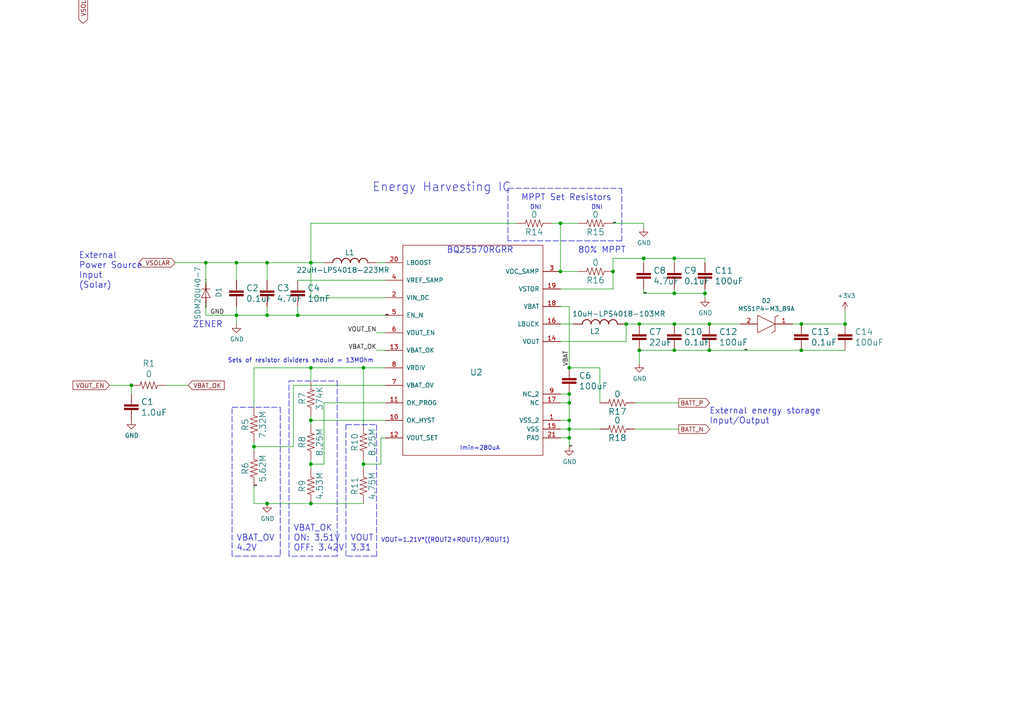
<source format=kicad_sch>
(kicad_sch (version 20211123) (generator eeschema)

  (uuid 5bcace5d-edd0-4e19-92d0-835e43cf8eb2)

  (paper "A4")

  (lib_symbols
    (symbol "Connector:TestPoint" (pin_numbers hide) (pin_names (offset 0.762) hide) (in_bom yes) (on_board yes)
      (property "Reference" "TP" (id 0) (at 0 6.858 0)
        (effects (font (size 1.27 1.27)))
      )
      (property "Value" "TestPoint" (id 1) (at 0 5.08 0)
        (effects (font (size 1.27 1.27)))
      )
      (property "Footprint" "" (id 2) (at 5.08 0 0)
        (effects (font (size 1.27 1.27)) hide)
      )
      (property "Datasheet" "~" (id 3) (at 5.08 0 0)
        (effects (font (size 1.27 1.27)) hide)
      )
      (property "ki_keywords" "test point tp" (id 4) (at 0 0 0)
        (effects (font (size 1.27 1.27)) hide)
      )
      (property "ki_description" "test point" (id 5) (at 0 0 0)
        (effects (font (size 1.27 1.27)) hide)
      )
      (property "ki_fp_filters" "Pin* Test*" (id 6) (at 0 0 0)
        (effects (font (size 1.27 1.27)) hide)
      )
      (symbol "TestPoint_0_1"
        (circle (center 0 3.302) (radius 0.762)
          (stroke (width 0) (type default) (color 0 0 0 0))
          (fill (type none))
        )
      )
      (symbol "TestPoint_1_1"
        (pin passive line (at 0 0 90) (length 2.54)
          (name "1" (effects (font (size 1.27 1.27))))
          (number "1" (effects (font (size 1.27 1.27))))
        )
      )
    )
    (symbol "Device:D_Schottky" (pin_numbers hide) (pin_names (offset 1.016) hide) (in_bom yes) (on_board yes)
      (property "Reference" "D" (id 0) (at 0 2.54 0)
        (effects (font (size 1.27 1.27)))
      )
      (property "Value" "D_Schottky" (id 1) (at 0 -2.54 0)
        (effects (font (size 1.27 1.27)))
      )
      (property "Footprint" "" (id 2) (at 0 0 0)
        (effects (font (size 1.27 1.27)) hide)
      )
      (property "Datasheet" "~" (id 3) (at 0 0 0)
        (effects (font (size 1.27 1.27)) hide)
      )
      (property "ki_keywords" "diode Schottky" (id 4) (at 0 0 0)
        (effects (font (size 1.27 1.27)) hide)
      )
      (property "ki_description" "Schottky diode" (id 5) (at 0 0 0)
        (effects (font (size 1.27 1.27)) hide)
      )
      (property "ki_fp_filters" "TO-???* *_Diode_* *SingleDiode* D_*" (id 6) (at 0 0 0)
        (effects (font (size 1.27 1.27)) hide)
      )
      (symbol "D_Schottky_0_1"
        (polyline
          (pts
            (xy 1.27 0)
            (xy -1.27 0)
          )
          (stroke (width 0) (type default) (color 0 0 0 0))
          (fill (type none))
        )
        (polyline
          (pts
            (xy 1.27 1.27)
            (xy 1.27 -1.27)
            (xy -1.27 0)
            (xy 1.27 1.27)
          )
          (stroke (width 0.254) (type default) (color 0 0 0 0))
          (fill (type none))
        )
        (polyline
          (pts
            (xy -1.905 0.635)
            (xy -1.905 1.27)
            (xy -1.27 1.27)
            (xy -1.27 -1.27)
            (xy -0.635 -1.27)
            (xy -0.635 -0.635)
          )
          (stroke (width 0.254) (type default) (color 0 0 0 0))
          (fill (type none))
        )
      )
      (symbol "D_Schottky_1_1"
        (pin passive line (at -3.81 0 0) (length 2.54)
          (name "K" (effects (font (size 1.27 1.27))))
          (number "1" (effects (font (size 1.27 1.27))))
        )
        (pin passive line (at 3.81 0 180) (length 2.54)
          (name "A" (effects (font (size 1.27 1.27))))
          (number "2" (effects (font (size 1.27 1.27))))
        )
      )
    )
    (symbol "SolarCellParts:SBDiode" (pin_names (offset 0)) (in_bom yes) (on_board yes)
      (property "Reference" "D" (id 0) (at -1.524 3.048 0)
        (effects (font (size 1.27 1.27)))
      )
      (property "Value" "SBDiode" (id 1) (at -1.524 5.588 0)
        (effects (font (size 1.27 1.27)))
      )
      (property "Footprint" "SolarCellParts:SB Diode" (id 2) (at -3.048 8.382 0)
        (effects (font (size 1.27 1.27)) hide)
      )
      (property "Datasheet" "" (id 3) (at -1.524 3.048 0)
        (effects (font (size 1.27 1.27)) hide)
      )
      (symbol "SBDiode_0_1"
        (polyline
          (pts
            (xy -4.064 0)
            (xy -2.54 0)
          )
          (stroke (width 0) (type default) (color 0 0 0 0))
          (fill (type none))
        )
        (polyline
          (pts
            (xy 0 0)
            (xy 1.524 0)
          )
          (stroke (width 0) (type default) (color 0 0 0 0))
          (fill (type none))
        )
        (polyline
          (pts
            (xy -2.54 1.27)
            (xy -2.54 -1.27)
            (xy 0 0)
            (xy -2.54 1.27)
          )
          (stroke (width 0) (type default) (color 0 0 0 0))
          (fill (type none))
        )
        (polyline
          (pts
            (xy 0 0)
            (xy 0 -1.27)
            (xy -0.508 -1.27)
            (xy -0.508 -0.762)
          )
          (stroke (width 0) (type default) (color 0 0 0 0))
          (fill (type none))
        )
        (polyline
          (pts
            (xy 0 0)
            (xy 0 1.27)
            (xy 0.508 1.27)
            (xy 0.508 0.762)
          )
          (stroke (width 0) (type default) (color 0 0 0 0))
          (fill (type none))
        )
      )
      (symbol "SBDiode_1_1"
        (pin bidirectional line (at 4.064 0 180) (length 2.54)
          (name "NEG" (effects (font (size 1.27 1.27))))
          (number "1" (effects (font (size 1.27 1.27))))
        )
        (pin bidirectional line (at -6.604 0 0) (length 2.54)
          (name "POS" (effects (font (size 1.27 1.27))))
          (number "2" (effects (font (size 1.27 1.27))))
        )
      )
    )
    (symbol "SolarCellParts:SolarCell_Small" (pin_names (offset 1.016)) (in_bom yes) (on_board yes)
      (property "Reference" "SC" (id 0) (at 0 -1.27 0)
        (effects (font (size 1.27 1.27)))
      )
      (property "Value" "SolarCell_Small" (id 1) (at 0 1.27 0)
        (effects (font (size 1.27 1.27)))
      )
      (property "Footprint" "SolarCellParts:KXOB25-05X3F" (id 2) (at 0 6.35 0)
        (effects (font (size 1.27 1.27)) hide)
      )
      (property "Datasheet" "" (id 3) (at 5.08 0 90)
        (effects (font (size 1.27 1.27)) hide)
      )
      (symbol "SolarCell_Small_0_1"
        (rectangle (start -13.97 -5.08) (end 13.97 5.08)
          (stroke (width 0) (type default) (color 0 0 0 0))
          (fill (type none))
        )
      )
      (symbol "SolarCell_Small_1_1"
        (pin bidirectional line (at -16.51 0 0) (length 2.54)
          (name "V+" (effects (font (size 1.27 1.27))))
          (number "1" (effects (font (size 1.27 1.27))))
        )
        (pin bidirectional line (at 16.51 0 180) (length 2.54)
          (name "V-" (effects (font (size 1.27 1.27))))
          (number "2" (effects (font (size 1.27 1.27))))
        )
      )
    )
    (symbol "SolarCellX_v3-rescue:0.1UF-0603-25V-(+80_-20%)-misc-circuits-cache-misc-circuits-rescue" (pin_names (offset 1.016)) (in_bom yes) (on_board yes)
      (property "Reference" "C" (id 0) (at 1.524 2.921 0)
        (effects (font (size 1.778 1.778)) (justify left bottom))
      )
      (property "Value" "SolarCellX_v3-rescue_0.1UF-0603-25V-(+80_-20%)-misc-circuits-cache-misc-circuits-rescue" (id 1) (at 1.524 -2.159 0)
        (effects (font (size 1.778 1.778)) (justify left bottom))
      )
      (property "Footprint" "" (id 2) (at 0 0 0)
        (effects (font (size 1.27 1.27)) hide)
      )
      (property "Datasheet" "" (id 3) (at 0 0 0)
        (effects (font (size 1.27 1.27)) hide)
      )
      (property "ki_locked" "" (id 4) (at 0 0 0)
        (effects (font (size 1.27 1.27)))
      )
      (symbol "0.1UF-0603-25V-(+80_-20%)-misc-circuits-cache-misc-circuits-rescue_1_0"
        (rectangle (start -2.032 0.508) (end 2.032 1.016)
          (stroke (width 0) (type default) (color 0 0 0 0))
          (fill (type outline))
        )
        (rectangle (start -2.032 1.524) (end 2.032 2.032)
          (stroke (width 0) (type default) (color 0 0 0 0))
          (fill (type outline))
        )
        (polyline
          (pts
            (xy 0 0)
            (xy 0 0.508)
          )
          (stroke (width 0) (type default) (color 0 0 0 0))
          (fill (type none))
        )
        (polyline
          (pts
            (xy 0 2.54)
            (xy 0 2.032)
          )
          (stroke (width 0) (type default) (color 0 0 0 0))
          (fill (type none))
        )
        (pin passive line (at 0 5.08 270) (length 2.54)
          (name "1" (effects (font (size 0 0))))
          (number "1" (effects (font (size 0 0))))
        )
        (pin passive line (at 0 -2.54 90) (length 2.54)
          (name "2" (effects (font (size 0 0))))
          (number "2" (effects (font (size 0 0))))
        )
      )
    )
    (symbol "SolarCellX_v3-rescue:0OHM-0603-1_10W-5%-misc-circuits-cache-misc-circuits-rescue" (pin_names (offset 1.016)) (in_bom yes) (on_board yes)
      (property "Reference" "R" (id 0) (at 0 1.524 0)
        (effects (font (size 1.778 1.778)) (justify bottom))
      )
      (property "Value" "SolarCellX_v3-rescue_0OHM-0603-1_10W-5%-misc-circuits-cache-misc-circuits-rescue" (id 1) (at 0 -1.524 0)
        (effects (font (size 1.778 1.778)) (justify top))
      )
      (property "Footprint" "" (id 2) (at 0 0 0)
        (effects (font (size 1.27 1.27)) hide)
      )
      (property "Datasheet" "" (id 3) (at 0 0 0)
        (effects (font (size 1.27 1.27)) hide)
      )
      (property "ki_locked" "" (id 4) (at 0 0 0)
        (effects (font (size 1.27 1.27)))
      )
      (symbol "0OHM-0603-1_10W-5%-misc-circuits-cache-misc-circuits-rescue_1_0"
        (polyline
          (pts
            (xy -2.54 0)
            (xy -2.159 1.016)
          )
          (stroke (width 0) (type default) (color 0 0 0 0))
          (fill (type none))
        )
        (polyline
          (pts
            (xy -2.159 1.016)
            (xy -1.524 -1.016)
          )
          (stroke (width 0) (type default) (color 0 0 0 0))
          (fill (type none))
        )
        (polyline
          (pts
            (xy -1.524 -1.016)
            (xy -0.889 1.016)
          )
          (stroke (width 0) (type default) (color 0 0 0 0))
          (fill (type none))
        )
        (polyline
          (pts
            (xy -0.889 1.016)
            (xy -0.254 -1.016)
          )
          (stroke (width 0) (type default) (color 0 0 0 0))
          (fill (type none))
        )
        (polyline
          (pts
            (xy -0.254 -1.016)
            (xy 0.381 1.016)
          )
          (stroke (width 0) (type default) (color 0 0 0 0))
          (fill (type none))
        )
        (polyline
          (pts
            (xy 0.381 1.016)
            (xy 1.016 -1.016)
          )
          (stroke (width 0) (type default) (color 0 0 0 0))
          (fill (type none))
        )
        (polyline
          (pts
            (xy 1.016 -1.016)
            (xy 1.651 1.016)
          )
          (stroke (width 0) (type default) (color 0 0 0 0))
          (fill (type none))
        )
        (polyline
          (pts
            (xy 1.651 1.016)
            (xy 2.286 -1.016)
          )
          (stroke (width 0) (type default) (color 0 0 0 0))
          (fill (type none))
        )
        (polyline
          (pts
            (xy 2.286 -1.016)
            (xy 2.54 0)
          )
          (stroke (width 0) (type default) (color 0 0 0 0))
          (fill (type none))
        )
        (pin passive line (at -5.08 0 0) (length 2.54)
          (name "1" (effects (font (size 0 0))))
          (number "1" (effects (font (size 0 0))))
        )
        (pin passive line (at 5.08 0 180) (length 2.54)
          (name "2" (effects (font (size 0 0))))
          (number "2" (effects (font (size 0 0))))
        )
      )
    )
    (symbol "SolarCellX_v3-rescue:1.0UF-0603-16V-10%-misc-circuits-cache-misc-circuits-rescue" (pin_names (offset 1.016)) (in_bom yes) (on_board yes)
      (property "Reference" "C" (id 0) (at 1.524 2.921 0)
        (effects (font (size 1.778 1.778)) (justify left bottom))
      )
      (property "Value" "SolarCellX_v3-rescue_1.0UF-0603-16V-10%-misc-circuits-cache-misc-circuits-rescue" (id 1) (at 1.524 -2.159 0)
        (effects (font (size 1.778 1.778)) (justify left bottom))
      )
      (property "Footprint" "" (id 2) (at 0 0 0)
        (effects (font (size 1.27 1.27)) hide)
      )
      (property "Datasheet" "" (id 3) (at 0 0 0)
        (effects (font (size 1.27 1.27)) hide)
      )
      (property "ki_locked" "" (id 4) (at 0 0 0)
        (effects (font (size 1.27 1.27)))
      )
      (symbol "1.0UF-0603-16V-10%-misc-circuits-cache-misc-circuits-rescue_1_0"
        (rectangle (start -2.032 0.508) (end 2.032 1.016)
          (stroke (width 0) (type default) (color 0 0 0 0))
          (fill (type outline))
        )
        (rectangle (start -2.032 1.524) (end 2.032 2.032)
          (stroke (width 0) (type default) (color 0 0 0 0))
          (fill (type outline))
        )
        (polyline
          (pts
            (xy 0 0)
            (xy 0 0.508)
          )
          (stroke (width 0) (type default) (color 0 0 0 0))
          (fill (type none))
        )
        (polyline
          (pts
            (xy 0 2.54)
            (xy 0 2.032)
          )
          (stroke (width 0) (type default) (color 0 0 0 0))
          (fill (type none))
        )
        (pin passive line (at 0 5.08 270) (length 2.54)
          (name "1" (effects (font (size 0 0))))
          (number "1" (effects (font (size 0 0))))
        )
        (pin passive line (at 0 -2.54 90) (length 2.54)
          (name "2" (effects (font (size 0 0))))
          (number "2" (effects (font (size 0 0))))
        )
      )
    )
    (symbol "SolarCellX_v3-rescue:10NF-0603-50V-10%-misc-circuits-cache-misc-circuits-rescue" (pin_names (offset 1.016)) (in_bom yes) (on_board yes)
      (property "Reference" "C" (id 0) (at 1.524 2.921 0)
        (effects (font (size 1.778 1.778)) (justify left bottom))
      )
      (property "Value" "SolarCellX_v3-rescue_10NF-0603-50V-10%-misc-circuits-cache-misc-circuits-rescue" (id 1) (at 1.524 -2.159 0)
        (effects (font (size 1.778 1.778)) (justify left bottom))
      )
      (property "Footprint" "" (id 2) (at 0 0 0)
        (effects (font (size 1.27 1.27)) hide)
      )
      (property "Datasheet" "" (id 3) (at 0 0 0)
        (effects (font (size 1.27 1.27)) hide)
      )
      (property "ki_locked" "" (id 4) (at 0 0 0)
        (effects (font (size 1.27 1.27)))
      )
      (symbol "10NF-0603-50V-10%-misc-circuits-cache-misc-circuits-rescue_1_0"
        (rectangle (start -2.032 0.508) (end 2.032 1.016)
          (stroke (width 0) (type default) (color 0 0 0 0))
          (fill (type outline))
        )
        (rectangle (start -2.032 1.524) (end 2.032 2.032)
          (stroke (width 0) (type default) (color 0 0 0 0))
          (fill (type outline))
        )
        (polyline
          (pts
            (xy 0 0)
            (xy 0 0.508)
          )
          (stroke (width 0) (type default) (color 0 0 0 0))
          (fill (type none))
        )
        (polyline
          (pts
            (xy 0 2.54)
            (xy 0 2.032)
          )
          (stroke (width 0) (type default) (color 0 0 0 0))
          (fill (type none))
        )
        (pin passive line (at 0 5.08 270) (length 2.54)
          (name "1" (effects (font (size 0 0))))
          (number "1" (effects (font (size 0 0))))
        )
        (pin passive line (at 0 -2.54 90) (length 2.54)
          (name "2" (effects (font (size 0 0))))
          (number "2" (effects (font (size 0 0))))
        )
      )
    )
    (symbol "SolarCellX_v3-rescue:1MOHM-0603-1_4W-5%-misc-circuits-cache-misc-circuits-rescue" (pin_names (offset 1.016)) (in_bom yes) (on_board yes)
      (property "Reference" "R" (id 0) (at 0 1.524 0)
        (effects (font (size 1.778 1.778)) (justify bottom))
      )
      (property "Value" "SolarCellX_v3-rescue_1MOHM-0603-1_4W-5%-misc-circuits-cache-misc-circuits-rescue" (id 1) (at 0 -1.524 0)
        (effects (font (size 1.778 1.778)) (justify top))
      )
      (property "Footprint" "" (id 2) (at 0 0 0)
        (effects (font (size 1.27 1.27)) hide)
      )
      (property "Datasheet" "" (id 3) (at 0 0 0)
        (effects (font (size 1.27 1.27)) hide)
      )
      (property "ki_locked" "" (id 4) (at 0 0 0)
        (effects (font (size 1.27 1.27)))
      )
      (symbol "1MOHM-0603-1_4W-5%-misc-circuits-cache-misc-circuits-rescue_1_0"
        (polyline
          (pts
            (xy -2.54 0)
            (xy -2.159 1.016)
          )
          (stroke (width 0) (type default) (color 0 0 0 0))
          (fill (type none))
        )
        (polyline
          (pts
            (xy -2.159 1.016)
            (xy -1.524 -1.016)
          )
          (stroke (width 0) (type default) (color 0 0 0 0))
          (fill (type none))
        )
        (polyline
          (pts
            (xy -1.524 -1.016)
            (xy -0.889 1.016)
          )
          (stroke (width 0) (type default) (color 0 0 0 0))
          (fill (type none))
        )
        (polyline
          (pts
            (xy -0.889 1.016)
            (xy -0.254 -1.016)
          )
          (stroke (width 0) (type default) (color 0 0 0 0))
          (fill (type none))
        )
        (polyline
          (pts
            (xy -0.254 -1.016)
            (xy 0.381 1.016)
          )
          (stroke (width 0) (type default) (color 0 0 0 0))
          (fill (type none))
        )
        (polyline
          (pts
            (xy 0.381 1.016)
            (xy 1.016 -1.016)
          )
          (stroke (width 0) (type default) (color 0 0 0 0))
          (fill (type none))
        )
        (polyline
          (pts
            (xy 1.016 -1.016)
            (xy 1.651 1.016)
          )
          (stroke (width 0) (type default) (color 0 0 0 0))
          (fill (type none))
        )
        (polyline
          (pts
            (xy 1.651 1.016)
            (xy 2.286 -1.016)
          )
          (stroke (width 0) (type default) (color 0 0 0 0))
          (fill (type none))
        )
        (polyline
          (pts
            (xy 2.286 -1.016)
            (xy 2.54 0)
          )
          (stroke (width 0) (type default) (color 0 0 0 0))
          (fill (type none))
        )
        (pin passive line (at -5.08 0 0) (length 2.54)
          (name "1" (effects (font (size 0 0))))
          (number "1" (effects (font (size 0 0))))
        )
        (pin passive line (at 5.08 0 180) (length 2.54)
          (name "2" (effects (font (size 0 0))))
          (number "2" (effects (font (size 0 0))))
        )
      )
    )
    (symbol "SolarCellX_v3-rescue:22UF-0805-6.3V-20%-misc-circuits-cache-misc-circuits-rescue" (pin_names (offset 1.016)) (in_bom yes) (on_board yes)
      (property "Reference" "C" (id 0) (at 1.524 2.921 0)
        (effects (font (size 1.778 1.778)) (justify left bottom))
      )
      (property "Value" "SolarCellX_v3-rescue_22UF-0805-6.3V-20%-misc-circuits-cache-misc-circuits-rescue" (id 1) (at 1.524 -2.159 0)
        (effects (font (size 1.778 1.778)) (justify left bottom))
      )
      (property "Footprint" "" (id 2) (at 0 0 0)
        (effects (font (size 1.27 1.27)) hide)
      )
      (property "Datasheet" "" (id 3) (at 0 0 0)
        (effects (font (size 1.27 1.27)) hide)
      )
      (property "ki_locked" "" (id 4) (at 0 0 0)
        (effects (font (size 1.27 1.27)))
      )
      (symbol "22UF-0805-6.3V-20%-misc-circuits-cache-misc-circuits-rescue_1_0"
        (rectangle (start -2.032 0.508) (end 2.032 1.016)
          (stroke (width 0) (type default) (color 0 0 0 0))
          (fill (type outline))
        )
        (rectangle (start -2.032 1.524) (end 2.032 2.032)
          (stroke (width 0) (type default) (color 0 0 0 0))
          (fill (type outline))
        )
        (polyline
          (pts
            (xy 0 0)
            (xy 0 0.508)
          )
          (stroke (width 0) (type default) (color 0 0 0 0))
          (fill (type none))
        )
        (polyline
          (pts
            (xy 0 2.54)
            (xy 0 2.032)
          )
          (stroke (width 0) (type default) (color 0 0 0 0))
          (fill (type none))
        )
        (pin passive line (at 0 5.08 270) (length 2.54)
          (name "1" (effects (font (size 0 0))))
          (number "1" (effects (font (size 0 0))))
        )
        (pin passive line (at 0 -2.54 90) (length 2.54)
          (name "2" (effects (font (size 0 0))))
          (number "2" (effects (font (size 0 0))))
        )
      )
    )
    (symbol "SolarCellX_v3-rescue:4.7UF0603-misc-circuits-cache-misc-circuits-rescue" (pin_names (offset 1.016)) (in_bom yes) (on_board yes)
      (property "Reference" "C" (id 0) (at 1.524 2.921 0)
        (effects (font (size 1.778 1.778)) (justify left bottom))
      )
      (property "Value" "SolarCellX_v3-rescue_4.7UF0603-misc-circuits-cache-misc-circuits-rescue" (id 1) (at 1.524 -2.159 0)
        (effects (font (size 1.778 1.778)) (justify left bottom))
      )
      (property "Footprint" "" (id 2) (at 0 0 0)
        (effects (font (size 1.27 1.27)) hide)
      )
      (property "Datasheet" "" (id 3) (at 0 0 0)
        (effects (font (size 1.27 1.27)) hide)
      )
      (property "ki_locked" "" (id 4) (at 0 0 0)
        (effects (font (size 1.27 1.27)))
      )
      (symbol "4.7UF0603-misc-circuits-cache-misc-circuits-rescue_1_0"
        (rectangle (start -2.032 0.508) (end 2.032 1.016)
          (stroke (width 0) (type default) (color 0 0 0 0))
          (fill (type outline))
        )
        (rectangle (start -2.032 1.524) (end 2.032 2.032)
          (stroke (width 0) (type default) (color 0 0 0 0))
          (fill (type outline))
        )
        (polyline
          (pts
            (xy 0 0)
            (xy 0 0.508)
          )
          (stroke (width 0) (type default) (color 0 0 0 0))
          (fill (type none))
        )
        (polyline
          (pts
            (xy 0 2.54)
            (xy 0 2.032)
          )
          (stroke (width 0) (type default) (color 0 0 0 0))
          (fill (type none))
        )
        (pin passive line (at 0 5.08 270) (length 2.54)
          (name "1" (effects (font (size 0 0))))
          (number "1" (effects (font (size 0 0))))
        )
        (pin passive line (at 0 -2.54 90) (length 2.54)
          (name "2" (effects (font (size 0 0))))
          (number "2" (effects (font (size 0 0))))
        )
      )
    )
    (symbol "SolarCellX_v3-rescue:BQ25570RGRR-misc-circuits-cache-misc-circuits-rescue" (pin_names (offset 1.016)) (in_bom yes) (on_board yes)
      (property "Reference" "U" (id 0) (at -4.7244 1.4986 0)
        (effects (font (size 1.7526 1.7526)) (justify left bottom))
      )
      (property "Value" "SolarCellX_v3-rescue_BQ25570RGRR-misc-circuits-cache-misc-circuits-rescue" (id 1) (at -5.3594 -1.0414 0)
        (effects (font (size 1.7526 1.7526)) (justify left bottom))
      )
      (property "Footprint" "" (id 2) (at 0 0 0)
        (effects (font (size 1.27 1.27)) hide)
      )
      (property "Datasheet" "" (id 3) (at 0 0 0)
        (effects (font (size 1.27 1.27)) hide)
      )
      (property "ki_locked" "" (id 4) (at 0 0 0)
        (effects (font (size 1.27 1.27)))
      )
      (symbol "BQ25570RGRR-misc-circuits-cache-misc-circuits-rescue_1_0"
        (polyline
          (pts
            (xy -20.32 -30.48)
            (xy 20.32 -30.48)
          )
          (stroke (width 0) (type default) (color 0 0 0 0))
          (fill (type none))
        )
        (polyline
          (pts
            (xy -20.32 30.48)
            (xy -20.32 -30.48)
          )
          (stroke (width 0) (type default) (color 0 0 0 0))
          (fill (type none))
        )
        (polyline
          (pts
            (xy 20.32 -30.48)
            (xy 20.32 30.48)
          )
          (stroke (width 0) (type default) (color 0 0 0 0))
          (fill (type none))
        )
        (polyline
          (pts
            (xy 20.32 30.48)
            (xy -20.32 30.48)
          )
          (stroke (width 0) (type default) (color 0 0 0 0))
          (fill (type none))
        )
        (pin power_in line (at 25.4 -20.32 180) (length 5.08)
          (name "VSS_2" (effects (font (size 1.27 1.27))))
          (number "1" (effects (font (size 1.27 1.27))))
        )
        (pin input line (at -25.4 -20.32 0) (length 5.08)
          (name "OK_HYST" (effects (font (size 1.27 1.27))))
          (number "10" (effects (font (size 1.27 1.27))))
        )
        (pin input line (at -25.4 -15.24 0) (length 5.08)
          (name "OK_PROG" (effects (font (size 1.27 1.27))))
          (number "11" (effects (font (size 1.27 1.27))))
        )
        (pin input line (at -25.4 -25.4 0) (length 5.08)
          (name "VOUT_SET" (effects (font (size 1.27 1.27))))
          (number "12" (effects (font (size 1.27 1.27))))
        )
        (pin output line (at -25.4 0 0) (length 5.08)
          (name "VBAT_OK" (effects (font (size 1.27 1.27))))
          (number "13" (effects (font (size 1.27 1.27))))
        )
        (pin power_in line (at 25.4 2.54 180) (length 5.08)
          (name "VOUT" (effects (font (size 1.27 1.27))))
          (number "14" (effects (font (size 1.27 1.27))))
        )
        (pin power_in line (at 25.4 -22.86 180) (length 5.08)
          (name "VSS" (effects (font (size 1.27 1.27))))
          (number "15" (effects (font (size 1.27 1.27))))
        )
        (pin passive line (at 25.4 7.62 180) (length 5.08)
          (name "LBUCK" (effects (font (size 1.27 1.27))))
          (number "16" (effects (font (size 1.27 1.27))))
        )
        (pin passive line (at 25.4 -15.24 180) (length 5.08)
          (name "NC" (effects (font (size 1.27 1.27))))
          (number "17" (effects (font (size 1.27 1.27))))
        )
        (pin bidirectional line (at 25.4 12.7 180) (length 5.08)
          (name "VBAT" (effects (font (size 1.27 1.27))))
          (number "18" (effects (font (size 1.27 1.27))))
        )
        (pin power_in line (at 25.4 17.78 180) (length 5.08)
          (name "VSTOR" (effects (font (size 1.27 1.27))))
          (number "19" (effects (font (size 1.27 1.27))))
        )
        (pin power_in line (at -25.4 15.24 0) (length 5.08)
          (name "VIN_DC" (effects (font (size 1.27 1.27))))
          (number "2" (effects (font (size 1.27 1.27))))
        )
        (pin input line (at -25.4 25.4 0) (length 5.08)
          (name "LBOOST" (effects (font (size 1.27 1.27))))
          (number "20" (effects (font (size 1.27 1.27))))
        )
        (pin power_in line (at 25.4 -25.4 180) (length 5.08)
          (name "PAD" (effects (font (size 1.27 1.27))))
          (number "21" (effects (font (size 1.27 1.27))))
        )
        (pin input line (at 25.4 22.86 180) (length 5.08)
          (name "VOC_SAMP" (effects (font (size 1.27 1.27))))
          (number "3" (effects (font (size 1.27 1.27))))
        )
        (pin input line (at -25.4 20.32 0) (length 5.08)
          (name "VREF_SAMP" (effects (font (size 1.27 1.27))))
          (number "4" (effects (font (size 1.27 1.27))))
        )
        (pin input line (at -25.4 10.16 0) (length 5.08)
          (name "EN_N" (effects (font (size 1.27 1.27))))
          (number "5" (effects (font (size 1.27 1.27))))
        )
        (pin input line (at -25.4 5.08 0) (length 5.08)
          (name "VOUT_EN" (effects (font (size 1.27 1.27))))
          (number "6" (effects (font (size 1.27 1.27))))
        )
        (pin input line (at -25.4 -10.16 0) (length 5.08)
          (name "VBAT_OV" (effects (font (size 1.27 1.27))))
          (number "7" (effects (font (size 1.27 1.27))))
        )
        (pin output line (at -25.4 -5.08 0) (length 5.08)
          (name "VRDIV" (effects (font (size 1.27 1.27))))
          (number "8" (effects (font (size 1.27 1.27))))
        )
        (pin power_in line (at 25.4 -12.7 180) (length 5.08)
          (name "NC_2" (effects (font (size 1.27 1.27))))
          (number "9" (effects (font (size 1.27 1.27))))
        )
      )
    )
    (symbol "SolarCellX_v3-rescue:COILCRAFT-LPS4018-misc-circuits-cache-misc-circuits-rescue" (pin_names (offset 1.016)) (in_bom yes) (on_board yes)
      (property "Reference" "L" (id 0) (at -1.27 -5.08 90)
        (effects (font (size 1.4986 1.4986)) (justify left bottom))
      )
      (property "Value" "SolarCellX_v3-rescue_COILCRAFT-LPS4018-misc-circuits-cache-misc-circuits-rescue" (id 1) (at 3.81 -5.08 90)
        (effects (font (size 1.4986 1.4986)) (justify left bottom))
      )
      (property "Footprint" "" (id 2) (at 0 0 0)
        (effects (font (size 1.27 1.27)) hide)
      )
      (property "Datasheet" "" (id 3) (at 0 0 0)
        (effects (font (size 1.27 1.27)) hide)
      )
      (property "ki_locked" "" (id 4) (at 0 0 0)
        (effects (font (size 1.27 1.27)))
      )
      (symbol "COILCRAFT-LPS4018-misc-circuits-cache-misc-circuits-rescue_1_0"
        (arc (start 0 -5.08) (mid 0.898 -4.708) (end 1.27 -3.81)
          (stroke (width 0.254) (type default) (color 0 0 0 0))
          (fill (type none))
        )
        (arc (start 0 -2.54) (mid 0.898 -2.168) (end 1.27 -1.27)
          (stroke (width 0.254) (type default) (color 0 0 0 0))
          (fill (type none))
        )
        (arc (start 0 0) (mid 0.898 0.372) (end 1.27 1.27)
          (stroke (width 0.254) (type default) (color 0 0 0 0))
          (fill (type none))
        )
        (arc (start 0 2.54) (mid 0.898 2.912) (end 1.27 3.81)
          (stroke (width 0.254) (type default) (color 0 0 0 0))
          (fill (type none))
        )
        (arc (start 1.27 -3.81) (mid 0.898 -2.912) (end 0 -2.54)
          (stroke (width 0.254) (type default) (color 0 0 0 0))
          (fill (type none))
        )
        (arc (start 1.27 -1.27) (mid 0.898 -0.372) (end 0 0)
          (stroke (width 0.254) (type default) (color 0 0 0 0))
          (fill (type none))
        )
        (arc (start 1.27 1.27) (mid 0.898 2.168) (end 0 2.54)
          (stroke (width 0.254) (type default) (color 0 0 0 0))
          (fill (type none))
        )
        (arc (start 1.27 3.81) (mid 0.898 4.708) (end 0 5.08)
          (stroke (width 0.254) (type default) (color 0 0 0 0))
          (fill (type none))
        )
        (pin passive line (at 0 7.62 270) (length 2.54)
          (name "1" (effects (font (size 0 0))))
          (number "1" (effects (font (size 0 0))))
        )
        (pin passive line (at 0 -7.62 90) (length 2.54)
          (name "2" (effects (font (size 0 0))))
          (number "2" (effects (font (size 0 0))))
        )
      )
    )
    (symbol "SolarCellX_v3-rescue:DIODE-SOD523-misc-circuits-cache-misc-circuits-rescue" (pin_names (offset 1.016)) (in_bom yes) (on_board yes)
      (property "Reference" "D" (id 0) (at 2.54 0.4826 0)
        (effects (font (size 1.4986 1.4986)) (justify left bottom))
      )
      (property "Value" "SolarCellX_v3-rescue_DIODE-SOD523-misc-circuits-cache-misc-circuits-rescue" (id 1) (at 2.54 -2.3114 0)
        (effects (font (size 1.4986 1.4986)) (justify left bottom))
      )
      (property "Footprint" "" (id 2) (at 0 0 0)
        (effects (font (size 1.27 1.27)) hide)
      )
      (property "Datasheet" "" (id 3) (at 0 0 0)
        (effects (font (size 1.27 1.27)) hide)
      )
      (property "ki_locked" "" (id 4) (at 0 0 0)
        (effects (font (size 1.27 1.27)))
      )
      (symbol "DIODE-SOD523-misc-circuits-cache-misc-circuits-rescue_1_0"
        (polyline
          (pts
            (xy -1.27 -1.27)
            (xy 1.27 0)
          )
          (stroke (width 0) (type default) (color 0 0 0 0))
          (fill (type none))
        )
        (polyline
          (pts
            (xy -1.27 1.27)
            (xy -1.27 -1.27)
          )
          (stroke (width 0) (type default) (color 0 0 0 0))
          (fill (type none))
        )
        (polyline
          (pts
            (xy 1.27 0)
            (xy -1.27 1.27)
          )
          (stroke (width 0) (type default) (color 0 0 0 0))
          (fill (type none))
        )
        (polyline
          (pts
            (xy 1.27 0)
            (xy 1.27 -1.27)
          )
          (stroke (width 0) (type default) (color 0 0 0 0))
          (fill (type none))
        )
        (polyline
          (pts
            (xy 1.27 1.27)
            (xy 1.27 0)
          )
          (stroke (width 0) (type default) (color 0 0 0 0))
          (fill (type none))
        )
        (text "SpiceOrder 1" (at -2.54 0 0)
          (effects (font (size 0.3302 0.3302)))
        )
        (text "SpiceOrder 2" (at 2.54 0 0)
          (effects (font (size 0.3302 0.3302)))
        )
        (pin passive line (at -2.54 0 0) (length 2.54)
          (name "A" (effects (font (size 0 0))))
          (number "A" (effects (font (size 0 0))))
        )
        (pin passive line (at 2.54 0 180) (length 2.54)
          (name "C" (effects (font (size 0 0))))
          (number "C" (effects (font (size 0 0))))
        )
      )
    )
    (symbol "SolarCellX_v3-rescue:MSS1P4-M3_89A-symbols" (pin_names (offset 0.762)) (in_bom yes) (on_board yes)
      (property "Reference" "D" (id 0) (at 10.16 8.89 0)
        (effects (font (size 1.27 1.27)) (justify left bottom))
      )
      (property "Value" "SolarCellX_v3-rescue_MSS1P4-M3_89A-symbols" (id 1) (at 10.16 6.35 0)
        (effects (font (size 1.27 1.27)) (justify left bottom))
      )
      (property "Footprint" "MICROSMP" (id 2) (at 10.16 3.81 0)
        (effects (font (size 1.27 1.27)) (justify left bottom) hide)
      )
      (property "Datasheet" "https://www.vishay.com/docs/89019/mss1p4.pdf" (id 3) (at 10.16 1.27 0)
        (effects (font (size 1.27 1.27)) (justify left bottom) hide)
      )
      (property "Description" "Vishay MSS1P4-M3/89A SMT Schottky Diode, 40V 1A, 2-Pin uSMP" (id 4) (at 10.16 -1.27 0)
        (effects (font (size 1.27 1.27)) (justify left bottom) hide)
      )
      (property "Manufacturer_Name" "Vishay" (id 5) (at 10.16 -6.35 0)
        (effects (font (size 1.27 1.27)) (justify left bottom) hide)
      )
      (property "Manufacturer_Part_Number" "MSS1P4-M3/89A" (id 6) (at 10.16 -8.89 0)
        (effects (font (size 1.27 1.27)) (justify left bottom) hide)
      )
      (property "Mouser Part Number" "625-MSS1P4-M3" (id 7) (at 10.16 -11.43 0)
        (effects (font (size 1.27 1.27)) (justify left bottom) hide)
      )
      (property "Mouser Price/Stock" "https://www.mouser.com/Search/Refine.aspx?Keyword=625-MSS1P4-M3" (id 8) (at 10.16 -13.97 0)
        (effects (font (size 1.27 1.27)) (justify left bottom) hide)
      )
      (property "RS Part Number" "7103068P" (id 9) (at 10.16 -16.51 0)
        (effects (font (size 1.27 1.27)) (justify left bottom) hide)
      )
      (property "RS Price/Stock" "http://uk.rs-online.com/web/p/products/7103068P" (id 10) (at 10.16 -19.05 0)
        (effects (font (size 1.27 1.27)) (justify left bottom) hide)
      )
      (property "Allied_Number" "70217632" (id 11) (at 10.16 -21.59 0)
        (effects (font (size 1.27 1.27)) (justify left bottom) hide)
      )
      (property "Allied Price/Stock" "https://www.alliedelec.com/general-semiconductor-vishay-mss1p4-m3-89a/70217632/" (id 12) (at 10.16 -24.13 0)
        (effects (font (size 1.27 1.27)) (justify left bottom) hide)
      )
      (symbol "MSS1P4-M3_89A-symbols_0_0"
        (pin unspecified line (at 0 0 0) (length 5.08)
          (name "~" (effects (font (size 1.27 1.27))))
          (number "1" (effects (font (size 1.27 1.27))))
        )
        (pin unspecified line (at 15.24 0 180) (length 5.08)
          (name "~" (effects (font (size 1.27 1.27))))
          (number "2" (effects (font (size 1.27 1.27))))
        )
      )
      (symbol "MSS1P4-M3_89A-symbols_0_1"
        (polyline
          (pts
            (xy 4.064 -2.54)
            (xy 5.08 -2.032)
          )
          (stroke (width 0.1524) (type default) (color 0 0 0 0))
          (fill (type none))
        )
        (polyline
          (pts
            (xy 5.08 2.032)
            (xy 5.08 -2.032)
          )
          (stroke (width 0.1524) (type default) (color 0 0 0 0))
          (fill (type none))
        )
        (polyline
          (pts
            (xy 5.08 2.032)
            (xy 6.096 2.54)
          )
          (stroke (width 0.1524) (type default) (color 0 0 0 0))
          (fill (type none))
        )
        (polyline
          (pts
            (xy 5.08 0)
            (xy 10.16 2.54)
            (xy 10.16 -2.54)
            (xy 5.08 0)
          )
          (stroke (width 0.1524) (type default) (color 0 0 0 0))
          (fill (type none))
        )
      )
    )
    (symbol "SolarCellZ_v1-rescue:0.1UF-0603-25V-(+80_-20%)-misc-circuits-cache-misc-circuits-rescue" (pin_names (offset 1.016)) (in_bom yes) (on_board yes)
      (property "Reference" "C" (id 0) (at 1.524 2.921 0)
        (effects (font (size 1.778 1.778)) (justify left bottom))
      )
      (property "Value" "0.1UF-0603-25V-(+80_-20%)-misc-circuits-cache-misc-circuits-rescue" (id 1) (at 1.524 -2.159 0)
        (effects (font (size 1.778 1.778)) (justify left bottom))
      )
      (property "Footprint" "" (id 2) (at 0 0 0)
        (effects (font (size 1.27 1.27)) hide)
      )
      (property "Datasheet" "" (id 3) (at 0 0 0)
        (effects (font (size 1.27 1.27)) hide)
      )
      (property "ki_locked" "" (id 4) (at 0 0 0)
        (effects (font (size 1.27 1.27)))
      )
      (symbol "0.1UF-0603-25V-(+80_-20%)-misc-circuits-cache-misc-circuits-rescue_1_0"
        (rectangle (start -2.032 0.508) (end 2.032 1.016)
          (stroke (width 0) (type default) (color 0 0 0 0))
          (fill (type outline))
        )
        (rectangle (start -2.032 1.524) (end 2.032 2.032)
          (stroke (width 0) (type default) (color 0 0 0 0))
          (fill (type outline))
        )
        (polyline
          (pts
            (xy 0 0)
            (xy 0 0.508)
          )
          (stroke (width 0) (type default) (color 0 0 0 0))
          (fill (type none))
        )
        (polyline
          (pts
            (xy 0 2.54)
            (xy 0 2.032)
          )
          (stroke (width 0) (type default) (color 0 0 0 0))
          (fill (type none))
        )
        (pin passive line (at 0 5.08 270) (length 2.54)
          (name "1" (effects (font (size 0 0))))
          (number "1" (effects (font (size 0 0))))
        )
        (pin passive line (at 0 -2.54 90) (length 2.54)
          (name "2" (effects (font (size 0 0))))
          (number "2" (effects (font (size 0 0))))
        )
      )
    )
    (symbol "SolarCellZ_v1-rescue:0OHM-0603-1_10W-5%-misc-circuits-cache-misc-circuits-rescue" (pin_names (offset 1.016)) (in_bom yes) (on_board yes)
      (property "Reference" "R" (id 0) (at 0 1.524 0)
        (effects (font (size 1.778 1.778)) (justify bottom))
      )
      (property "Value" "0OHM-0603-1_10W-5%-misc-circuits-cache-misc-circuits-rescue" (id 1) (at 0 -1.524 0)
        (effects (font (size 1.778 1.778)) (justify top))
      )
      (property "Footprint" "" (id 2) (at 0 0 0)
        (effects (font (size 1.27 1.27)) hide)
      )
      (property "Datasheet" "" (id 3) (at 0 0 0)
        (effects (font (size 1.27 1.27)) hide)
      )
      (property "ki_locked" "" (id 4) (at 0 0 0)
        (effects (font (size 1.27 1.27)))
      )
      (symbol "0OHM-0603-1_10W-5%-misc-circuits-cache-misc-circuits-rescue_1_0"
        (polyline
          (pts
            (xy -2.54 0)
            (xy -2.159 1.016)
          )
          (stroke (width 0) (type default) (color 0 0 0 0))
          (fill (type none))
        )
        (polyline
          (pts
            (xy -2.159 1.016)
            (xy -1.524 -1.016)
          )
          (stroke (width 0) (type default) (color 0 0 0 0))
          (fill (type none))
        )
        (polyline
          (pts
            (xy -1.524 -1.016)
            (xy -0.889 1.016)
          )
          (stroke (width 0) (type default) (color 0 0 0 0))
          (fill (type none))
        )
        (polyline
          (pts
            (xy -0.889 1.016)
            (xy -0.254 -1.016)
          )
          (stroke (width 0) (type default) (color 0 0 0 0))
          (fill (type none))
        )
        (polyline
          (pts
            (xy -0.254 -1.016)
            (xy 0.381 1.016)
          )
          (stroke (width 0) (type default) (color 0 0 0 0))
          (fill (type none))
        )
        (polyline
          (pts
            (xy 0.381 1.016)
            (xy 1.016 -1.016)
          )
          (stroke (width 0) (type default) (color 0 0 0 0))
          (fill (type none))
        )
        (polyline
          (pts
            (xy 1.016 -1.016)
            (xy 1.651 1.016)
          )
          (stroke (width 0) (type default) (color 0 0 0 0))
          (fill (type none))
        )
        (polyline
          (pts
            (xy 1.651 1.016)
            (xy 2.286 -1.016)
          )
          (stroke (width 0) (type default) (color 0 0 0 0))
          (fill (type none))
        )
        (polyline
          (pts
            (xy 2.286 -1.016)
            (xy 2.54 0)
          )
          (stroke (width 0) (type default) (color 0 0 0 0))
          (fill (type none))
        )
        (pin passive line (at -5.08 0 0) (length 2.54)
          (name "1" (effects (font (size 0 0))))
          (number "1" (effects (font (size 0 0))))
        )
        (pin passive line (at 5.08 0 180) (length 2.54)
          (name "2" (effects (font (size 0 0))))
          (number "2" (effects (font (size 0 0))))
        )
      )
    )
    (symbol "SolarCellZ_v1-rescue:IRLML2803TRPBF-mainboard-misc-circuits-rescue" (pin_names (offset 1.016)) (in_bom yes) (on_board yes)
      (property "Reference" "Q" (id 0) (at -11.43 1.27 0)
        (effects (font (size 1.4986 1.4986)) (justify left top))
      )
      (property "Value" "IRLML2803TRPBF-mainboard-misc-circuits-rescue" (id 1) (at -11.43 3.81 0)
        (effects (font (size 1.4986 1.4986)) (justify left top))
      )
      (property "Footprint" "" (id 2) (at 0 0 0)
        (effects (font (size 1.27 1.27)) hide)
      )
      (property "Datasheet" "" (id 3) (at 0 0 0)
        (effects (font (size 1.27 1.27)) hide)
      )
      (property "ki_locked" "" (id 4) (at 0 0 0)
        (effects (font (size 1.27 1.27)))
      )
      (symbol "IRLML2803TRPBF-mainboard-misc-circuits-rescue_1_0"
        (polyline
          (pts
            (xy 0 2.54)
            (xy 0 -2.54)
          )
          (stroke (width 0) (type default) (color 0 0 0 0))
          (fill (type none))
        )
        (polyline
          (pts
            (xy 0.762 -2.54)
            (xy 0.762 -3.175)
          )
          (stroke (width 0) (type default) (color 0 0 0 0))
          (fill (type none))
        )
        (polyline
          (pts
            (xy 0.762 -1.905)
            (xy 0.762 -2.54)
          )
          (stroke (width 0) (type default) (color 0 0 0 0))
          (fill (type none))
        )
        (polyline
          (pts
            (xy 0.762 0)
            (xy 0.762 -0.762)
          )
          (stroke (width 0) (type default) (color 0 0 0 0))
          (fill (type none))
        )
        (polyline
          (pts
            (xy 0.762 0)
            (xy 2.54 0)
          )
          (stroke (width 0) (type default) (color 0 0 0 0))
          (fill (type none))
        )
        (polyline
          (pts
            (xy 0.762 0.762)
            (xy 0.762 0)
          )
          (stroke (width 0) (type default) (color 0 0 0 0))
          (fill (type none))
        )
        (polyline
          (pts
            (xy 0.762 2.54)
            (xy 0.762 1.905)
          )
          (stroke (width 0) (type default) (color 0 0 0 0))
          (fill (type none))
        )
        (polyline
          (pts
            (xy 0.762 2.54)
            (xy 3.81 2.54)
          )
          (stroke (width 0) (type default) (color 0 0 0 0))
          (fill (type none))
        )
        (polyline
          (pts
            (xy 0.762 3.175)
            (xy 0.762 2.54)
          )
          (stroke (width 0) (type default) (color 0 0 0 0))
          (fill (type none))
        )
        (polyline
          (pts
            (xy 2.54 -2.54)
            (xy 0.762 -2.54)
          )
          (stroke (width 0) (type default) (color 0 0 0 0))
          (fill (type none))
        )
        (polyline
          (pts
            (xy 2.54 -2.54)
            (xy 3.81 -2.54)
          )
          (stroke (width 0) (type default) (color 0 0 0 0))
          (fill (type none))
        )
        (polyline
          (pts
            (xy 2.54 0)
            (xy 2.54 -2.54)
          )
          (stroke (width 0) (type default) (color 0 0 0 0))
          (fill (type none))
        )
        (polyline
          (pts
            (xy 3.302 0.508)
            (xy 3.81 0.508)
          )
          (stroke (width 0) (type default) (color 0 0 0 0))
          (fill (type none))
        )
        (polyline
          (pts
            (xy 3.81 -0.508)
            (xy 3.81 -2.54)
          )
          (stroke (width 0) (type default) (color 0 0 0 0))
          (fill (type none))
        )
        (polyline
          (pts
            (xy 3.81 0.508)
            (xy 3.81 -0.508)
          )
          (stroke (width 0) (type default) (color 0 0 0 0))
          (fill (type none))
        )
        (polyline
          (pts
            (xy 3.81 0.508)
            (xy 4.318 0.508)
          )
          (stroke (width 0) (type default) (color 0 0 0 0))
          (fill (type none))
        )
        (polyline
          (pts
            (xy 3.81 2.54)
            (xy 3.81 0.508)
          )
          (stroke (width 0) (type default) (color 0 0 0 0))
          (fill (type none))
        )
        (polyline
          (pts
            (xy 1.016 0)
            (xy 2.032 0.508)
            (xy 2.032 -0.508)
          )
          (stroke (width 0) (type default) (color 0 0 0 0))
          (fill (type outline))
        )
        (polyline
          (pts
            (xy 3.81 0.508)
            (xy 3.302 -0.254)
            (xy 4.318 -0.254)
          )
          (stroke (width 0) (type default) (color 0 0 0 0))
          (fill (type outline))
        )
        (circle (center 2.54 -2.54) (radius 0.254)
          (stroke (width 0) (type default) (color 0 0 0 0))
          (fill (type none))
        )
        (circle (center 2.54 2.54) (radius 0.254)
          (stroke (width 0) (type default) (color 0 0 0 0))
          (fill (type none))
        )
        (pin passive line (at -2.54 -2.54 0) (length 2.54)
          (name "G" (effects (font (size 0 0))))
          (number "1" (effects (font (size 0 0))))
        )
        (pin passive line (at 2.54 -5.08 90) (length 2.54)
          (name "S" (effects (font (size 0 0))))
          (number "2" (effects (font (size 0 0))))
        )
        (pin passive line (at 2.54 5.08 270) (length 2.54)
          (name "D" (effects (font (size 0 0))))
          (number "3" (effects (font (size 0 0))))
        )
      )
    )
    (symbol "SolarCellZ_v1-rescue:Jumper-Device" (pin_names (offset 0.762) hide) (in_bom yes) (on_board yes)
      (property "Reference" "JP" (id 0) (at 0 3.81 0)
        (effects (font (size 1.27 1.27)))
      )
      (property "Value" "Jumper-Device" (id 1) (at 0 -2.032 0)
        (effects (font (size 1.27 1.27)))
      )
      (property "Footprint" "" (id 2) (at 0 0 0)
        (effects (font (size 1.27 1.27)) hide)
      )
      (property "Datasheet" "" (id 3) (at 0 0 0)
        (effects (font (size 1.27 1.27)) hide)
      )
      (property "ki_fp_filters" "SolderJumper*" (id 4) (at 0 0 0)
        (effects (font (size 1.27 1.27)) hide)
      )
      (symbol "Jumper-Device_0_1"
        (circle (center -2.54 0) (radius 0.889)
          (stroke (width 0) (type default) (color 0 0 0 0))
          (fill (type none))
        )
        (arc (start 2.5146 1.27) (mid 0.0078 2.5097) (end -2.4892 1.27)
          (stroke (width 0) (type default) (color 0 0 0 0))
          (fill (type none))
        )
        (circle (center 2.54 0) (radius 0.889)
          (stroke (width 0) (type default) (color 0 0 0 0))
          (fill (type none))
        )
        (pin passive line (at -7.62 0 0) (length 4.191)
          (name "1" (effects (font (size 1.27 1.27))))
          (number "1" (effects (font (size 1.27 1.27))))
        )
        (pin passive line (at 7.62 0 180) (length 4.191)
          (name "2" (effects (font (size 1.27 1.27))))
          (number "2" (effects (font (size 1.27 1.27))))
        )
      )
      (symbol "Jumper-Device_1_1"
        (pin passive line (at -7.62 0 0) (length 4.191) hide
          (name "1" (effects (font (size 1.27 1.27))))
          (number "10" (effects (font (size 1.27 1.27))))
        )
        (pin passive line (at -7.62 0 0) (length 4.191) hide
          (name "1" (effects (font (size 1.27 1.27))))
          (number "100" (effects (font (size 1.27 1.27))))
        )
        (pin passive line (at 7.62 0 180) (length 4.191) hide
          (name "1" (effects (font (size 1.27 1.27))))
          (number "20" (effects (font (size 1.27 1.27))))
        )
        (pin passive line (at 7.62 0 180) (length 4.191) hide
          (name "1" (effects (font (size 1.27 1.27))))
          (number "200" (effects (font (size 1.27 1.27))))
        )
      )
    )
    (symbol "SolarCellZ_v1-rescue:NDS8434-symbols-misc-circuits-rescue" (pin_names (offset 1.016)) (in_bom yes) (on_board yes)
      (property "Reference" "U" (id 0) (at 0 0 0)
        (effects (font (size 1.27 1.27)) (justify left bottom) hide)
      )
      (property "Value" "NDS8434-symbols-misc-circuits-rescue" (id 1) (at 0 0 0)
        (effects (font (size 1.27 1.27)) (justify left bottom) hide)
      )
      (property "Footprint" "custom-footprints:NDS8434" (id 2) (at 0 0 0)
        (effects (font (size 1.27 1.27)) (justify left bottom) hide)
      )
      (property "Datasheet" "" (id 3) (at 0 0 0)
        (effects (font (size 1.27 1.27)) (justify left bottom) hide)
      )
      (property "Field4" "ON Semiconductor" (id 4) (at 0 0 0)
        (effects (font (size 1.27 1.27)) (justify left bottom) hide)
      )
      (property "Field7" "NDS8434" (id 5) (at 0 0 0)
        (effects (font (size 1.27 1.27)) (justify left bottom) hide)
      )
      (property "Field8" "SO-8 ON Semiconductor" (id 6) (at 0 0 0)
        (effects (font (size 1.27 1.27)) (justify left bottom) hide)
      )
      (symbol "NDS8434-symbols-misc-circuits-rescue_0_0"
        (polyline
          (pts
            (xy -7.62 -10.16)
            (xy -7.62 10.16)
          )
          (stroke (width 0.254) (type default) (color 0 0 0 0))
          (fill (type none))
        )
        (polyline
          (pts
            (xy -7.62 10.16)
            (xy 7.62 10.16)
          )
          (stroke (width 0.254) (type default) (color 0 0 0 0))
          (fill (type none))
        )
        (polyline
          (pts
            (xy 7.62 -10.16)
            (xy -7.62 -10.16)
          )
          (stroke (width 0.254) (type default) (color 0 0 0 0))
          (fill (type none))
        )
        (polyline
          (pts
            (xy 7.62 10.16)
            (xy 7.62 -10.16)
          )
          (stroke (width 0.254) (type default) (color 0 0 0 0))
          (fill (type none))
        )
        (pin bidirectional line (at -12.7 7.62 0) (length 5.08)
          (name "Source" (effects (font (size 1.016 1.016))))
          (number "1" (effects (font (size 1.016 1.016))))
        )
        (pin bidirectional line (at -12.7 2.54 0) (length 5.08)
          (name "Source" (effects (font (size 1.016 1.016))))
          (number "2" (effects (font (size 1.016 1.016))))
        )
        (pin bidirectional line (at -12.7 -2.54 0) (length 5.08)
          (name "Source" (effects (font (size 1.016 1.016))))
          (number "3" (effects (font (size 1.016 1.016))))
        )
        (pin bidirectional line (at -12.7 -7.62 0) (length 5.08)
          (name "Gate" (effects (font (size 1.016 1.016))))
          (number "4" (effects (font (size 1.016 1.016))))
        )
        (pin bidirectional line (at 12.7 7.62 180) (length 5.08)
          (name "Drain" (effects (font (size 1.016 1.016))))
          (number "5" (effects (font (size 1.016 1.016))))
        )
        (pin bidirectional line (at 12.7 2.54 180) (length 5.08)
          (name "Drain" (effects (font (size 1.016 1.016))))
          (number "6" (effects (font (size 1.016 1.016))))
        )
        (pin bidirectional line (at 12.7 -7.62 180) (length 5.08)
          (name "Drain" (effects (font (size 1.016 1.016))))
          (number "7" (effects (font (size 1.016 1.016))))
        )
        (pin bidirectional line (at 12.7 -2.54 180) (length 5.08)
          (name "Drain" (effects (font (size 1.016 1.016))))
          (number "8" (effects (font (size 1.016 1.016))))
        )
      )
    )
    (symbol "SolarCellZ_v1-rescue:RESISTOR0603-mainboard-misc-circuits-rescue" (pin_names (offset 1.016)) (in_bom yes) (on_board yes)
      (property "Reference" "R" (id 0) (at 0 1.524 0)
        (effects (font (size 1.778 1.778)) (justify bottom))
      )
      (property "Value" "RESISTOR0603-mainboard-misc-circuits-rescue" (id 1) (at 0 -1.524 0)
        (effects (font (size 1.778 1.778)) (justify top))
      )
      (property "Footprint" "" (id 2) (at 0 0 0)
        (effects (font (size 1.27 1.27)) hide)
      )
      (property "Datasheet" "" (id 3) (at 0 0 0)
        (effects (font (size 1.27 1.27)) hide)
      )
      (property "ki_locked" "" (id 4) (at 0 0 0)
        (effects (font (size 1.27 1.27)))
      )
      (symbol "RESISTOR0603-mainboard-misc-circuits-rescue_1_0"
        (polyline
          (pts
            (xy -2.54 0)
            (xy -2.159 1.016)
          )
          (stroke (width 0) (type default) (color 0 0 0 0))
          (fill (type none))
        )
        (polyline
          (pts
            (xy -2.159 1.016)
            (xy -1.524 -1.016)
          )
          (stroke (width 0) (type default) (color 0 0 0 0))
          (fill (type none))
        )
        (polyline
          (pts
            (xy -1.524 -1.016)
            (xy -0.889 1.016)
          )
          (stroke (width 0) (type default) (color 0 0 0 0))
          (fill (type none))
        )
        (polyline
          (pts
            (xy -0.889 1.016)
            (xy -0.254 -1.016)
          )
          (stroke (width 0) (type default) (color 0 0 0 0))
          (fill (type none))
        )
        (polyline
          (pts
            (xy -0.254 -1.016)
            (xy 0.381 1.016)
          )
          (stroke (width 0) (type default) (color 0 0 0 0))
          (fill (type none))
        )
        (polyline
          (pts
            (xy 0.381 1.016)
            (xy 1.016 -1.016)
          )
          (stroke (width 0) (type default) (color 0 0 0 0))
          (fill (type none))
        )
        (polyline
          (pts
            (xy 1.016 -1.016)
            (xy 1.651 1.016)
          )
          (stroke (width 0) (type default) (color 0 0 0 0))
          (fill (type none))
        )
        (polyline
          (pts
            (xy 1.651 1.016)
            (xy 2.286 -1.016)
          )
          (stroke (width 0) (type default) (color 0 0 0 0))
          (fill (type none))
        )
        (polyline
          (pts
            (xy 2.286 -1.016)
            (xy 2.54 0)
          )
          (stroke (width 0) (type default) (color 0 0 0 0))
          (fill (type none))
        )
        (pin passive line (at -5.08 0 0) (length 2.54)
          (name "1" (effects (font (size 0 0))))
          (number "1" (effects (font (size 0 0))))
        )
        (pin passive line (at 5.08 0 180) (length 2.54)
          (name "2" (effects (font (size 0 0))))
          (number "2" (effects (font (size 0 0))))
        )
      )
    )
    (symbol "SolarCellZ_v1-rescue:TSL2561-symbols-misc-circuits-rescue" (pin_names (offset 0.762)) (in_bom yes) (on_board yes)
      (property "Reference" "IC" (id 0) (at 29.21 7.62 0)
        (effects (font (size 1.27 1.27)) (justify left))
      )
      (property "Value" "TSL2561-symbols-misc-circuits-rescue" (id 1) (at 29.21 5.08 0)
        (effects (font (size 1.27 1.27)) (justify left))
      )
      (property "Footprint" "TSL2561" (id 2) (at 29.21 2.54 0)
        (effects (font (size 1.27 1.27)) (justify left) hide)
      )
      (property "Datasheet" "https://ams.com/documents/20143/36005/TSL2561_DS000110_3-00.pdf/18a41097-2035-4333-c70e-bfa544c0a98b" (id 3) (at 29.21 0 0)
        (effects (font (size 1.27 1.27)) (justify left) hide)
      )
      (property "Description" "Light-to-Digital Converter" (id 4) (at 29.21 -2.54 0)
        (effects (font (size 1.27 1.27)) (justify left) hide)
      )
      (property "Height" "1.55" (id 5) (at 29.21 -5.08 0)
        (effects (font (size 1.27 1.27)) (justify left) hide)
      )
      (property "Manufacturer_Name" "ams" (id 6) (at 29.21 -7.62 0)
        (effects (font (size 1.27 1.27)) (justify left) hide)
      )
      (property "Manufacturer_Part_Number" "TSL2561" (id 7) (at 29.21 -10.16 0)
        (effects (font (size 1.27 1.27)) (justify left) hide)
      )
      (property "Mouser Part Number" "N/A" (id 8) (at 29.21 -12.7 0)
        (effects (font (size 1.27 1.27)) (justify left) hide)
      )
      (property "Mouser Price/Stock" "https://www.mouser.com/Search/Refine.aspx?Keyword=N%2FA" (id 9) (at 29.21 -15.24 0)
        (effects (font (size 1.27 1.27)) (justify left) hide)
      )
      (symbol "TSL2561-symbols-misc-circuits-rescue_0_0"
        (pin unspecified line (at 0 0 0) (length 5.08)
          (name "VDD" (effects (font (size 1.27 1.27))))
          (number "1" (effects (font (size 1.27 1.27))))
        )
        (pin unspecified line (at 0 -2.54 0) (length 5.08)
          (name "ADDR_SEL" (effects (font (size 1.27 1.27))))
          (number "2" (effects (font (size 1.27 1.27))))
        )
        (pin unspecified line (at 0 -5.08 0) (length 5.08)
          (name "GND" (effects (font (size 1.27 1.27))))
          (number "3" (effects (font (size 1.27 1.27))))
        )
        (pin unspecified line (at 33.02 0 180) (length 5.08)
          (name "SCL" (effects (font (size 1.27 1.27))))
          (number "4" (effects (font (size 1.27 1.27))))
        )
        (pin unspecified line (at 33.02 -2.54 180) (length 5.08)
          (name "INT" (effects (font (size 1.27 1.27))))
          (number "5" (effects (font (size 1.27 1.27))))
        )
        (pin unspecified line (at 33.02 -5.08 180) (length 5.08)
          (name "SDA" (effects (font (size 1.27 1.27))))
          (number "6" (effects (font (size 1.27 1.27))))
        )
      )
      (symbol "TSL2561-symbols-misc-circuits-rescue_0_1"
        (polyline
          (pts
            (xy 5.08 2.54)
            (xy 27.94 2.54)
            (xy 27.94 -7.62)
            (xy 5.08 -7.62)
            (xy 5.08 2.54)
          )
          (stroke (width 0.1524) (type default) (color 0 0 0 0))
          (fill (type none))
        )
      )
    )
    (symbol "SolarCellZ_v1-rescue:XF2M-1015-1A-symbols-misc-circuits-rescue" (pin_names (offset 0.762)) (in_bom yes) (on_board yes)
      (property "Reference" "J" (id 0) (at 19.05 7.62 0)
        (effects (font (size 1.27 1.27)) (justify left))
      )
      (property "Value" "XF2M-1015-1A-symbols-misc-circuits-rescue" (id 1) (at 19.05 5.08 0)
        (effects (font (size 1.27 1.27)) (justify left))
      )
      (property "Footprint" "XF2M-1015-1A" (id 2) (at 19.05 2.54 0)
        (effects (font (size 1.27 1.27)) (justify left) hide)
      )
      (property "Datasheet" "https://componentsearchengine.com/Datasheets/3/XF2M-1015-1A.pdf" (id 3) (at 19.05 0 0)
        (effects (font (size 1.27 1.27)) (justify left) hide)
      )
      (property "Description" "0.5mm Rotary backlock 10 way Omron XF2M Series 0.5mm Pitch 10 Way Right Angle SMT Female FPC Connector Locking Mechanism, Top and Bottom Contact" (id 4) (at 19.05 -2.54 0)
        (effects (font (size 1.27 1.27)) (justify left) hide)
      )
      (property "Manufacturer_Name" "Omron Electronics" (id 5) (at 19.05 -7.62 0)
        (effects (font (size 1.27 1.27)) (justify left) hide)
      )
      (property "Manufacturer_Part_Number" "XF2M-1015-1A" (id 6) (at 19.05 -10.16 0)
        (effects (font (size 1.27 1.27)) (justify left) hide)
      )
      (property "Mouser Part Number" "653-XF2M-1015-1A" (id 7) (at 19.05 -12.7 0)
        (effects (font (size 1.27 1.27)) (justify left) hide)
      )
      (property "Mouser Price/Stock" "https://www.mouser.com/Search/Refine.aspx?Keyword=653-XF2M-1015-1A" (id 8) (at 19.05 -15.24 0)
        (effects (font (size 1.27 1.27)) (justify left) hide)
      )
      (property "RS Part Number" "7315772P" (id 9) (at 19.05 -17.78 0)
        (effects (font (size 1.27 1.27)) (justify left) hide)
      )
      (property "RS Price/Stock" "http://uk.rs-online.com/web/p/products/7315772P" (id 10) (at 19.05 -20.32 0)
        (effects (font (size 1.27 1.27)) (justify left) hide)
      )
      (property "Allied_Number" "70667825" (id 11) (at 19.05 -22.86 0)
        (effects (font (size 1.27 1.27)) (justify left) hide)
      )
      (property "Allied Price/Stock" "https://www.alliedelec.com/omron-electronic-components-xf2m-1015-1a/70667825/" (id 12) (at 19.05 -25.4 0)
        (effects (font (size 1.27 1.27)) (justify left) hide)
      )
      (symbol "XF2M-1015-1A-symbols-misc-circuits-rescue_0_0"
        (pin bidirectional line (at 0 0 0) (length 5.08)
          (name "1" (effects (font (size 1.27 1.27))))
          (number "1" (effects (font (size 1.27 1.27))))
        )
        (pin bidirectional line (at 22.86 -10.16 180) (length 5.08)
          (name "10" (effects (font (size 1.27 1.27))))
          (number "10" (effects (font (size 1.27 1.27))))
        )
        (pin bidirectional line (at 22.86 0 180) (length 5.08)
          (name "2" (effects (font (size 1.27 1.27))))
          (number "2" (effects (font (size 1.27 1.27))))
        )
        (pin bidirectional line (at 0 -2.54 0) (length 5.08)
          (name "3" (effects (font (size 1.27 1.27))))
          (number "3" (effects (font (size 1.27 1.27))))
        )
        (pin bidirectional line (at 22.86 -2.54 180) (length 5.08)
          (name "4" (effects (font (size 1.27 1.27))))
          (number "4" (effects (font (size 1.27 1.27))))
        )
        (pin bidirectional line (at 0 -5.08 0) (length 5.08)
          (name "5" (effects (font (size 1.27 1.27))))
          (number "5" (effects (font (size 1.27 1.27))))
        )
        (pin bidirectional line (at 22.86 -5.08 180) (length 5.08)
          (name "6" (effects (font (size 1.27 1.27))))
          (number "6" (effects (font (size 1.27 1.27))))
        )
        (pin bidirectional line (at 0 -7.62 0) (length 5.08)
          (name "7" (effects (font (size 1.27 1.27))))
          (number "7" (effects (font (size 1.27 1.27))))
        )
        (pin bidirectional line (at 22.86 -7.62 180) (length 5.08)
          (name "8" (effects (font (size 1.27 1.27))))
          (number "8" (effects (font (size 1.27 1.27))))
        )
        (pin bidirectional line (at 0 -10.16 0) (length 5.08)
          (name "9" (effects (font (size 1.27 1.27))))
          (number "9" (effects (font (size 1.27 1.27))))
        )
      )
      (symbol "XF2M-1015-1A-symbols-misc-circuits-rescue_0_1"
        (polyline
          (pts
            (xy 5.08 2.54)
            (xy 17.78 2.54)
            (xy 17.78 -12.7)
            (xy 5.08 -12.7)
            (xy 5.08 2.54)
          )
          (stroke (width 0.1524) (type default) (color 0 0 0 0))
          (fill (type none))
        )
      )
    )
    (symbol "power:+3V3" (power) (pin_names (offset 0)) (in_bom yes) (on_board yes)
      (property "Reference" "#PWR" (id 0) (at 0 -3.81 0)
        (effects (font (size 1.27 1.27)) hide)
      )
      (property "Value" "+3V3" (id 1) (at 0 3.556 0)
        (effects (font (size 1.27 1.27)))
      )
      (property "Footprint" "" (id 2) (at 0 0 0)
        (effects (font (size 1.27 1.27)) hide)
      )
      (property "Datasheet" "" (id 3) (at 0 0 0)
        (effects (font (size 1.27 1.27)) hide)
      )
      (property "ki_keywords" "power-flag" (id 4) (at 0 0 0)
        (effects (font (size 1.27 1.27)) hide)
      )
      (property "ki_description" "Power symbol creates a global label with name \"+3V3\"" (id 5) (at 0 0 0)
        (effects (font (size 1.27 1.27)) hide)
      )
      (symbol "+3V3_0_1"
        (polyline
          (pts
            (xy -0.762 1.27)
            (xy 0 2.54)
          )
          (stroke (width 0) (type default) (color 0 0 0 0))
          (fill (type none))
        )
        (polyline
          (pts
            (xy 0 0)
            (xy 0 2.54)
          )
          (stroke (width 0) (type default) (color 0 0 0 0))
          (fill (type none))
        )
        (polyline
          (pts
            (xy 0 2.54)
            (xy 0.762 1.27)
          )
          (stroke (width 0) (type default) (color 0 0 0 0))
          (fill (type none))
        )
      )
      (symbol "+3V3_1_1"
        (pin power_in line (at 0 0 90) (length 0) hide
          (name "+3V3" (effects (font (size 1.27 1.27))))
          (number "1" (effects (font (size 1.27 1.27))))
        )
      )
    )
    (symbol "power:GND" (power) (pin_names (offset 0)) (in_bom yes) (on_board yes)
      (property "Reference" "#PWR" (id 0) (at 0 -6.35 0)
        (effects (font (size 1.27 1.27)) hide)
      )
      (property "Value" "GND" (id 1) (at 0 -3.81 0)
        (effects (font (size 1.27 1.27)))
      )
      (property "Footprint" "" (id 2) (at 0 0 0)
        (effects (font (size 1.27 1.27)) hide)
      )
      (property "Datasheet" "" (id 3) (at 0 0 0)
        (effects (font (size 1.27 1.27)) hide)
      )
      (property "ki_keywords" "power-flag" (id 4) (at 0 0 0)
        (effects (font (size 1.27 1.27)) hide)
      )
      (property "ki_description" "Power symbol creates a global label with name \"GND\" , ground" (id 5) (at 0 0 0)
        (effects (font (size 1.27 1.27)) hide)
      )
      (symbol "GND_0_1"
        (polyline
          (pts
            (xy 0 0)
            (xy 0 -1.27)
            (xy 1.27 -1.27)
            (xy 0 -2.54)
            (xy -1.27 -1.27)
            (xy 0 -1.27)
          )
          (stroke (width 0) (type default) (color 0 0 0 0))
          (fill (type none))
        )
      )
      (symbol "GND_1_1"
        (pin power_in line (at 0 0 270) (length 0) hide
          (name "GND" (effects (font (size 1.27 1.27))))
          (number "1" (effects (font (size 1.27 1.27))))
        )
      )
    )
  )

  (junction (at 162.56 64.77) (diameter 0) (color 0 0 0 0)
    (uuid 04cf2f2c-74bf-400d-b4f6-201720df00ed)
  )
  (junction (at 238.76 -86.36) (diameter 0) (color 0 0 0 0)
    (uuid 0cc45b5b-96b3-4284-9cae-a3a9e324a916)
  )
  (junction (at 48.26 -38.1) (diameter 0) (color 0 0 0 0)
    (uuid 0ce8d3ab-2662-4158-8a2a-18b782908fc5)
  )
  (junction (at 48.26 -69.85) (diameter 0) (color 0 0 0 0)
    (uuid 0e8f7fc0-2ef2-4b90-9c15-8a3a601ee459)
  )
  (junction (at 73.66 129.54) (diameter 0) (color 0 0 0 0)
    (uuid 0fafc6b9-fd35-4a55-9270-7a8e7ce3cb13)
  )
  (junction (at 105.41 134.62) (diameter 0) (color 0 0 0 0)
    (uuid 12a24e86-2c38-4685-bba9-fff8dddb4cb0)
  )
  (junction (at 1.27 262.89) (diameter 0) (color 0 0 0 0)
    (uuid 155b0b7c-70b4-4a26-a550-bac13cab0aa4)
  )
  (junction (at 148.59 -53.34) (diameter 0) (color 0 0 0 0)
    (uuid 173f6f06-e7d0-42ac-ab03-ce6b79b9eeee)
  )
  (junction (at 165.1 106.68) (diameter 0) (color 0 0 0 0)
    (uuid 2035ea48-3ef5-4d7f-8c3c-50981b30c89a)
  )
  (junction (at 238.76 -96.52) (diameter 0) (color 0 0 0 0)
    (uuid 240c10af-51b5-420e-a6f4-a2c8f5db1db5)
  )
  (junction (at 256.54 -86.36) (diameter 0) (color 0 0 0 0)
    (uuid 25e5aa8e-2696-44a3-8d3c-c2c53f2923cf)
  )
  (junction (at 232.41 101.6) (diameter 0) (color 0 0 0 0)
    (uuid 2a6075ae-c7fa-41db-86b8-3f996740bdc2)
  )
  (junction (at 90.17 134.62) (diameter 0) (color 0 0 0 0)
    (uuid 2b5a9ad3-7ec4-447d-916c-47adf5f9674f)
  )
  (junction (at 68.58 91.44) (diameter 0) (color 0 0 0 0)
    (uuid 2db910a0-b943-40b4-b81f-068ba5265f56)
  )
  (junction (at 86.36 91.44) (diameter 0) (color 0 0 0 0)
    (uuid 3f8a5430-68a9-4732-9b89-4e00dd8ae219)
  )
  (junction (at 77.47 146.05) (diameter 0) (color 0 0 0 0)
    (uuid 4a54c707-7b6f-4a3d-a74d-5e3526114aba)
  )
  (junction (at 256.54 -99.06) (diameter 0) (color 0 0 0 0)
    (uuid 4a850cb6-bb24-4274-a902-e49f34f0a0e3)
  )
  (junction (at 181.61 93.98) (diameter 0) (color 0 0 0 0)
    (uuid 4e27930e-1827-4788-aa6b-487321d46602)
  )
  (junction (at 1.27 252.73) (diameter 0) (color 0 0 0 0)
    (uuid 4f411f68-04bd-4175-a406-bcaa4cf6601e)
  )
  (junction (at 59.69 76.2) (diameter 0) (color 0 0 0 0)
    (uuid 501880c3-8633-456f-9add-0e8fa1932ba6)
  )
  (junction (at 186.69 74.93) (diameter 0) (color 0 0 0 0)
    (uuid 5701b80f-f006-4814-81c9-0c7f006088a9)
  )
  (junction (at 185.42 93.98) (diameter 0) (color 0 0 0 0)
    (uuid 60aa0ce8-9d0e-48ca-bbf9-866403979e9b)
  )
  (junction (at 38.1 111.76) (diameter 0) (color 0 0 0 0)
    (uuid 62e8c4d4-266c-4e53-8981-1028251d724c)
  )
  (junction (at 177.8 78.74) (diameter 0) (color 0 0 0 0)
    (uuid 63c56ea4-91a3-4172-b9de-a4388cc8f894)
  )
  (junction (at 105.41 106.68) (diameter 0) (color 0 0 0 0)
    (uuid 691af561-538d-4e8f-a916-26cad45eb7d6)
  )
  (junction (at 1.27 273.05) (diameter 0) (color 0 0 0 0)
    (uuid 71989e06-8659-4605-b2da-4f729cc41263)
  )
  (junction (at 90.17 146.05) (diameter 0) (color 0 0 0 0)
    (uuid 72508b1f-1505-46cb-9d37-2081c5a12aca)
  )
  (junction (at 195.58 85.09) (diameter 0) (color 0 0 0 0)
    (uuid 72b36951-3ec7-4569-9c88-cf9b4afe1cae)
  )
  (junction (at 136.144 -90.17) (diameter 0) (color 0 0 0 0)
    (uuid 7e0a03ae-d054-4f76-a131-5c09b8dc1636)
  )
  (junction (at 95.25 224.79) (diameter 0) (color 0 0 0 0)
    (uuid 86e98417-f5e4-48ba-8147-ef66cc03dde6)
  )
  (junction (at 185.42 101.6) (diameter 0) (color 0 0 0 0)
    (uuid 88cb65f4-7e9e-44eb-8692-3b6e2e788a94)
  )
  (junction (at 148.59 -69.85) (diameter 0) (color 0 0 0 0)
    (uuid 8c0807a7-765b-4fa5-baaa-e09a2b610e6b)
  )
  (junction (at 205.74 93.98) (diameter 0) (color 0 0 0 0)
    (uuid 8cd050d6-228c-4da0-9533-b4f8d14cfb34)
  )
  (junction (at 68.58 76.2) (diameter 0) (color 0 0 0 0)
    (uuid 91fe070a-a49b-4bc5-805a-42f23e10d114)
  )
  (junction (at 162.56 78.74) (diameter 0) (color 0 0 0 0)
    (uuid 955cc99e-a129-42cf-abc7-aa99813fdb5f)
  )
  (junction (at 77.47 91.44) (diameter 0) (color 0 0 0 0)
    (uuid 96de0051-7945-413a-9219-1ab367546962)
  )
  (junction (at 245.11 93.98) (diameter 0) (color 0 0 0 0)
    (uuid 98970bf0-1168-4b4e-a1c9-3b0c8d7eaacf)
  )
  (junction (at 195.58 74.93) (diameter 0) (color 0 0 0 0)
    (uuid 9b6bb172-1ac4-440a-ac75-c1917d9d59c7)
  )
  (junction (at 265.43 -93.98) (diameter 0) (color 0 0 0 0)
    (uuid a6ccc556-da88-4006-ae1a-cc35733efef3)
  )
  (junction (at 90.17 121.92) (diameter 0) (color 0 0 0 0)
    (uuid a7f25f41-0b4c-4430-b6cd-b2160b2db099)
  )
  (junction (at 125.476 -90.17) (diameter 0) (color 0 0 0 0)
    (uuid a9b3f6e4-7a6d-4ae8-ad28-3d8458e0ca1a)
  )
  (junction (at 90.17 106.68) (diameter 0) (color 0 0 0 0)
    (uuid b59f18ce-2e34-4b6e-b14d-8d73b8268179)
  )
  (junction (at 290.83 -93.98) (diameter 0) (color 0 0 0 0)
    (uuid b6135480-ace6-42b2-9c47-856ef57cded1)
  )
  (junction (at 115.57 -38.1) (diameter 0) (color 0 0 0 0)
    (uuid bd9595a1-04f3-4fda-8f1b-e65ad874edd3)
  )
  (junction (at 195.58 93.98) (diameter 0) (color 0 0 0 0)
    (uuid bde95c06-433a-4c03-bc48-e3abcdb4e054)
  )
  (junction (at 165.1 116.84) (diameter 0) (color 0 0 0 0)
    (uuid c088f712-1abe-4cac-9a8b-d564931395aa)
  )
  (junction (at 48.26 -53.34) (diameter 0) (color 0 0 0 0)
    (uuid c094494a-f6f7-43fc-a007-4951484ddf3a)
  )
  (junction (at 90.17 76.2) (diameter 0) (color 0 0 0 0)
    (uuid c454102f-dc92-4550-9492-797fc8e6b49c)
  )
  (junction (at 77.47 76.2) (diameter 0) (color 0 0 0 0)
    (uuid c8a7af6e-c432-4fa3-91ee-c8bf0c5a9ebe)
  )
  (junction (at 148.59 -38.1) (diameter 0) (color 0 0 0 0)
    (uuid cb16d05e-318b-4e51-867b-70d791d75bea)
  )
  (junction (at 81.28 -69.85) (diameter 0) (color 0 0 0 0)
    (uuid d0fb0864-e79b-4bdc-8e8e-eed0cabe6d56)
  )
  (junction (at 165.1 127) (diameter 0) (color 0 0 0 0)
    (uuid d3d57924-54a6-421d-a3a0-a044fc909e88)
  )
  (junction (at 205.74 101.6) (diameter 0) (color 0 0 0 0)
    (uuid d4db7f11-8cfe-40d2-b021-b36f05241701)
  )
  (junction (at 81.28 -38.1) (diameter 0) (color 0 0 0 0)
    (uuid d5b800ca-1ab6-4b66-b5f7-2dda5658b504)
  )
  (junction (at 115.57 -53.34) (diameter 0) (color 0 0 0 0)
    (uuid d9c6d5d2-0b49-49ba-a970-cd2c32f74c54)
  )
  (junction (at 232.41 93.98) (diameter 0) (color 0 0 0 0)
    (uuid db742b9e-1fed-4e0c-b783-f911ab5116aa)
  )
  (junction (at 265.43 -99.06) (diameter 0) (color 0 0 0 0)
    (uuid dc2801a1-d539-4721-b31f-fe196b9f13df)
  )
  (junction (at 81.28 -53.34) (diameter 0) (color 0 0 0 0)
    (uuid e1535036-5d36-405f-bb86-3819621c4f23)
  )
  (junction (at 58.166 -90.17) (diameter 0) (color 0 0 0 0)
    (uuid e40e8cef-4fb0-4fc3-be09-3875b2cc8469)
  )
  (junction (at 290.83 -88.9) (diameter 0) (color 0 0 0 0)
    (uuid e4aa537c-eb9d-4dbb-ac87-fae46af42391)
  )
  (junction (at 68.834 -90.17) (diameter 0) (color 0 0 0 0)
    (uuid e65b62be-e01b-4688-a999-1d1be370c4ae)
  )
  (junction (at 48.26 224.79) (diameter 0) (color 0 0 0 0)
    (uuid e79c8e11-ed47-4701-ae80-a54cdb6682a5)
  )
  (junction (at 165.1 121.92) (diameter 0) (color 0 0 0 0)
    (uuid ea6fde00-59dc-4a79-a647-7e38199fae0e)
  )
  (junction (at 165.1 114.3) (diameter 0) (color 0 0 0 0)
    (uuid eab9c52c-3aa0-43a7-bc7f-7e234ff1e9f4)
  )
  (junction (at 204.47 85.09) (diameter 0) (color 0 0 0 0)
    (uuid eb8d02e9-145c-465d-b6a8-bae84d47a94b)
  )
  (junction (at 115.57 -69.85) (diameter 0) (color 0 0 0 0)
    (uuid ebd06df3-d52b-4cff-99a2-a771df6d3733)
  )
  (junction (at 165.1 124.46) (diameter 0) (color 0 0 0 0)
    (uuid f73b5500-6337-4860-a114-6e307f65ec9f)
  )
  (junction (at 195.58 101.6) (diameter 0) (color 0 0 0 0)
    (uuid faa1812c-fdf3-47ae-9cf4-ae06a263bfbd)
  )

  (no_connect (at 41.91 262.89) (uuid 699feae1-8cdd-4d2b-947f-f24849c73cdb))

  (wire (pts (xy 73.66 128.27) (xy 73.66 129.54))
    (stroke (width 0) (type default) (color 0 0 0 0))
    (uuid 008da5b9-6f95-4113-b7d0-d93ac62efd33)
  )
  (wire (pts (xy 48.26 214.63) (xy 95.25 214.63))
    (stroke (width 0) (type default) (color 0 0 0 0))
    (uuid 02f8904b-a7b2-49dd-b392-764e7e29fb51)
  )
  (polyline (pts (xy 100.33 161.29) (xy 100.33 123.19))
    (stroke (width 0) (type default) (color 0 0 0 0))
    (uuid 03f57fb4-32a3-4bc6-85b9-fd8ece4a9592)
  )

  (wire (pts (xy 148.59 -38.1) (xy 148.59 -24.13))
    (stroke (width 0) (type default) (color 0 0 0 0))
    (uuid 057af6bb-cf6f-4bfb-b0c0-2e92a2c09a47)
  )
  (wire (pts (xy 265.43 -93.98) (xy 265.43 -99.06))
    (stroke (width 0) (type default) (color 0 0 0 0))
    (uuid 065b9982-55f2-4822-977e-07e8a06e7b35)
  )
  (polyline (pts (xy 97.79 110.49) (xy 97.79 161.29))
    (stroke (width 0) (type default) (color 0 0 0 0))
    (uuid 07d160b6-23e1-4aa0-95cb-440482e6fc15)
  )

  (wire (pts (xy 8.89 273.05) (xy 8.89 265.43))
    (stroke (width 0) (type default) (color 0 0 0 0))
    (uuid 088f77ba-fca9-42b3-876e-a6937267f957)
  )
  (wire (pts (xy 90.17 133.35) (xy 90.17 134.62))
    (stroke (width 0) (type default) (color 0 0 0 0))
    (uuid 0ceb97d6-1b0f-4b71-921e-b0955c30c998)
  )
  (wire (pts (xy 198.12 242.57) (xy 201.93 242.57))
    (stroke (width 0) (type default) (color 0 0 0 0))
    (uuid 0f324b67-75ef-407f-8dbc-3c1fc5c2abba)
  )
  (wire (pts (xy 162.56 127) (xy 165.1 127))
    (stroke (width 0) (type default) (color 0 0 0 0))
    (uuid 0fd35a3e-b394-4aae-875a-fac843f9cbb7)
  )
  (wire (pts (xy 198.12 245.11) (xy 212.09 245.11))
    (stroke (width 0) (type default) (color 0 0 0 0))
    (uuid 1199146e-a60b-416a-b503-e77d6d2892f9)
  )
  (wire (pts (xy 90.17 134.62) (xy 90.17 135.89))
    (stroke (width 0) (type default) (color 0 0 0 0))
    (uuid 1241b7f2-e266-4f5c-8a97-9f0f9d0eef37)
  )
  (wire (pts (xy 205.74 101.6) (xy 232.41 101.6))
    (stroke (width 0) (type default) (color 0 0 0 0))
    (uuid 12c8f4c9-cb79-4390-b96c-a717c693de17)
  )
  (wire (pts (xy 170.18 242.57) (xy 175.26 242.57))
    (stroke (width 0) (type default) (color 0 0 0 0))
    (uuid 143ed874-a01f-4ced-ba4e-bbb66ddd1f70)
  )
  (wire (pts (xy 58.166 -90.17) (xy 58.42 -90.17))
    (stroke (width 0) (type default) (color 0 0 0 0))
    (uuid 15fe8f3d-6077-4e0e-81d0-8ec3f4538981)
  )
  (wire (pts (xy 166.37 93.98) (xy 162.56 93.98))
    (stroke (width 0) (type default) (color 0 0 0 0))
    (uuid 18c61c95-8af1-4986-b67e-c7af9c15ab6b)
  )
  (polyline (pts (xy 109.22 123.19) (xy 109.22 161.29))
    (stroke (width 0) (type default) (color 0 0 0 0))
    (uuid 18ca5aef-6a2c-41ac-9e7f-bf7acb716e53)
  )

  (wire (pts (xy 68.58 76.2) (xy 77.47 76.2))
    (stroke (width 0) (type default) (color 0 0 0 0))
    (uuid 18d11f32-e1a6-4f29-8e3c-0bfeb07299bd)
  )
  (wire (pts (xy 111.76 81.28) (xy 86.36 81.28))
    (stroke (width 0) (type default) (color 0 0 0 0))
    (uuid 1bdd5841-68b7-42e2-9447-cbdb608d8a08)
  )
  (polyline (pts (xy 83.82 110.49) (xy 97.79 110.49))
    (stroke (width 0) (type default) (color 0 0 0 0))
    (uuid 1e48966e-d29d-4521-8939-ec8ac570431d)
  )

  (wire (pts (xy 186.69 85.09) (xy 195.58 85.09))
    (stroke (width 0) (type default) (color 0 0 0 0))
    (uuid 1f9ae101-c652-4998-a503-17aedf3d5746)
  )
  (wire (pts (xy 8.89 262.89) (xy 1.27 262.89))
    (stroke (width 0) (type default) (color 0 0 0 0))
    (uuid 1fa508ef-df83-4c99-846b-9acf535b3ad9)
  )
  (wire (pts (xy 135.89 -90.17) (xy 136.144 -90.17))
    (stroke (width 0) (type default) (color 0 0 0 0))
    (uuid 20c315f4-1e4f-49aa-8d61-778a7389df7e)
  )
  (wire (pts (xy 73.66 140.97) (xy 73.66 146.05))
    (stroke (width 0) (type default) (color 0 0 0 0))
    (uuid 22bb6c80-05a9-4d89-98b0-f4c23fe6c1ce)
  )
  (polyline (pts (xy 81.28 118.11) (xy 81.28 161.29))
    (stroke (width 0) (type default) (color 0 0 0 0))
    (uuid 24b72b0d-63b8-4e06-89d0-e94dcf39a600)
  )

  (wire (pts (xy 85.09 111.76) (xy 111.76 111.76))
    (stroke (width 0) (type default) (color 0 0 0 0))
    (uuid 27b2eb82-662b-42d8-90e6-830fec4bb8d2)
  )
  (wire (pts (xy 81.28 -53.34) (xy 115.57 -53.34))
    (stroke (width 0) (type default) (color 0 0 0 0))
    (uuid 27d56953-c620-4d5b-9c1c-e48bc3d9684a)
  )
  (wire (pts (xy 160.02 64.77) (xy 162.56 64.77))
    (stroke (width 0) (type default) (color 0 0 0 0))
    (uuid 2878a73c-5447-4cd9-8194-14f52ab9459c)
  )
  (wire (pts (xy 170.18 240.03) (xy 175.26 240.03))
    (stroke (width 0) (type default) (color 0 0 0 0))
    (uuid 2891767f-251c-48c4-91c0-deb1b368f45c)
  )
  (wire (pts (xy 48.26 -38.1) (xy 48.26 -24.13))
    (stroke (width 0) (type default) (color 0 0 0 0))
    (uuid 29195ea4-8218-44a1-b4bf-466bee0082e4)
  )
  (wire (pts (xy 81.28 -53.34) (xy 81.28 -38.1))
    (stroke (width 0) (type default) (color 0 0 0 0))
    (uuid 29e058a7-50a3-43e5-81c3-bfee53da08be)
  )
  (polyline (pts (xy 180.34 69.85) (xy 147.32 69.85))
    (stroke (width 0) (type default) (color 0 0 0 0))
    (uuid 2a1de22d-6451-488d-af77-0bf8841bd695)
  )

  (wire (pts (xy 148.59 -69.85) (xy 148.59 -53.34))
    (stroke (width 0) (type default) (color 0 0 0 0))
    (uuid 2e842263-c0ba-46fd-a760-6624d4c78278)
  )
  (wire (pts (xy 173.99 116.84) (xy 173.99 106.68))
    (stroke (width 0) (type default) (color 0 0 0 0))
    (uuid 2e90e294-82e1-45da-9bf1-b91dfe0dc8f6)
  )
  (wire (pts (xy 205.74 101.6) (xy 195.58 101.6))
    (stroke (width 0) (type default) (color 0 0 0 0))
    (uuid 30317bf0-88bb-49e7-bf8b-9f3883982225)
  )
  (wire (pts (xy 115.57 -38.1) (xy 115.57 -24.13))
    (stroke (width 0) (type default) (color 0 0 0 0))
    (uuid 309b3bff-19c8-41ec-a84d-63399c649f46)
  )
  (wire (pts (xy 68.58 91.44) (xy 77.47 91.44))
    (stroke (width 0) (type default) (color 0 0 0 0))
    (uuid 30c33e3e-fb78-498d-bffe-76273d527004)
  )
  (wire (pts (xy 111.76 96.52) (xy 109.22 96.52))
    (stroke (width 0) (type default) (color 0 0 0 0))
    (uuid 3326423d-8df7-4a7e-a354-349430b8fbd7)
  )
  (wire (pts (xy 90.17 121.92) (xy 90.17 120.65))
    (stroke (width 0) (type default) (color 0 0 0 0))
    (uuid 35ef9c4a-35f6-467b-a704-b1d9354880cf)
  )
  (wire (pts (xy 186.69 64.77) (xy 186.69 66.04))
    (stroke (width 0) (type default) (color 0 0 0 0))
    (uuid 36d783e7-096f-4c97-9672-7e08c083b87b)
  )
  (wire (pts (xy 148.59 -90.17) (xy 148.59 -69.85))
    (stroke (width 0) (type default) (color 0 0 0 0))
    (uuid 382ca670-6ae8-4de6-90f9-f241d1337171)
  )
  (wire (pts (xy 186.69 76.2) (xy 186.69 74.93))
    (stroke (width 0) (type default) (color 0 0 0 0))
    (uuid 3b686d17-1000-4762-ba31-589d599a3edf)
  )
  (wire (pts (xy 110.49 134.62) (xy 110.49 127))
    (stroke (width 0) (type default) (color 0 0 0 0))
    (uuid 3e0392c0-affc-4114-9de5-1f1cfe79418a)
  )
  (wire (pts (xy 81.28 -90.17) (xy 81.28 -69.85))
    (stroke (width 0) (type default) (color 0 0 0 0))
    (uuid 3fd54105-4b7e-4004-9801-76ec66108a22)
  )
  (wire (pts (xy 238.76 -96.52) (xy 236.22 -96.52))
    (stroke (width 0) (type default) (color 0 0 0 0))
    (uuid 40b14a16-fb82-4b9d-89dd-55cd98abb5cc)
  )
  (wire (pts (xy 162.56 121.92) (xy 165.1 121.92))
    (stroke (width 0) (type default) (color 0 0 0 0))
    (uuid 4185c36c-c66e-4dbd-be5d-841e551f4885)
  )
  (wire (pts (xy 59.69 91.44) (xy 68.58 91.44))
    (stroke (width 0) (type default) (color 0 0 0 0))
    (uuid 42ff012d-5eb7-42b9-bb45-415cf26799c6)
  )
  (wire (pts (xy 232.41 93.98) (xy 229.87 93.98))
    (stroke (width 0) (type default) (color 0 0 0 0))
    (uuid 4344bc11-e822-474b-8d61-d12211e719b1)
  )
  (polyline (pts (xy 67.31 118.11) (xy 81.28 118.11))
    (stroke (width 0) (type default) (color 0 0 0 0))
    (uuid 4431c0f6-83ea-4eee-95a8-991da2f03ccd)
  )

  (wire (pts (xy 162.56 64.77) (xy 167.64 64.77))
    (stroke (width 0) (type default) (color 0 0 0 0))
    (uuid 44646447-0a8e-4aec-a74e-22bf765d0f33)
  )
  (wire (pts (xy 148.59 -53.34) (xy 148.59 -38.1))
    (stroke (width 0) (type default) (color 0 0 0 0))
    (uuid 4632212f-13ce-4392-bc68-ccb9ba333770)
  )
  (wire (pts (xy 170.18 247.65) (xy 175.26 247.65))
    (stroke (width 0) (type default) (color 0 0 0 0))
    (uuid 479331ff-c540-41f4-84e6-b48d65171e59)
  )
  (wire (pts (xy 77.47 146.05) (xy 90.17 146.05))
    (stroke (width 0) (type default) (color 0 0 0 0))
    (uuid 4aa97874-2fd2-414c-b381-9420384c2fd8)
  )
  (wire (pts (xy 204.47 86.36) (xy 204.47 85.09))
    (stroke (width 0) (type default) (color 0 0 0 0))
    (uuid 4c843bdb-6c9e-40dd-85e2-0567846e18ba)
  )
  (wire (pts (xy 256.54 -88.9) (xy 256.54 -86.36))
    (stroke (width 0) (type default) (color 0 0 0 0))
    (uuid 503dbd88-3e6b-48cc-a2ea-a6e28b52a1f7)
  )
  (wire (pts (xy 93.98 76.2) (xy 90.17 76.2))
    (stroke (width 0) (type default) (color 0 0 0 0))
    (uuid 53e34696-241f-47e5-a477-f469335c8a61)
  )
  (wire (pts (xy 77.47 88.9) (xy 77.47 91.44))
    (stroke (width 0) (type default) (color 0 0 0 0))
    (uuid 57276367-9ce4-4738-88d7-6e8cb94c966c)
  )
  (wire (pts (xy 248.92 -91.44) (xy 248.92 -96.52))
    (stroke (width 0) (type default) (color 0 0 0 0))
    (uuid 592f25e6-a01b-47fd-8172-3da01117d00a)
  )
  (wire (pts (xy 181.61 99.06) (xy 181.61 93.98))
    (stroke (width 0) (type default) (color 0 0 0 0))
    (uuid 593b8647-0095-46cc-ba23-3cf2a86edb5e)
  )
  (wire (pts (xy 68.58 88.9) (xy 68.58 91.44))
    (stroke (width 0) (type default) (color 0 0 0 0))
    (uuid 5b0a5a46-7b51-4262-a80e-d33dd1806615)
  )
  (wire (pts (xy 186.69 83.82) (xy 186.69 85.09))
    (stroke (width 0) (type default) (color 0 0 0 0))
    (uuid 5c30b9b4-3014-4f50-9329-27a539b67e01)
  )
  (wire (pts (xy 115.57 -90.17) (xy 115.57 -69.85))
    (stroke (width 0) (type default) (color 0 0 0 0))
    (uuid 5cf2db29-f7ab-499a-9907-cdeba64bf0f3)
  )
  (wire (pts (xy 73.66 129.54) (xy 73.66 130.81))
    (stroke (width 0) (type default) (color 0 0 0 0))
    (uuid 5d3d7893-1d11-4f1d-9052-85cf0e07d281)
  )
  (wire (pts (xy 245.11 93.98) (xy 232.41 93.98))
    (stroke (width 0) (type default) (color 0 0 0 0))
    (uuid 5f6afe3e-3cb2-473a-819c-dc94ae52a6be)
  )
  (wire (pts (xy -5.08 266.7) (xy -5.08 273.05))
    (stroke (width 0) (type default) (color 0 0 0 0))
    (uuid 61fe4c73-be59-4519-98f1-a634322a841d)
  )
  (wire (pts (xy 93.98 134.62) (xy 93.98 116.84))
    (stroke (width 0) (type default) (color 0 0 0 0))
    (uuid 6241e6d3-a754-45b6-9f7c-e43019b93226)
  )
  (wire (pts (xy 73.66 106.68) (xy 73.66 118.11))
    (stroke (width 0) (type default) (color 0 0 0 0))
    (uuid 626679e8-6101-4722-ac57-5b8d9dab4c8b)
  )
  (wire (pts (xy 68.58 81.28) (xy 68.58 76.2))
    (stroke (width 0) (type default) (color 0 0 0 0))
    (uuid 6325c32f-c82a-4357-b022-f9c7e76f412e)
  )
  (wire (pts (xy 110.49 127) (xy 111.76 127))
    (stroke (width 0) (type default) (color 0 0 0 0))
    (uuid 6513181c-0a6a-4560-9a18-17450c36ae2a)
  )
  (wire (pts (xy 105.41 133.35) (xy 105.41 134.62))
    (stroke (width 0) (type default) (color 0 0 0 0))
    (uuid 66218487-e316-4467-9eba-79d4626ab24e)
  )
  (wire (pts (xy 177.8 74.93) (xy 186.69 74.93))
    (stroke (width 0) (type default) (color 0 0 0 0))
    (uuid 66bc2bca-dab7-4947-a0ff-403cdaf9fb89)
  )
  (polyline (pts (xy 147.32 54.61) (xy 180.34 54.61))
    (stroke (width 0) (type default) (color 0 0 0 0))
    (uuid 6ac3ab53-7523-4805-bfd2-5de19dff127e)
  )

  (wire (pts (xy 90.17 64.77) (xy 90.17 76.2))
    (stroke (width 0) (type default) (color 0 0 0 0))
    (uuid 6afc19cf-38b4-47a3-bc2b-445b18724310)
  )
  (wire (pts (xy 256.54 -99.06) (xy 217.17 -99.06))
    (stroke (width 0) (type default) (color 0 0 0 0))
    (uuid 6b7c1048-12b6-46b2-b762-fa3ad30472dd)
  )
  (wire (pts (xy 44.45 224.79) (xy 48.26 224.79))
    (stroke (width 0) (type default) (color 0 0 0 0))
    (uuid 6bd46644-7209-4d4d-acd8-f4c0d045bc61)
  )
  (wire (pts (xy 256.54 -83.82) (xy 256.54 -86.36))
    (stroke (width 0) (type default) (color 0 0 0 0))
    (uuid 6bf05d19-ba3e-4ba6-8a6f-4e0bc45ea3b2)
  )
  (wire (pts (xy 290.83 -93.98) (xy 290.83 -88.9))
    (stroke (width 0) (type default) (color 0 0 0 0))
    (uuid 6d1d60ff-408a-47a7-892f-c5cf9ef6ca75)
  )
  (wire (pts (xy 238.76 -86.36) (xy 246.38 -86.36))
    (stroke (width 0) (type default) (color 0 0 0 0))
    (uuid 6e68f0cd-800e-4167-9553-71fc59da1eeb)
  )
  (wire (pts (xy 48.26 -90.17) (xy 48.26 -69.85))
    (stroke (width 0) (type default) (color 0 0 0 0))
    (uuid 6fd4442e-30b3-428b-9306-61418a63d311)
  )
  (wire (pts (xy 204.47 85.09) (xy 204.47 83.82))
    (stroke (width 0) (type default) (color 0 0 0 0))
    (uuid 6ffdf05e-e119-49f9-85e9-13e4901df42a)
  )
  (wire (pts (xy 175.26 237.49) (xy 171.45 237.49))
    (stroke (width 0) (type default) (color 0 0 0 0))
    (uuid 700e8b73-5976-423f-a3f3-ab3d9f3e9760)
  )
  (wire (pts (xy 165.1 116.84) (xy 165.1 114.3))
    (stroke (width 0) (type default) (color 0 0 0 0))
    (uuid 71c6e723-673c-45a9-a0e4-9742220c52a3)
  )
  (wire (pts (xy 196.85 124.46) (xy 184.15 124.46))
    (stroke (width 0) (type default) (color 0 0 0 0))
    (uuid 74f5ec08-7600-4a0b-a9e4-aae29f9ea08a)
  )
  (wire (pts (xy 73.66 129.54) (xy 85.09 129.54))
    (stroke (width 0) (type default) (color 0 0 0 0))
    (uuid 79476267-290e-445f-995b-0afd0e11a4b5)
  )
  (wire (pts (xy 177.8 78.74) (xy 177.8 83.82))
    (stroke (width 0) (type default) (color 0 0 0 0))
    (uuid 7a2f50f6-0c99-4e8d-9c2a-8f2f961d2e6d)
  )
  (wire (pts (xy 125.476 -90.17) (xy 115.57 -90.17))
    (stroke (width 0) (type default) (color 0 0 0 0))
    (uuid 7a4ce4b3-518a-4819-b8b2-5127b3347c64)
  )
  (wire (pts (xy 185.42 93.98) (xy 195.58 93.98))
    (stroke (width 0) (type default) (color 0 0 0 0))
    (uuid 7a74c4b1-6243-4a12-85a2-bc41d346e7aa)
  )
  (wire (pts (xy 111.76 101.6) (xy 109.22 101.6))
    (stroke (width 0) (type default) (color 0 0 0 0))
    (uuid 7ce7415d-7c22-49f6-8215-488853ccc8c6)
  )
  (wire (pts (xy 90.17 134.62) (xy 93.98 134.62))
    (stroke (width 0) (type default) (color 0 0 0 0))
    (uuid 7d0dab95-9e7a-486e-a1d7-fc48860fd57d)
  )
  (wire (pts (xy 162.56 99.06) (xy 181.61 99.06))
    (stroke (width 0) (type default) (color 0 0 0 0))
    (uuid 7d76d925-f900-42af-a03f-bb32d2381b09)
  )
  (wire (pts (xy 165.1 88.9) (xy 162.56 88.9))
    (stroke (width 0) (type default) (color 0 0 0 0))
    (uuid 7e1217ba-8a3d-4079-8d7b-b45f90cfbf53)
  )
  (wire (pts (xy 73.66 146.05) (xy 77.47 146.05))
    (stroke (width 0) (type default) (color 0 0 0 0))
    (uuid 802c2dc3-ca9f-491e-9d66-7893e89ac34c)
  )
  (wire (pts (xy 68.58 -90.17) (xy 68.834 -90.17))
    (stroke (width 0) (type default) (color 0 0 0 0))
    (uuid 814763c2-92e5-4a2c-941c-9bbd073f6e87)
  )
  (wire (pts (xy 68.834 -90.17) (xy 81.28 -90.17))
    (stroke (width 0) (type default) (color 0 0 0 0))
    (uuid 82be7aae-5d06-4178-8c3e-98760c41b054)
  )
  (polyline (pts (xy 83.82 161.29) (xy 83.82 110.49))
    (stroke (width 0) (type default) (color 0 0 0 0))
    (uuid 844d7d7a-b386-45a8-aaf6-bf41bbcb43b5)
  )

  (wire (pts (xy 165.1 129.54) (xy 165.1 127))
    (stroke (width 0) (type default) (color 0 0 0 0))
    (uuid 8458d41c-5d62-455d-b6e1-9f718c0faac9)
  )
  (wire (pts (xy 59.69 76.2) (xy 68.58 76.2))
    (stroke (width 0) (type default) (color 0 0 0 0))
    (uuid 84d296ba-3d39-4264-ad19-947f90c54396)
  )
  (wire (pts (xy 149.86 64.77) (xy 90.17 64.77))
    (stroke (width 0) (type default) (color 0 0 0 0))
    (uuid 88002554-c459-46e5-8b22-6ea6fe07fd4c)
  )
  (wire (pts (xy 85.09 129.54) (xy 85.09 111.76))
    (stroke (width 0) (type default) (color 0 0 0 0))
    (uuid 8b290a17-6328-4178-9131-29524d345539)
  )
  (wire (pts (xy 50.8 76.2) (xy 59.69 76.2))
    (stroke (width 0) (type default) (color 0 0 0 0))
    (uuid 8cdc8ef9-532e-4bf5-9998-7213b9e692a2)
  )
  (wire (pts (xy 48.26 -53.34) (xy 48.26 -38.1))
    (stroke (width 0) (type default) (color 0 0 0 0))
    (uuid 8d0c1d66-35ef-4a53-a28f-436a11b54f42)
  )
  (wire (pts (xy 165.1 127) (xy 165.1 124.46))
    (stroke (width 0) (type default) (color 0 0 0 0))
    (uuid 8de2d84c-ff45-4d4f-bc49-c166f6ae6b91)
  )
  (wire (pts (xy 232.41 101.6) (xy 245.11 101.6))
    (stroke (width 0) (type default) (color 0 0 0 0))
    (uuid 8f12311d-6f4c-4d28-a5bc-d6cb462bade7)
  )
  (wire (pts (xy 48.26 -53.34) (xy 24.13 -53.34))
    (stroke (width 0) (type default) (color 0 0 0 0))
    (uuid 9193c41e-d425-447d-b95c-6986d66ea01c)
  )
  (wire (pts (xy 177.8 78.74) (xy 177.8 74.93))
    (stroke (width 0) (type default) (color 0 0 0 0))
    (uuid 9286cf02-1563-41d2-9931-c192c33bab31)
  )
  (wire (pts (xy 165.1 124.46) (xy 165.1 121.92))
    (stroke (width 0) (type default) (color 0 0 0 0))
    (uuid 935057d5-6882-4c15-9a35-54677912ba12)
  )
  (wire (pts (xy 90.17 76.2) (xy 77.47 76.2))
    (stroke (width 0) (type default) (color 0 0 0 0))
    (uuid 9390234f-bf3f-46cd-b6a0-8a438ec76e9f)
  )
  (wire (pts (xy 184.15 116.84) (xy 196.85 116.84))
    (stroke (width 0) (type default) (color 0 0 0 0))
    (uuid 9529c01f-e1cd-40be-b7f0-83780a544249)
  )
  (wire (pts (xy 186.69 74.93) (xy 195.58 74.93))
    (stroke (width 0) (type default) (color 0 0 0 0))
    (uuid 9565d2ee-a4f1-4d08-b2c9-0264233a0d2b)
  )
  (wire (pts (xy 290.83 -99.06) (xy 290.83 -93.98))
    (stroke (width 0) (type default) (color 0 0 0 0))
    (uuid 970e0f64-111f-41e3-9f5a-fb0d0f6fa101)
  )
  (wire (pts (xy 54.61 111.76) (xy 48.26 111.76))
    (stroke (width 0) (type default) (color 0 0 0 0))
    (uuid 98fe66f3-ec8b-4515-ae34-617f2124a7ec)
  )
  (wire (pts (xy 158.75 245.11) (xy 175.26 245.11))
    (stroke (width 0) (type default) (color 0 0 0 0))
    (uuid 997c2f12-73ba-4c01-9ee0-42e37cbab790)
  )
  (wire (pts (xy 8.89 260.35) (xy 8.89 252.73))
    (stroke (width 0) (type default) (color 0 0 0 0))
    (uuid 9a0b74a5-4879-4b51-8e8e-6d85a0107422)
  )
  (wire (pts (xy 195.58 83.82) (xy 195.58 85.09))
    (stroke (width 0) (type default) (color 0 0 0 0))
    (uuid 9a2d648d-863a-4b7b-80f9-d537185c212b)
  )
  (wire (pts (xy 48.26 -90.17) (xy 58.166 -90.17))
    (stroke (width 0) (type default) (color 0 0 0 0))
    (uuid 9b3c58a7-a9b9-4498-abc0-f9f43e4f0292)
  )
  (wire (pts (xy 77.47 76.2) (xy 77.47 81.28))
    (stroke (width 0) (type default) (color 0 0 0 0))
    (uuid 9e813ec2-d4ce-4e2e-b379-c6fedb4c45db)
  )
  (wire (pts (xy 105.41 106.68) (xy 90.17 106.68))
    (stroke (width 0) (type default) (color 0 0 0 0))
    (uuid 9f782c92-a5e8-49db-bfda-752b35522ce4)
  )
  (wire (pts (xy 265.43 -88.9) (xy 265.43 -93.98))
    (stroke (width 0) (type default) (color 0 0 0 0))
    (uuid a24ddb4f-c217-42ca-b6cb-d12da84fb2b9)
  )
  (wire (pts (xy 165.1 106.68) (xy 165.1 88.9))
    (stroke (width 0) (type default) (color 0 0 0 0))
    (uuid a5be2cb8-c68d-4180-8412-69a6b4c5b1d4)
  )
  (polyline (pts (xy 97.79 161.29) (xy 83.82 161.29))
    (stroke (width 0) (type default) (color 0 0 0 0))
    (uuid a62609cd-29b7-4918-b97d-7b2404ba61cf)
  )
  (polyline (pts (xy 81.28 161.29) (xy 67.31 161.29))
    (stroke (width 0) (type default) (color 0 0 0 0))
    (uuid a6738794-75ae-48a6-8949-ed8717400d71)
  )

  (wire (pts (xy 125.73 -90.17) (xy 125.476 -90.17))
    (stroke (width 0) (type default) (color 0 0 0 0))
    (uuid a6b7df29-bcf8-46a9-b623-7eaac47f5110)
  )
  (polyline (pts (xy 180.34 54.61) (xy 180.34 69.85))
    (stroke (width 0) (type default) (color 0 0 0 0))
    (uuid a8219a78-6b33-4efa-a789-6a67ce8f7a50)
  )

  (wire (pts (xy 162.56 124.46) (xy 165.1 124.46))
    (stroke (width 0) (type default) (color 0 0 0 0))
    (uuid a8b4bc7e-da32-4fb8-b71a-d7b47c6f741f)
  )
  (wire (pts (xy 59.69 82.55) (xy 59.69 76.2))
    (stroke (width 0) (type default) (color 0 0 0 0))
    (uuid a90361cd-254c-4d27-ae1f-9a6c85bafe28)
  )
  (wire (pts (xy 99.06 224.79) (xy 95.25 224.79))
    (stroke (width 0) (type default) (color 0 0 0 0))
    (uuid aa047297-22f8-4de0-a969-0b3451b8e164)
  )
  (wire (pts (xy 177.8 83.82) (xy 162.56 83.82))
    (stroke (width 0) (type default) (color 0 0 0 0))
    (uuid ae0e6b31-27d7-4383-a4fc-7557b0a19382)
  )
  (wire (pts (xy 109.22 76.2) (xy 111.76 76.2))
    (stroke (width 0) (type default) (color 0 0 0 0))
    (uuid aeb03be9-98f0-43f6-9432-1bb35aa04bab)
  )
  (wire (pts (xy 203.2 240.03) (xy 198.12 240.03))
    (stroke (width 0) (type default) (color 0 0 0 0))
    (uuid af347946-e3da-4427-87ab-77b747929f50)
  )
  (wire (pts (xy 24.13 -53.34) (xy 24.13 -11.43))
    (stroke (width 0) (type default) (color 0 0 0 0))
    (uuid afd38b10-2eca-4abe-aed1-a96fb07ffdbe)
  )
  (wire (pts (xy 48.26 -69.85) (xy 48.26 -53.34))
    (stroke (width 0) (type default) (color 0 0 0 0))
    (uuid b0906e10-2fbc-4309-a8b4-6fc4cd1a5490)
  )
  (wire (pts (xy 31.75 111.76) (xy 38.1 111.76))
    (stroke (width 0) (type default) (color 0 0 0 0))
    (uuid b13e8448-bf35-4ec0-9c70-3f2250718cc2)
  )
  (wire (pts (xy 195.58 74.93) (xy 204.47 74.93))
    (stroke (width 0) (type default) (color 0 0 0 0))
    (uuid b287f145-851e-45cc-b200-e62677b551d5)
  )
  (wire (pts (xy 165.1 114.3) (xy 162.56 114.3))
    (stroke (width 0) (type default) (color 0 0 0 0))
    (uuid b4833916-7a3e-4498-86fb-ec6d13262ffe)
  )
  (wire (pts (xy 48.26 265.43) (xy 41.91 265.43))
    (stroke (width 0) (type default) (color 0 0 0 0))
    (uuid b52d6ff3-fef1-496e-8dd5-ebb89b6bce6a)
  )
  (wire (pts (xy 265.43 -83.82) (xy 256.54 -83.82))
    (stroke (width 0) (type default) (color 0 0 0 0))
    (uuid b7867831-ef82-4f33-a926-59e5c1c09b91)
  )
  (wire (pts (xy 90.17 110.49) (xy 90.17 106.68))
    (stroke (width 0) (type default) (color 0 0 0 0))
    (uuid b7bf6e08-7978-4190-aff5-c90d967f0f9c)
  )
  (wire (pts (xy 201.93 237.49) (xy 198.12 237.49))
    (stroke (width 0) (type default) (color 0 0 0 0))
    (uuid b873bc5d-a9af-4bd9-afcb-87ce4d417120)
  )
  (wire (pts (xy 90.17 121.92) (xy 111.76 121.92))
    (stroke (width 0) (type default) (color 0 0 0 0))
    (uuid b8b961e9-8a60-45fc-999a-a7a3baff4e0d)
  )
  (wire (pts (xy 173.99 106.68) (xy 165.1 106.68))
    (stroke (width 0) (type default) (color 0 0 0 0))
    (uuid ba6fc20e-7eff-4d5f-81e4-d1fad93be155)
  )
  (wire (pts (xy 86.36 91.44) (xy 86.36 88.9))
    (stroke (width 0) (type default) (color 0 0 0 0))
    (uuid bdf40d30-88ff-4479-bad1-69529464b61b)
  )
  (wire (pts (xy 115.57 -69.85) (xy 115.57 -53.34))
    (stroke (width 0) (type default) (color 0 0 0 0))
    (uuid be645d0f-8568-47a0-a152-e3ddd33563eb)
  )
  (wire (pts (xy -5.08 259.08) (xy -5.08 252.73))
    (stroke (width 0) (type default) (color 0 0 0 0))
    (uuid c0c2eb8e-f6d1-4506-8e6b-4f995ad74c1f)
  )
  (wire (pts (xy 162.56 78.74) (xy 167.64 78.74))
    (stroke (width 0) (type default) (color 0 0 0 0))
    (uuid c25449d6-d734-4953-b762-98f82a830248)
  )
  (wire (pts (xy 68.58 91.44) (xy 68.58 93.98))
    (stroke (width 0) (type default) (color 0 0 0 0))
    (uuid c3b3d7f4-943f-4cff-b180-87ef3e1bcbff)
  )
  (wire (pts (xy 195.58 85.09) (xy 204.47 85.09))
    (stroke (width 0) (type default) (color 0 0 0 0))
    (uuid c4cab9c5-d6e5-4660-b910-603a51b56783)
  )
  (wire (pts (xy 205.74 93.98) (xy 214.63 93.98))
    (stroke (width 0) (type default) (color 0 0 0 0))
    (uuid c67ad10d-2f75-4ec6-a139-47058f7f06b2)
  )
  (wire (pts (xy 93.98 116.84) (xy 111.76 116.84))
    (stroke (width 0) (type default) (color 0 0 0 0))
    (uuid c8a44971-63c1-4a19-879d-b6647b2dc08d)
  )
  (wire (pts (xy 81.28 -38.1) (xy 81.28 -24.13))
    (stroke (width 0) (type default) (color 0 0 0 0))
    (uuid c9667181-b3c7-4b01-b8b4-baa29a9aea63)
  )
  (wire (pts (xy 111.76 91.44) (xy 86.36 91.44))
    (stroke (width 0) (type default) (color 0 0 0 0))
    (uuid c9b9e62d-dede-4d1a-9a05-275614f8bdb2)
  )
  (wire (pts (xy 177.8 64.77) (xy 186.69 64.77))
    (stroke (width 0) (type default) (color 0 0 0 0))
    (uuid cb6062da-8dcd-4826-92fd-4071e9e97213)
  )
  (wire (pts (xy 256.54 -99.06) (xy 265.43 -99.06))
    (stroke (width 0) (type default) (color 0 0 0 0))
    (uuid cb614b23-9af3-4aec-bed8-c1374e001510)
  )
  (wire (pts (xy 185.42 101.6) (xy 185.42 105.41))
    (stroke (width 0) (type default) (color 0 0 0 0))
    (uuid cb721686-5255-4788-a3b0-ce4312e32eb7)
  )
  (wire (pts (xy 201.93 247.65) (xy 198.12 247.65))
    (stroke (width 0) (type default) (color 0 0 0 0))
    (uuid cc15f583-a41b-43af-ba94-a75455506a96)
  )
  (wire (pts (xy 162.56 116.84) (xy 165.1 116.84))
    (stroke (width 0) (type default) (color 0 0 0 0))
    (uuid cc48dd41-7768-48d3-b096-2c4cc2126c9d)
  )
  (wire (pts (xy 90.17 106.68) (xy 73.66 106.68))
    (stroke (width 0) (type default) (color 0 0 0 0))
    (uuid ccc4cc25-ac17-45ef-825c-e079951ffb21)
  )
  (wire (pts (xy 195.58 76.2) (xy 195.58 74.93))
    (stroke (width 0) (type default) (color 0 0 0 0))
    (uuid cebb9021-66d3-4116-98d4-5e6f3c1552be)
  )
  (wire (pts (xy 105.41 134.62) (xy 110.49 134.62))
    (stroke (width 0) (type default) (color 0 0 0 0))
    (uuid cf815d51-c956-4c5a-adde-c373cb025b07)
  )
  (wire (pts (xy 81.28 -69.85) (xy 81.28 -53.34))
    (stroke (width 0) (type default) (color 0 0 0 0))
    (uuid cff34251-839c-4da9-a0ad-85d0fc4e32af)
  )
  (wire (pts (xy 90.17 86.36) (xy 111.76 86.36))
    (stroke (width 0) (type default) (color 0 0 0 0))
    (uuid d01102e9-b170-4eb1-a0a4-9a31feb850b7)
  )
  (wire (pts (xy 204.47 74.93) (xy 204.47 76.2))
    (stroke (width 0) (type default) (color 0 0 0 0))
    (uuid d1eca865-05c5-48a4-96cf-ed5f8a640e25)
  )
  (polyline (pts (xy 67.31 161.29) (xy 67.31 118.11))
    (stroke (width 0) (type default) (color 0 0 0 0))
    (uuid d692b5e6-71b2-4fa6-bc83-618add8d8fef)
  )

  (wire (pts (xy 136.144 -90.17) (xy 148.59 -90.17))
    (stroke (width 0) (type default) (color 0 0 0 0))
    (uuid d6fb27cf-362d-4568-967c-a5bf49d5931b)
  )
  (wire (pts (xy 162.56 78.74) (xy 162.56 64.77))
    (stroke (width 0) (type default) (color 0 0 0 0))
    (uuid d7e4abd8-69f5-4706-b12e-898194e5bf56)
  )
  (wire (pts (xy 111.76 106.68) (xy 105.41 106.68))
    (stroke (width 0) (type default) (color 0 0 0 0))
    (uuid da6f4122-0ecc-496f-b0fd-e4abef534976)
  )
  (wire (pts (xy 105.41 134.62) (xy 105.41 135.89))
    (stroke (width 0) (type default) (color 0 0 0 0))
    (uuid dca1d7db-c913-4d73-a2cc-fdc9651eda69)
  )
  (wire (pts (xy 165.1 121.92) (xy 165.1 116.84))
    (stroke (width 0) (type default) (color 0 0 0 0))
    (uuid e091e263-c616-48ef-a460-465c70218987)
  )
  (wire (pts (xy 245.11 93.98) (xy 245.11 90.17))
    (stroke (width 0) (type default) (color 0 0 0 0))
    (uuid e2b24e25-1a0d-434a-876b-c595b47d80d2)
  )
  (polyline (pts (xy 100.33 123.19) (xy 109.22 123.19))
    (stroke (width 0) (type default) (color 0 0 0 0))
    (uuid e413cfad-d7bd-41ab-b8dd-4b67484671a6)
  )

  (wire (pts (xy 77.47 91.44) (xy 86.36 91.44))
    (stroke (width 0) (type default) (color 0 0 0 0))
    (uuid e5217a0c-7f55-4c30-adda-7f8d95709d1b)
  )
  (wire (pts (xy 290.83 -93.98) (xy 300.99 -93.98))
    (stroke (width 0) (type default) (color 0 0 0 0))
    (uuid e54e5e19-1deb-49a9-8629-617db8e434c0)
  )
  (wire (pts (xy -5.08 273.05) (xy 1.27 273.05))
    (stroke (width 0) (type default) (color 0 0 0 0))
    (uuid e5864fe6-2a71-47f0-90ce-38c3f8901580)
  )
  (wire (pts (xy 173.99 124.46) (xy 165.1 124.46))
    (stroke (width 0) (type default) (color 0 0 0 0))
    (uuid e70b6168-f98e-4322-bc55-500948ef7b77)
  )
  (wire (pts (xy 48.26 234.95) (xy 95.25 234.95))
    (stroke (width 0) (type default) (color 0 0 0 0))
    (uuid e70d061b-28f0-4421-ad15-0598604086e8)
  )
  (wire (pts (xy 8.89 252.73) (xy 1.27 252.73))
    (stroke (width 0) (type default) (color 0 0 0 0))
    (uuid eae14f5f-515c-4a6f-ad0e-e8ef233d14bf)
  )
  (wire (pts (xy 195.58 93.98) (xy 205.74 93.98))
    (stroke (width 0) (type default) (color 0 0 0 0))
    (uuid ed8a7f02-cf05-41d0-97b4-4388ef205e73)
  )
  (wire (pts (xy 105.41 146.05) (xy 90.17 146.05))
    (stroke (width 0) (type default) (color 0 0 0 0))
    (uuid eed466bf-cd88-4860-9abf-41a594ca08bd)
  )
  (wire (pts (xy 105.41 123.19) (xy 105.41 106.68))
    (stroke (width 0) (type default) (color 0 0 0 0))
    (uuid f1782535-55f4-4299-bd4f-6f51b0b7259c)
  )
  (wire (pts (xy 181.61 93.98) (xy 185.42 93.98))
    (stroke (width 0) (type default) (color 0 0 0 0))
    (uuid f1e619ac-5067-41df-8384-776ec70a6093)
  )
  (polyline (pts (xy 147.32 69.85) (xy 147.32 54.61))
    (stroke (width 0) (type default) (color 0 0 0 0))
    (uuid f3044f68-903d-4063-b253-30d8e3a83eae)
  )

  (wire (pts (xy 90.17 123.19) (xy 90.17 121.92))
    (stroke (width 0) (type default) (color 0 0 0 0))
    (uuid f357ddb5-3f44-43b0-b00d-d64f5c62ba4a)
  )
  (wire (pts (xy 59.69 87.63) (xy 59.69 91.44))
    (stroke (width 0) (type default) (color 0 0 0 0))
    (uuid f64497d1-1d62-44a4-8e5e-6fba4ebc969a)
  )
  (wire (pts (xy 1.27 273.05) (xy 8.89 273.05))
    (stroke (width 0) (type default) (color 0 0 0 0))
    (uuid f66398f1-1ae7-4d4d-939f-958c174c6bce)
  )
  (wire (pts (xy 48.26 260.35) (xy 41.91 260.35))
    (stroke (width 0) (type default) (color 0 0 0 0))
    (uuid f8fc38ec-0b98-40bc-ae2f-e5cc29973bca)
  )
  (wire (pts (xy 290.83 -88.9) (xy 290.83 -83.82))
    (stroke (width 0) (type default) (color 0 0 0 0))
    (uuid f9403623-c00c-4b71-bc5c-d763ff009386)
  )
  (wire (pts (xy 195.58 101.6) (xy 185.42 101.6))
    (stroke (width 0) (type default) (color 0 0 0 0))
    (uuid f959907b-1cef-4760-b043-4260a660a2ae)
  )
  (polyline (pts (xy 109.22 161.29) (xy 100.33 161.29))
    (stroke (width 0) (type default) (color 0 0 0 0))
    (uuid f9b1563b-384a-447c-9f47-736504e995c8)
  )

  (wire (pts (xy -5.08 252.73) (xy 1.27 252.73))
    (stroke (width 0) (type default) (color 0 0 0 0))
    (uuid f9c81c26-f253-4227-a69f-53e64841cfbe)
  )
  (wire (pts (xy 38.1 114.3) (xy 38.1 111.76))
    (stroke (width 0) (type default) (color 0 0 0 0))
    (uuid fc3d51c1-8b35-4da3-a742-0ebe104989d7)
  )
  (wire (pts (xy 90.17 76.2) (xy 90.17 86.36))
    (stroke (width 0) (type default) (color 0 0 0 0))
    (uuid fe14c012-3d58-4e5e-9a37-4b9765a7f764)
  )
  (wire (pts (xy 115.57 -53.34) (xy 115.57 -38.1))
    (stroke (width 0) (type default) (color 0 0 0 0))
    (uuid feb26ecb-9193-46ea-a41b-d09305bf0a3e)
  )

  (text "External energy storage\nInput/Output" (at 205.74 123.19 0)
    (effects (font (size 1.778 1.778)) (justify left bottom))
    (uuid 05f2859d-2820-4e84-b395-696011feb13b)
  )
  (text "MPPT Set Resistors " (at 151.13 58.42 0)
    (effects (font (size 1.778 1.778)) (justify left bottom))
    (uuid 0fc5db66-6188-4c1f-bb14-0868bef113eb)
  )
  (text "DNI" (at 171.45 60.96 0)
    (effects (font (size 1.27 1.27)) (justify left bottom))
    (uuid 12f8e43c-8f83-48d3-a9b5-5f3ebc0b6c43)
  )
  (text "ZENER" (at 55.88 95.25 0)
    (effects (font (size 1.778 1.778)) (justify left bottom))
    (uuid 528fd7da-c9a6-40ae-9f1a-60f6a7f4d534)
  )
  (text "Sets of resistor dividers should = 13MOhm" (at 66.04 105.41 0)
    (effects (font (size 1.27 1.27)) (justify left bottom))
    (uuid 59fc765e-1357-4c94-9529-5635418c7d73)
  )
  (text "Energy Harvesting IC" (at 107.95 55.88 0)
    (effects (font (size 2.54 2.54)) (justify left bottom))
    (uuid 713e0777-58b2-4487-baca-60d0ebed27c3)
  )
  (text "DNI" (at 153.67 60.96 0)
    (effects (font (size 1.27 1.27)) (justify left bottom))
    (uuid 7a879184-fad8-4feb-afb5-86fe8d34f1f7)
  )
  (text "VOUT=1.21V*((ROUT2+ROUT1)/ROUT1)" (at 110.49 157.48 0)
    (effects (font (size 1.27 1.27)) (justify left bottom))
    (uuid 89a8e170-a222-41c0-b545-c9f4c5604011)
  )
  (text "80% MPPT " (at 167.64 73.66 0)
    (effects (font (size 1.778 1.778)) (justify left bottom))
    (uuid 90e761f6-1432-4f73-ad28-fa8869b7ec31)
  )
  (text "Burn Wire Control (Antenna Depolyment)" (at 220.98 -107.95 0)
    (effects (font (size 2.159 2.159)) (justify left bottom))
    (uuid 91c1eb0a-67ae-4ef0-95ce-d060a03a7313)
  )
  (text "VBAT_OV\n4.2V" (at 68.58 160.02 0)
    (effects (font (size 1.778 1.778)) (justify left bottom))
    (uuid 96db52e2-6336-4f5e-846e-528c594d0509)
  )
  (text "COIL+" (at 66.04 214.63 0)
    (effects (font (size 2.54 2.54)) (justify left bottom))
    (uuid 9db16341-dac0-4aab-9c62-7d88c111c1ce)
  )
  (text "Imin=280uA" (at 133.35 130.81 0)
    (effects (font (size 1.27 1.27)) (justify left bottom))
    (uuid a07b6b2b-7179-4297-b163-5e47ffbe76d3)
  )
  (text "BQ25570RGRR" (at 129.54 73.66 0)
    (effects (font (size 1.778 1.778)) (justify left bottom))
    (uuid a8fb8ee0-623f-4870-a716-ecc88f37ef9a)
  )
  (text "Clockwise\n(while facing layer 1)" (at 60.96 226.06 0)
    (effects (font (size 1.27 1.27)) (justify left bottom))
    (uuid ab8b0540-9c9f-4195-88f5-7bed0b0a8ed6)
  )
  (text "VOUT\n3.31" (at 101.6 160.02 0)
    (effects (font (size 1.778 1.778)) (justify left bottom))
    (uuid b78cb2c1-ae4b-4d9b-acd8-d7fe342342f2)
  )
  (text "COIL-" (at 66.04 238.76 0)
    (effects (font (size 2.54 2.54)) (justify left bottom))
    (uuid b7d06af4-a5b1-447f-9b1a-8b44eb1cc204)
  )
  (text "External\nPower Source\nInput\n(Solar)" (at 22.86 83.82 0)
    (effects (font (size 1.778 1.778)) (justify left bottom))
    (uuid d1a9be32-38ba-44e6-bc35-f031541ab1fe)
  )
  (text "Flat Flex Connector" (at 168.91 227.33 0)
    (effects (font (size 2.54 2.54)) (justify left bottom))
    (uuid e7369115-d491-4ef3-be3d-f5298992c3e8)
  )
  (text "VBAT_OK\nON: 3.51V\nOFF: 3.42V" (at 85.09 160.02 0)
    (effects (font (size 1.778 1.778)) (justify left bottom))
    (uuid ebca7c5e-ae52-43e5-ac6c-69a96a9a5b24)
  )

  (label "GND" (at 73.66 140.97 0)
    (effects (font (size 0.254 0.254)) (justify left bottom))
    (uuid 011ee658-718d-416a-85fd-961729cd1ee5)
  )
  (label "GND" (at 177.8 64.77 0)
    (effects (font (size 0.254 0.254)) (justify left bottom))
    (uuid 0a1a4d88-972a-46ce-b25e-6cb796bd41f7)
  )
  (label "GND" (at 186.69 85.09 0)
    (effects (font (size 0.254 0.254)) (justify left bottom))
    (uuid 29bb7297-26fb-4776-9266-2355d022bab0)
  )
  (label "VBAT" (at 165.1 101.6 270)
    (effects (font (size 1.27 1.27)) (justify right bottom))
    (uuid 3c8d03bf-f31d-4aa0-b8db-a227ffd7d8d6)
  )
  (label "GND" (at 165.1 129.54 0)
    (effects (font (size 0.254 0.254)) (justify left bottom))
    (uuid 3e915099-a18e-49f4-89bb-abe64c2dade5)
  )
  (label "VOUT_EN" (at 109.22 96.52 180)
    (effects (font (size 1.27 1.27)) (justify right bottom))
    (uuid 4d4fecdd-be4a-47e9-9085-2268d5852d8f)
  )
  (label "SOLAR_OUT" (at 24.13 -26.67 90)
    (effects (font (size 1.27 1.27)) (justify left bottom))
    (uuid 4ec618ae-096f-4256-9328-005ee04f13d6)
  )
  (label "VBAT_OK" (at 109.22 101.6 180)
    (effects (font (size 1.27 1.27)) (justify right bottom))
    (uuid 5a222fb6-5159-4931-9015-19df65643140)
  )
  (label "VBURN" (at 300.99 -93.98 180)
    (effects (font (size 1.27 1.27)) (justify right bottom))
    (uuid 658dad07-97fd-466c-8b49-21892ac96ea4)
  )
  (label "coil" (at 86.36 214.63 0)
    (effects (font (size 1.27 1.27)) (justify left bottom))
    (uuid 8bd46048-cab7-4adf-af9a-bc2710c1894c)
  )
  (label "coil" (at 86.36 234.95 0)
    (effects (font (size 1.27 1.27)) (justify left bottom))
    (uuid 992a2b00-5e28-4edd-88b5-994891512d8d)
  )
  (label "GND" (at 215.9 101.6 0)
    (effects (font (size 0.254 0.254)) (justify left bottom))
    (uuid e5b328f6-dc69-4905-ae98-2dc3200a51d6)
  )
  (label "GND" (at 60.96 91.44 0)
    (effects (font (size 1.27 1.27)) (justify left bottom))
    (uuid f0ff5d1c-5481-4958-b844-4f68a17d4166)
  )
  (label "GND" (at 111.76 91.44 0)
    (effects (font (size 0.254 0.254)) (justify left bottom))
    (uuid f8bd6470-fafd-47f2-8ed5-9449988187ce)
  )

  (global_label "VBAT_OK" (shape input) (at 54.61 111.76 0) (fields_autoplaced)
    (effects (font (size 1.27 1.27)) (justify left))
    (uuid 0dfdfa9f-1e3f-4e14-b64b-12bde76a80c7)
    (property "Intersheet References" "${INTERSHEET_REFS}" (id 0) (at 0 0 0)
      (effects (font (size 1.27 1.27)) hide)
    )
  )
  (global_label "VSOLAR" (shape bidirectional) (at 50.8 76.2 180) (fields_autoplaced)
    (effects (font (size 1.27 1.27)) (justify right))
    (uuid 142dd724-2a9f-4eea-ab21-209b1bc7ec65)
    (property "Intersheet References" "${INTERSHEET_REFS}" (id 0) (at 0 0 0)
      (effects (font (size 1.27 1.27)) hide)
    )
  )
  (global_label "SOLAR_OUT" (shape bidirectional) (at -44.45 -6.35 270) (fields_autoplaced)
    (effects (font (size 1.27 1.27)) (justify right))
    (uuid 16121028-bdf5-49c0-aae7-e28fe5bfa771)
    (property "Intersheet References" "${INTERSHEET_REFS}" (id 0) (at 0 0 0)
      (effects (font (size 1.27 1.27)) hide)
    )
  )
  (global_label "BATT_P" (shape output) (at 196.85 116.84 0) (fields_autoplaced)
    (effects (font (size 1.27 1.27)) (justify left))
    (uuid 252f1275-081d-4d77-8bd5-3b9e6916ef42)
    (property "Intersheet References" "${INTERSHEET_REFS}" (id 0) (at 0 0 0)
      (effects (font (size 1.27 1.27)) hide)
    )
  )
  (global_label "BATT_P" (shape output) (at -44.45 12.7 270) (fields_autoplaced)
    (effects (font (size 1.27 1.27)) (justify right))
    (uuid 28e37b45-f843-47c2-85c9-ca19f5430ece)
    (property "Intersheet References" "${INTERSHEET_REFS}" (id 0) (at 0 0 0)
      (effects (font (size 1.27 1.27)) hide)
    )
  )
  (global_label "COIL_N" (shape bidirectional) (at 170.18 247.65 180) (fields_autoplaced)
    (effects (font (size 1.27 1.27)) (justify right))
    (uuid 411d4270-c66c-4318-b7fb-1470d34862b8)
    (property "Intersheet References" "${INTERSHEET_REFS}" (id 0) (at 0 0 0)
      (effects (font (size 1.27 1.27)) hide)
    )
  )
  (global_label "SDA1" (shape bidirectional) (at 48.26 265.43 0) (fields_autoplaced)
    (effects (font (size 1.27 1.27)) (justify left))
    (uuid 4ba06b66-7669-4c70-b585-f5d4c9c33527)
    (property "Intersheet References" "${INTERSHEET_REFS}" (id 0) (at 0 0 0)
      (effects (font (size 1.27 1.27)) hide)
    )
  )
  (global_label "COIL_P" (shape bidirectional) (at 201.93 247.65 0) (fields_autoplaced)
    (effects (font (size 1.27 1.27)) (justify left))
    (uuid 795e68e2-c9ba-45cf-9bff-89b8fae05b5a)
    (property "Intersheet References" "${INTERSHEET_REFS}" (id 0) (at 0 0 0)
      (effects (font (size 1.27 1.27)) hide)
    )
  )
  (global_label "SCL1" (shape bidirectional) (at 48.26 260.35 0) (fields_autoplaced)
    (effects (font (size 1.27 1.27)) (justify left))
    (uuid 88d2c4b8-79f2-4e8b-9f70-b7e0ed9c70f8)
    (property "Intersheet References" "${INTERSHEET_REFS}" (id 0) (at 0 0 0)
      (effects (font (size 1.27 1.27)) hide)
    )
  )
  (global_label "BATT_P" (shape output) (at 171.45 237.49 180) (fields_autoplaced)
    (effects (font (size 1.27 1.27)) (justify right))
    (uuid b4300db7-1220-431a-b7c3-2edbdf8fa6fc)
    (property "Intersheet References" "${INTERSHEET_REFS}" (id 0) (at 0 0 0)
      (effects (font (size 1.27 1.27)) hide)
    )
  )
  (global_label "BATT_N" (shape output) (at 196.85 124.46 0) (fields_autoplaced)
    (effects (font (size 1.27 1.27)) (justify left))
    (uuid bd793ae5-cde5-43f6-8def-1f95f35b1be6)
    (property "Intersheet References" "${INTERSHEET_REFS}" (id 0) (at 0 0 0)
      (effects (font (size 1.27 1.27)) hide)
    )
  )
  (global_label "COIL_P" (shape bidirectional) (at 44.45 224.79 180) (fields_autoplaced)
    (effects (font (size 1.27 1.27)) (justify right))
    (uuid befdfbe5-f3e5-423b-a34e-7bba3f218536)
    (property "Intersheet References" "${INTERSHEET_REFS}" (id 0) (at 0 0 0)
      (effects (font (size 1.27 1.27)) hide)
    )
  )
  (global_label "BURN1" (shape bidirectional) (at 236.22 -96.52 180) (fields_autoplaced)
    (effects (font (size 1.27 1.27)) (justify right))
    (uuid c09938fd-06b9-4771-9f63-2311626243b3)
    (property "Intersheet References" "${INTERSHEET_REFS}" (id 0) (at 0 0 0)
      (effects (font (size 1.27 1.27)) hide)
    )
  )
  (global_label "BATT_N" (shape output) (at 201.93 237.49 0) (fields_autoplaced)
    (effects (font (size 1.27 1.27)) (justify left))
    (uuid c76d4423-ef1b-4a6f-8176-33d65f2877bb)
    (property "Intersheet References" "${INTERSHEET_REFS}" (id 0) (at 0 0 0)
      (effects (font (size 1.27 1.27)) hide)
    )
  )
  (global_label "BURN1" (shape bidirectional) (at -50.8 12.7 270) (fields_autoplaced)
    (effects (font (size 1.27 1.27)) (justify right))
    (uuid c8b6b273-3d20-4a46-8069-f6d608563604)
    (property "Intersheet References" "${INTERSHEET_REFS}" (id 0) (at 0 0 0)
      (effects (font (size 1.27 1.27)) hide)
    )
  )
  (global_label "VSOLAR" (shape bidirectional) (at 24.13 -3.81 270) (fields_autoplaced)
    (effects (font (size 1.27 1.27)) (justify right))
    (uuid c8fd9dd3-06ad-4146-9239-0065013959ef)
    (property "Intersheet References" "${INTERSHEET_REFS}" (id 0) (at 0 0 0)
      (effects (font (size 1.27 1.27)) hide)
    )
  )
  (global_label "VOUT_EN" (shape input) (at 31.75 111.76 180) (fields_autoplaced)
    (effects (font (size 1.27 1.27)) (justify right))
    (uuid d68e5ddb-039c-483f-88a3-1b0b7964b482)
    (property "Intersheet References" "${INTERSHEET_REFS}" (id 0) (at 0 0 0)
      (effects (font (size 1.27 1.27)) hide)
    )
  )
  (global_label "SCL1" (shape bidirectional) (at 203.2 240.03 0) (fields_autoplaced)
    (effects (font (size 1.27 1.27)) (justify left))
    (uuid d88958ac-68cd-4955-a63f-0eaa329dec86)
    (property "Intersheet References" "${INTERSHEET_REFS}" (id 0) (at 0 0 0)
      (effects (font (size 1.27 1.27)) hide)
    )
  )
  (global_label "COIL_N" (shape bidirectional) (at 99.06 224.79 0) (fields_autoplaced)
    (effects (font (size 1.27 1.27)) (justify left))
    (uuid df3dc9a2-ba40-4c3a-87fe-61cc8e23d71b)
    (property "Intersheet References" "${INTERSHEET_REFS}" (id 0) (at 0 0 0)
      (effects (font (size 1.27 1.27)) hide)
    )
  )
  (global_label "BATT_P" (shape bidirectional) (at 217.17 -99.06 180) (fields_autoplaced)
    (effects (font (size 1.27 1.27)) (justify right))
    (uuid e5203297-b913-4288-a576-12a92185cb52)
    (property "Intersheet References" "${INTERSHEET_REFS}" (id 0) (at 0 0 0)
      (effects (font (size 1.27 1.27)) hide)
    )
  )
  (global_label "SDA1" (shape bidirectional) (at 170.18 240.03 180) (fields_autoplaced)
    (effects (font (size 1.27 1.27)) (justify right))
    (uuid e7e08b48-3d04-49da-8349-6de530a20c67)
    (property "Intersheet References" "${INTERSHEET_REFS}" (id 0) (at 0 0 0)
      (effects (font (size 1.27 1.27)) hide)
    )
  )
  (global_label "BURN1" (shape bidirectional) (at 170.18 242.57 180) (fields_autoplaced)
    (effects (font (size 1.27 1.27)) (justify right))
    (uuid fd3499d5-6fd2-49a4-bdb0-109cee899fde)
    (property "Intersheet References" "${INTERSHEET_REFS}" (id 0) (at 0 0 0)
      (effects (font (size 1.27 1.27)) hide)
    )
  )

  (symbol (lib_id "SolarCellParts:SolarCell_Small") (at 64.77 -69.85 0) (unit 1)
    (in_bom yes) (on_board yes)
    (uuid 00000000-0000-0000-0000-00005db1295a)
    (property "Reference" "SC1" (id 0) (at 70.5612 -71.0184 0)
      (effects (font (size 1.27 1.27)) (justify left))
    )
    (property "Value" "SolarCell" (id 1) (at 70.5612 -68.707 0)
      (effects (font (size 1.27 1.27)) (justify left))
    )
    (property "Footprint" "custom-footprints:KXOB25-05X3F" (id 2) (at 69.85 -69.85 90)
      (effects (font (size 1.27 1.27)) hide)
    )
    (property "Datasheet" "" (id 3) (at 69.85 -69.85 90)
      (effects (font (size 1.27 1.27)) hide)
    )
    (pin "1" (uuid c5fe6445-5246-40a9-a16b-7a7459f40443))
    (pin "2" (uuid ea4601f2-c3d1-49c8-8125-1bced62a50f4))
  )

  (symbol (lib_id "SolarCellParts:SolarCell_Small") (at 64.77 -53.34 0) (unit 1)
    (in_bom yes) (on_board yes)
    (uuid 00000000-0000-0000-0000-00005db1357d)
    (property "Reference" "SC2" (id 0) (at 64.77 -62.611 0))
    (property "Value" "SolarCell" (id 1) (at 64.77 -60.2996 0))
    (property "Footprint" "custom-footprints:KXOB25-05X3F" (id 2) (at 69.85 -53.34 90)
      (effects (font (size 1.27 1.27)) hide)
    )
    (property "Datasheet" "" (id 3) (at 69.85 -53.34 90)
      (effects (font (size 1.27 1.27)) hide)
    )
    (pin "1" (uuid d7fd3d44-0a4a-4c09-9ae6-192384cc0e5d))
    (pin "2" (uuid 667ad3d5-388a-4153-bb7a-894fc95fa627))
  )

  (symbol (lib_id "SolarCellParts:SolarCell_Small") (at 64.77 -38.1 0) (unit 1)
    (in_bom yes) (on_board yes)
    (uuid 00000000-0000-0000-0000-00005db137ef)
    (property "Reference" "SC3" (id 0) (at 64.77 -47.371 0))
    (property "Value" "SolarCell" (id 1) (at 64.77 -45.0596 0))
    (property "Footprint" "custom-footprints:KXOB25-05X3F" (id 2) (at 69.85 -38.1 90)
      (effects (font (size 1.27 1.27)) hide)
    )
    (property "Datasheet" "" (id 3) (at 69.85 -38.1 90)
      (effects (font (size 1.27 1.27)) hide)
    )
    (pin "1" (uuid 3d62aa06-2c96-43e9-b5af-467db78ccc9f))
    (pin "2" (uuid 0682f893-d0ba-4b60-8a22-91978fa0638c))
  )

  (symbol (lib_id "SolarCellParts:SolarCell_Small") (at 64.77 -24.13 0) (unit 1)
    (in_bom yes) (on_board yes)
    (uuid 00000000-0000-0000-0000-00005db13b49)
    (property "Reference" "SC4" (id 0) (at 64.77 -33.401 0))
    (property "Value" "SolarCell" (id 1) (at 64.77 -31.0896 0))
    (property "Footprint" "custom-footprints:KXOB25-05X3F" (id 2) (at 69.85 -24.13 90)
      (effects (font (size 1.27 1.27)) hide)
    )
    (property "Datasheet" "" (id 3) (at 69.85 -24.13 90)
      (effects (font (size 1.27 1.27)) hide)
    )
    (pin "1" (uuid 2e07793a-6b93-4338-bb63-3e11902ba8e0))
    (pin "2" (uuid 43f33581-1a37-49ac-bc81-53c028d00664))
  )

  (symbol (lib_id "SolarCellParts:SolarCell_Small") (at 132.08 -69.85 0) (unit 1)
    (in_bom yes) (on_board yes)
    (uuid 00000000-0000-0000-0000-00005db13ecf)
    (property "Reference" "SC5" (id 0) (at 132.08 -79.121 0))
    (property "Value" "SolarCell" (id 1) (at 132.08 -76.8096 0))
    (property "Footprint" "custom-footprints:KXOB25-05X3F" (id 2) (at 137.16 -69.85 90)
      (effects (font (size 1.27 1.27)) hide)
    )
    (property "Datasheet" "" (id 3) (at 137.16 -69.85 90)
      (effects (font (size 1.27 1.27)) hide)
    )
    (pin "1" (uuid 9655ad47-23ed-4a09-b6c8-6fc3f7671765))
    (pin "2" (uuid 7a3cdf13-afb3-48de-963e-fca2daeeb850))
  )

  (symbol (lib_id "SolarCellParts:SolarCell_Small") (at 132.08 -53.34 0) (unit 1)
    (in_bom yes) (on_board yes)
    (uuid 00000000-0000-0000-0000-00005db1416c)
    (property "Reference" "SC6" (id 0) (at 132.08 -62.611 0))
    (property "Value" "SolarCell" (id 1) (at 132.08 -60.2996 0))
    (property "Footprint" "custom-footprints:KXOB25-05X3F" (id 2) (at 137.16 -53.34 90)
      (effects (font (size 1.27 1.27)) hide)
    )
    (property "Datasheet" "" (id 3) (at 137.16 -53.34 90)
      (effects (font (size 1.27 1.27)) hide)
    )
    (pin "1" (uuid 60ce7586-4ade-43c5-bb55-bb889a6cbfed))
    (pin "2" (uuid a68e0b70-ab23-49ad-9a41-7a52b4980ecf))
  )

  (symbol (lib_id "SolarCellParts:SolarCell_Small") (at 132.08 -38.1 0) (unit 1)
    (in_bom yes) (on_board yes)
    (uuid 00000000-0000-0000-0000-00005db1443e)
    (property "Reference" "SC7" (id 0) (at 132.08 -47.371 0))
    (property "Value" "SolarCell" (id 1) (at 132.08 -45.0596 0))
    (property "Footprint" "custom-footprints:KXOB25-05X3F" (id 2) (at 137.16 -38.1 90)
      (effects (font (size 1.27 1.27)) hide)
    )
    (property "Datasheet" "" (id 3) (at 137.16 -38.1 90)
      (effects (font (size 1.27 1.27)) hide)
    )
    (pin "1" (uuid 9f0db1f5-759e-4364-915e-53737d948df1))
    (pin "2" (uuid 2aae9316-0822-4f91-8cdf-b5efb5e3e17e))
  )

  (symbol (lib_id "SolarCellParts:SolarCell_Small") (at 132.08 -24.13 0) (unit 1)
    (in_bom yes) (on_board yes)
    (uuid 00000000-0000-0000-0000-00005db1477b)
    (property "Reference" "SC8" (id 0) (at 132.08 -33.401 0))
    (property "Value" "SolarCell" (id 1) (at 132.08 -31.0896 0))
    (property "Footprint" "custom-footprints:KXOB25-05X3F" (id 2) (at 137.16 -24.13 90)
      (effects (font (size 1.27 1.27)) hide)
    )
    (property "Datasheet" "" (id 3) (at 137.16 -24.13 90)
      (effects (font (size 1.27 1.27)) hide)
    )
    (pin "1" (uuid a7995b6f-4dd7-4127-b313-b0321804b152))
    (pin "2" (uuid c713dcd5-0f21-491a-be47-709de639adee))
  )

  (symbol (lib_id "SolarCellParts:SBDiode") (at 62.23 -90.17 180) (unit 1)
    (in_bom yes) (on_board yes)
    (uuid 00000000-0000-0000-0000-00005db149d8)
    (property "Reference" "D4" (id 0) (at 63.5 -84.455 0))
    (property "Value" "SBDiode" (id 1) (at 63.5 -86.7664 0))
    (property "Footprint" "SolarCellParts:SB Diode" (id 2) (at 65.278 -81.788 0)
      (effects (font (size 1.27 1.27)) hide)
    )
    (property "Datasheet" "" (id 3) (at 63.754 -87.122 0)
      (effects (font (size 1.27 1.27)) hide)
    )
    (pin "1" (uuid f0c9c472-5d7a-450b-b5d4-365a5a3c4527))
    (pin "2" (uuid 1e83ed2c-b6cb-44d9-97dd-1643b824d371))
  )

  (symbol (lib_id "SolarCellParts:SBDiode") (at 129.54 -90.17 180) (unit 1)
    (in_bom yes) (on_board yes)
    (uuid 00000000-0000-0000-0000-00005db16650)
    (property "Reference" "D5" (id 0) (at 130.81 -84.455 0))
    (property "Value" "SBDiode" (id 1) (at 130.81 -86.7664 0))
    (property "Footprint" "SolarCellParts:SB Diode" (id 2) (at 132.588 -81.788 0)
      (effects (font (size 1.27 1.27)) hide)
    )
    (property "Datasheet" "" (id 3) (at 131.064 -87.122 0)
      (effects (font (size 1.27 1.27)) hide)
    )
    (pin "1" (uuid b0917bcf-5464-41ce-92b5-85d6ad792d25))
    (pin "2" (uuid 1480cb08-6894-4fd9-b6c2-ad60bb4682f5))
  )

  (symbol (lib_id "SolarCellZ_v1-rescue:RESISTOR0603-mainboard-misc-circuits-rescue") (at 256.54 -93.98 90)
    (in_bom yes) (on_board yes)
    (uuid 00000000-0000-0000-0000-00005db28bb7)
    (property "Reference" "R19" (id 0) (at 258.2672 -95.5294 90)
      (effects (font (size 1.778 1.778)) (justify right))
    )
    (property "Value" "100k" (id 1) (at 258.2672 -92.456 90)
      (effects (font (size 1.778 1.778)) (justify right))
    )
    (property "Footprint" "Resistor_SMD:R_0402_1005Metric" (id 2) (at 256.54 -93.98 0)
      (effects (font (size 1.27 1.27)) hide)
    )
    (property "Datasheet" "" (id 3) (at 256.54 -93.98 0)
      (effects (font (size 1.27 1.27)) hide)
    )
    (pin "1" (uuid 7836cbc0-9939-47d4-867f-269d9d762605))
    (pin "2" (uuid eb6b38a4-2f61-4ec2-a136-22b57d66db72))
  )

  (symbol (lib_id "SolarCellZ_v1-rescue:RESISTOR0603-mainboard-misc-circuits-rescue") (at 238.76 -91.44 270)
    (in_bom yes) (on_board yes)
    (uuid 00000000-0000-0000-0000-00005db28bc9)
    (property "Reference" "R3" (id 0) (at 237.0582 -92.9894 90)
      (effects (font (size 1.778 1.778)) (justify right))
    )
    (property "Value" "10k" (id 1) (at 237.0582 -89.916 90)
      (effects (font (size 1.778 1.778)) (justify right))
    )
    (property "Footprint" "Resistor_SMD:R_0402_1005Metric" (id 2) (at 238.76 -91.44 0)
      (effects (font (size 1.27 1.27)) hide)
    )
    (property "Datasheet" "" (id 3) (at 238.76 -91.44 0)
      (effects (font (size 1.27 1.27)) hide)
    )
    (pin "1" (uuid 6c8f3e7a-dca0-493f-b7f0-76d5ae381a57))
    (pin "2" (uuid ad975569-5dc9-4ab5-a34f-936371926baf))
  )

  (symbol (lib_id "SolarCellZ_v1-rescue:RESISTOR0603-mainboard-misc-circuits-rescue") (at 243.84 -96.52 180)
    (in_bom yes) (on_board yes)
    (uuid 00000000-0000-0000-0000-00005db28bcf)
    (property "Reference" "R4" (id 0) (at 243.84 -102.87 0)
      (effects (font (size 1.778 1.778)))
    )
    (property "Value" "4.7k" (id 1) (at 243.84 -100.33 0)
      (effects (font (size 1.778 1.778)))
    )
    (property "Footprint" "Resistor_SMD:R_0402_1005Metric" (id 2) (at 243.84 -96.52 0)
      (effects (font (size 1.27 1.27)) hide)
    )
    (property "Datasheet" "" (id 3) (at 243.84 -96.52 0)
      (effects (font (size 1.27 1.27)) hide)
    )
    (pin "1" (uuid b3bc18f2-d376-425d-b3d3-e8ea209470c2))
    (pin "2" (uuid d670c4a5-3ee6-4d1b-a26f-194d850fbca1))
  )

  (symbol (lib_id "SolarCellZ_v1-rescue:IRLML2803TRPBF-mainboard-misc-circuits-rescue") (at 251.46 -88.9 270)
    (in_bom yes) (on_board yes)
    (uuid 00000000-0000-0000-0000-00005db28be3)
    (property "Reference" "Q1" (id 0) (at 251.46 -82.55 90)
      (effects (font (size 1.4986 1.4986)))
    )
    (property "Value" "IRLML2803" (id 1) (at 254 -80.01 90)
      (effects (font (size 1.4986 1.4986)))
    )
    (property "Footprint" "Package_TO_SOT_SMD:SOT-23" (id 2) (at 251.46 -88.9 0)
      (effects (font (size 1.27 1.27)) hide)
    )
    (property "Datasheet" "" (id 3) (at 251.46 -88.9 0)
      (effects (font (size 1.27 1.27)) hide)
    )
    (property "Proto" "2302" (id 4) (at 251.46 -88.9 90)
      (effects (font (size 1.27 1.27)) hide)
    )
    (property "Flight" "IRLML2803" (id 5) (at 251.46 -88.9 90)
      (effects (font (size 1.27 1.27)) hide)
    )
    (pin "1" (uuid 8c5c19d6-3166-491f-8fe7-3387a00ae109))
    (pin "2" (uuid f00b80e7-dc70-46b4-a901-60498f1c5bb6))
    (pin "3" (uuid 44cf8a3b-0a5b-4f7e-867a-1cf352af2979))
  )

  (symbol (lib_id "SolarCellZ_v1-rescue:NDS8434-symbols-misc-circuits-rescue") (at 278.13 -91.44 0)
    (in_bom yes) (on_board yes)
    (uuid 00000000-0000-0000-0000-00005db28c34)
    (property "Reference" "U1" (id 0) (at 278.13 -91.44 0)
      (effects (font (size 1.27 1.27)) (justify left bottom) hide)
    )
    (property "Value" "NDS8434" (id 1) (at 278.13 -91.44 0)
      (effects (font (size 1.27 1.27)) (justify left bottom) hide)
    )
    (property "Footprint" "custom-footprints:NDS8434" (id 2) (at 278.13 -91.44 0)
      (effects (font (size 1.27 1.27)) (justify left bottom) hide)
    )
    (property "Datasheet" "" (id 3) (at 278.13 -91.44 0)
      (effects (font (size 1.27 1.27)) (justify left bottom) hide)
    )
    (property "Proto" "DMP2022LSS-13" (id 4) (at 278.13 -91.44 0)
      (effects (font (size 1.27 1.27)) (justify left bottom) hide)
    )
    (property "Flight" "NDS8434" (id 5) (at 278.13 -91.44 0)
      (effects (font (size 1.27 1.27)) hide)
    )
    (pin "1" (uuid 540812fd-51e4-49cc-a08c-417cd3a0f7c7))
    (pin "2" (uuid c7a82cbe-3e92-4254-961c-47c2048fa6a2))
    (pin "3" (uuid 1a29dda4-14ba-4cce-9812-078af5f65e79))
    (pin "4" (uuid 5bb4f561-5bd6-412d-8299-809efe3b3ab0))
    (pin "5" (uuid 29304dd2-f702-4c6d-aabc-8ecefc79e27b))
    (pin "6" (uuid b61629a9-7c00-41a4-b8f0-1e323dd28fa1))
    (pin "7" (uuid 00741b78-e1f2-47f5-9ec5-682c954e7e77))
    (pin "8" (uuid bb4b6a7e-649e-4fb8-9ec5-5632aba6a864))
  )

  (symbol (lib_id "SolarCellZ_v1-rescue:Jumper-Device") (at 300.99 -86.36 270) (unit 1)
    (in_bom yes) (on_board yes)
    (uuid 00000000-0000-0000-0000-00005db4644a)
    (property "Reference" "JP1" (id 0) (at 304.2158 -87.5284 90)
      (effects (font (size 1.27 1.27)) (justify left))
    )
    (property "Value" "Jumper" (id 1) (at 304.2158 -85.217 90)
      (effects (font (size 1.27 1.27)) (justify left))
    )
    (property "Footprint" "SolarCellParts:Burn-Wire-Rotated" (id 2) (at 300.99 -86.36 0)
      (effects (font (size 1.27 1.27)) hide)
    )
    (property "Datasheet" "~" (id 3) (at 300.99 -86.36 0)
      (effects (font (size 1.27 1.27)) hide)
    )
    (pin "1" (uuid 3a0cf684-9314-4fb6-9ddc-2a63ae12e48c))
    (pin "2" (uuid 28f35a0d-b099-4187-aeb5-c44bc3e0ed7e))
    (pin "10" (uuid 0746ef9b-cbea-43b5-888c-baf857d07599))
    (pin "100" (uuid 28359d43-8bb1-4b16-b104-78699f730dfe))
    (pin "20" (uuid 0ee3a88c-c6ff-4d02-a2f2-70c5504c0819))
    (pin "200" (uuid 9a698e76-4234-4b16-b788-d059633f5104))
  )

  (symbol (lib_id "power:GND") (at 300.99 -78.74 0) (unit 1)
    (in_bom yes) (on_board yes)
    (uuid 00000000-0000-0000-0000-00005db479ab)
    (property "Reference" "#PWR08" (id 0) (at 300.99 -72.39 0)
      (effects (font (size 1.27 1.27)) hide)
    )
    (property "Value" "GND" (id 1) (at 301.117 -74.3458 0))
    (property "Footprint" "" (id 2) (at 300.99 -78.74 0)
      (effects (font (size 1.27 1.27)) hide)
    )
    (property "Datasheet" "" (id 3) (at 300.99 -78.74 0)
      (effects (font (size 1.27 1.27)) hide)
    )
    (pin "1" (uuid ffd070b5-d4b8-4c39-b07f-b9bceb9e91d3))
  )

  (symbol (lib_id "power:GND") (at 238.76 -86.36 0) (unit 1)
    (in_bom yes) (on_board yes)
    (uuid 00000000-0000-0000-0000-00005db4839b)
    (property "Reference" "#PWR04" (id 0) (at 238.76 -80.01 0)
      (effects (font (size 1.27 1.27)) hide)
    )
    (property "Value" "GND" (id 1) (at 238.887 -81.9658 0))
    (property "Footprint" "" (id 2) (at 238.76 -86.36 0)
      (effects (font (size 1.27 1.27)) hide)
    )
    (property "Datasheet" "" (id 3) (at 238.76 -86.36 0)
      (effects (font (size 1.27 1.27)) hide)
    )
    (pin "1" (uuid 349df9cc-f500-4fe5-8bcd-b7f962eb2282))
  )

  (symbol (lib_id "power:GND") (at 212.09 245.11 0) (unit 1)
    (in_bom yes) (on_board yes)
    (uuid 00000000-0000-0000-0000-00005db779cc)
    (property "Reference" "#PWR07" (id 0) (at 212.09 251.46 0)
      (effects (font (size 1.27 1.27)) hide)
    )
    (property "Value" "GND" (id 1) (at 212.217 249.5042 0))
    (property "Footprint" "" (id 2) (at 212.09 245.11 0)
      (effects (font (size 1.27 1.27)) hide)
    )
    (property "Datasheet" "" (id 3) (at 212.09 245.11 0)
      (effects (font (size 1.27 1.27)) hide)
    )
    (pin "1" (uuid 327aa1a7-25fe-4be6-8a15-d97782dd4eec))
  )

  (symbol (lib_id "power:GND") (at 148.59 -53.34 90) (unit 1)
    (in_bom yes) (on_board yes)
    (uuid 00000000-0000-0000-0000-00005dcc236a)
    (property "Reference" "#PWR03" (id 0) (at 154.94 -53.34 0)
      (effects (font (size 1.27 1.27)) hide)
    )
    (property "Value" "GND" (id 1) (at 152.9842 -53.467 0))
    (property "Footprint" "" (id 2) (at 148.59 -53.34 0)
      (effects (font (size 1.27 1.27)) hide)
    )
    (property "Datasheet" "" (id 3) (at 148.59 -53.34 0)
      (effects (font (size 1.27 1.27)) hide)
    )
    (pin "1" (uuid 0f22adef-1c0e-4197-9174-8bebe9613248))
  )

  (symbol (lib_id "Device:D_Schottky") (at 24.13 -7.62 90) (unit 1)
    (in_bom yes) (on_board yes)
    (uuid 00000000-0000-0000-0000-00005df06d4e)
    (property "Reference" "D3" (id 0) (at 26.1366 -8.7884 90)
      (effects (font (size 1.27 1.27)) (justify right))
    )
    (property "Value" "MSS1P4-M3_89A" (id 1) (at 26.1366 -6.477 90)
      (effects (font (size 1.27 1.27)) (justify right))
    )
    (property "Footprint" "misc-circuits:MICROSMP" (id 2) (at 24.13 -7.62 0)
      (effects (font (size 1.27 1.27)) hide)
    )
    (property "Datasheet" "~" (id 3) (at 24.13 -7.62 0)
      (effects (font (size 1.27 1.27)) hide)
    )
    (pin "1" (uuid 28ea4023-e077-4efd-9e55-e3ee36ad9b72))
    (pin "2" (uuid aa5e5da9-8ef8-4ac5-99cf-591243c1ee51))
  )

  (symbol (lib_id "Connector:TestPoint") (at -44.45 -6.35 0) (unit 1)
    (in_bom yes) (on_board yes)
    (uuid 00000000-0000-0000-0000-00005df111ea)
    (property "Reference" "TP1" (id 0) (at -42.9768 -9.3472 0)
      (effects (font (size 1.27 1.27)) (justify left))
    )
    (property "Value" "TP" (id 1) (at -42.9768 -7.0358 0)
      (effects (font (size 1.27 1.27)) (justify left))
    )
    (property "Footprint" "TestPoint:TestPoint_THTPad_D1.0mm_Drill0.5mm" (id 2) (at -39.37 -6.35 0)
      (effects (font (size 1.27 1.27)) hide)
    )
    (property "Datasheet" "~" (id 3) (at -39.37 -6.35 0)
      (effects (font (size 1.27 1.27)) hide)
    )
    (pin "1" (uuid 31c8a63e-764d-420f-8bb9-5b1f540d038a))
  )

  (symbol (lib_id "Connector:TestPoint") (at -33.02 -3.81 0) (unit 1)
    (in_bom yes) (on_board yes)
    (uuid 00000000-0000-0000-0000-00005df1191c)
    (property "Reference" "TP2" (id 0) (at -31.5468 -6.8072 0)
      (effects (font (size 1.27 1.27)) (justify left))
    )
    (property "Value" "TP" (id 1) (at -31.5468 -4.4958 0)
      (effects (font (size 1.27 1.27)) (justify left))
    )
    (property "Footprint" "TestPoint:TestPoint_THTPad_D1.0mm_Drill0.5mm" (id 2) (at -27.94 -3.81 0)
      (effects (font (size 1.27 1.27)) hide)
    )
    (property "Datasheet" "~" (id 3) (at -27.94 -3.81 0)
      (effects (font (size 1.27 1.27)) hide)
    )
    (pin "1" (uuid c202f25c-79c9-4970-aed5-61bcd43df03d))
  )

  (symbol (lib_id "power:GND") (at -33.02 -3.81 0) (mirror y) (unit 1)
    (in_bom yes) (on_board yes)
    (uuid 00000000-0000-0000-0000-00005df12852)
    (property "Reference" "#PWR0101" (id 0) (at -33.02 2.54 0)
      (effects (font (size 1.27 1.27)) hide)
    )
    (property "Value" "GND" (id 1) (at -33.147 0.5842 0))
    (property "Footprint" "" (id 2) (at -33.02 -3.81 0)
      (effects (font (size 1.27 1.27)) hide)
    )
    (property "Datasheet" "" (id 3) (at -33.02 -3.81 0)
      (effects (font (size 1.27 1.27)) hide)
    )
    (pin "1" (uuid ceb3de01-ed2d-4294-98c0-dbac7526adf6))
  )

  (symbol (lib_id "Connector:TestPoint") (at -38.1 12.7 0) (unit 1)
    (in_bom yes) (on_board yes)
    (uuid 00000000-0000-0000-0000-00005df13387)
    (property "Reference" "TP3" (id 0) (at -36.6268 9.7028 0)
      (effects (font (size 1.27 1.27)) (justify left))
    )
    (property "Value" "TP" (id 1) (at -36.6268 12.0142 0)
      (effects (font (size 1.27 1.27)) (justify left))
    )
    (property "Footprint" "TestPoint:TestPoint_THTPad_D1.0mm_Drill0.5mm" (id 2) (at -33.02 12.7 0)
      (effects (font (size 1.27 1.27)) hide)
    )
    (property "Datasheet" "~" (id 3) (at -33.02 12.7 0)
      (effects (font (size 1.27 1.27)) hide)
    )
    (pin "1" (uuid c02a0fe0-6a85-4f67-9d78-c541acc5dcee))
  )

  (symbol (lib_id "power:+3V3") (at -38.1 12.7 180) (unit 1)
    (in_bom yes) (on_board yes)
    (uuid 00000000-0000-0000-0000-00005df142ce)
    (property "Reference" "#PWR0102" (id 0) (at -38.1 8.89 0)
      (effects (font (size 1.27 1.27)) hide)
    )
    (property "Value" "+3V3" (id 1) (at -38.481 17.0942 0))
    (property "Footprint" "" (id 2) (at -38.1 12.7 0)
      (effects (font (size 1.27 1.27)) hide)
    )
    (property "Datasheet" "" (id 3) (at -38.1 12.7 0)
      (effects (font (size 1.27 1.27)) hide)
    )
    (pin "1" (uuid c6b77e9c-655e-40fe-9e1d-73816dca1e1d))
  )

  (symbol (lib_id "Connector:TestPoint") (at -44.45 12.7 0) (unit 1)
    (in_bom yes) (on_board yes)
    (uuid 00000000-0000-0000-0000-00005df16a18)
    (property "Reference" "TP5" (id 0) (at -42.9768 9.7028 0)
      (effects (font (size 1.27 1.27)) (justify left))
    )
    (property "Value" "TP" (id 1) (at -42.9768 12.0142 0)
      (effects (font (size 1.27 1.27)) (justify left))
    )
    (property "Footprint" "TestPoint:TestPoint_THTPad_D1.0mm_Drill0.5mm" (id 2) (at -39.37 12.7 0)
      (effects (font (size 1.27 1.27)) hide)
    )
    (property "Datasheet" "~" (id 3) (at -39.37 12.7 0)
      (effects (font (size 1.27 1.27)) hide)
    )
    (pin "1" (uuid 26783648-88ba-441b-8261-98986d121cfe))
  )

  (symbol (lib_id "Connector:TestPoint") (at -50.8 12.7 0) (unit 1)
    (in_bom yes) (on_board yes)
    (uuid 00000000-0000-0000-0000-00005df18339)
    (property "Reference" "TP4" (id 0) (at -49.3268 9.7028 0)
      (effects (font (size 1.27 1.27)) (justify left))
    )
    (property "Value" "TP" (id 1) (at -49.3268 12.0142 0)
      (effects (font (size 1.27 1.27)) (justify left))
    )
    (property "Footprint" "TestPoint:TestPoint_THTPad_D1.0mm_Drill0.5mm" (id 2) (at -45.72 12.7 0)
      (effects (font (size 1.27 1.27)) hide)
    )
    (property "Datasheet" "~" (id 3) (at -45.72 12.7 0)
      (effects (font (size 1.27 1.27)) hide)
    )
    (pin "1" (uuid f29420a5-5a63-4bc2-aef1-1045bd753f36))
  )

  (symbol (lib_id "SolarCellZ_v1-rescue:XF2M-1015-1A-symbols-misc-circuits-rescue") (at 175.26 237.49 0) (unit 1)
    (in_bom yes) (on_board yes)
    (uuid 00000000-0000-0000-0000-00005e417336)
    (property "Reference" "J1" (id 0) (at 186.69 230.759 0))
    (property "Value" "XF2M-1015-1A" (id 1) (at 186.69 233.0704 0))
    (property "Footprint" "misc-circuits:XF2M-1015-1A" (id 2) (at 194.31 234.95 0)
      (effects (font (size 1.27 1.27)) (justify left) hide)
    )
    (property "Datasheet" "" (id 3) (at 194.31 237.49 0)
      (effects (font (size 1.27 1.27)) (justify left) hide)
    )
    (property "Description" "0.5mm Rotary backlock 10 way Omron XF2M Series 0.5mm Pitch 10 Way Right Angle SMT Female FPC Connector Locking Mechanism, Top and Bottom Contact" (id 4) (at 194.31 240.03 0)
      (effects (font (size 1.27 1.27)) (justify left) hide)
    )
    (property "Manufacturer_Name" "Omron Electronics" (id 5) (at 194.31 245.11 0)
      (effects (font (size 1.27 1.27)) (justify left) hide)
    )
    (property "Manufacturer_Part_Number" "XF2M-1015-1A" (id 6) (at 194.31 247.65 0)
      (effects (font (size 1.27 1.27)) (justify left) hide)
    )
    (property "Mouser Part Number" "653-XF2M-1015-1A" (id 7) (at 194.31 250.19 0)
      (effects (font (size 1.27 1.27)) (justify left) hide)
    )
    (property "Mouser Price/Stock" "https://www.mouser.com/Search/Refine.aspx?Keyword=653-XF2M-1015-1A" (id 8) (at 194.31 252.73 0)
      (effects (font (size 1.27 1.27)) (justify left) hide)
    )
    (property "RS Part Number" "7315772P" (id 9) (at 194.31 255.27 0)
      (effects (font (size 1.27 1.27)) (justify left) hide)
    )
    (property "RS Price/Stock" "http://uk.rs-online.com/web/p/products/7315772P" (id 10) (at 194.31 257.81 0)
      (effects (font (size 1.27 1.27)) (justify left) hide)
    )
    (property "Allied_Number" "70667825" (id 11) (at 194.31 260.35 0)
      (effects (font (size 1.27 1.27)) (justify left) hide)
    )
    (property "Allied Price/Stock" "https://www.alliedelec.com/omron-electronic-components-xf2m-1015-1a/70667825/" (id 12) (at 194.31 262.89 0)
      (effects (font (size 1.27 1.27)) (justify left) hide)
    )
    (pin "1" (uuid db921148-7ed0-4504-951e-e9d5018184b3))
    (pin "10" (uuid 93e27ad1-2e03-4d14-8e68-8c3d561216b3))
    (pin "2" (uuid 164a580f-04e7-42e3-a5a5-9845690428b4))
    (pin "3" (uuid a406eab3-f9d8-4221-aba4-4e904cbcf2ea))
    (pin "4" (uuid bbd6777b-68bf-4f4c-ad39-3a14d6997e65))
    (pin "5" (uuid abbe3144-daa7-40bc-b2d1-bd8f866537f5))
    (pin "6" (uuid cb5b452b-261d-4197-a019-4c8a74dda4db))
    (pin "7" (uuid f270d8a6-e08f-4b2d-a610-059adebe89be))
    (pin "8" (uuid b8d22cf8-1853-4ee5-a67a-535680d25da2))
    (pin "9" (uuid cf8cae9f-58c1-438d-a87e-23bd08316d4b))
  )

  (symbol (lib_id "SolarCellZ_v1-rescue:TSL2561-symbols-misc-circuits-rescue") (at 8.89 260.35 0) (unit 1)
    (in_bom yes) (on_board yes)
    (uuid 00000000-0000-0000-0000-00005e417337)
    (property "Reference" "IC1" (id 0) (at 25.4 253.619 0))
    (property "Value" "TSL2561" (id 1) (at 25.4 255.9304 0))
    (property "Footprint" "misc-circuits:TSL2561" (id 2) (at 38.1 257.81 0)
      (effects (font (size 1.27 1.27)) (justify left) hide)
    )
    (property "Datasheet" "" (id 3) (at 38.1 260.35 0)
      (effects (font (size 1.27 1.27)) (justify left) hide)
    )
    (property "Description" "Light-to-Digital Converter" (id 4) (at 38.1 262.89 0)
      (effects (font (size 1.27 1.27)) (justify left) hide)
    )
    (property "Height" "1.55" (id 5) (at 38.1 265.43 0)
      (effects (font (size 1.27 1.27)) (justify left) hide)
    )
    (property "Manufacturer_Name" "ams" (id 6) (at 38.1 267.97 0)
      (effects (font (size 1.27 1.27)) (justify left) hide)
    )
    (property "Manufacturer_Part_Number" "TSL2561" (id 7) (at 38.1 270.51 0)
      (effects (font (size 1.27 1.27)) (justify left) hide)
    )
    (property "Mouser Part Number" "N/A" (id 8) (at 38.1 273.05 0)
      (effects (font (size 1.27 1.27)) (justify left) hide)
    )
    (property "Mouser Price/Stock" "https://www.mouser.com/Search/Refine.aspx?Keyword=N%2FA" (id 9) (at 38.1 275.59 0)
      (effects (font (size 1.27 1.27)) (justify left) hide)
    )
    (pin "1" (uuid 56be60dd-7813-489d-962e-990d09707f26))
    (pin "2" (uuid 038c9b14-a299-4c87-81e8-8bb634f5cf6c))
    (pin "3" (uuid f5a80ef2-54e2-47ae-b382-1881d1ead9b8))
    (pin "4" (uuid d8bc7017-17da-41c9-9fce-7a134e98b3c5))
    (pin "5" (uuid d1fc9034-bf29-47a4-acf2-d6f8ccb35115))
    (pin "6" (uuid d636f59d-5445-4e77-abec-26004092c5c0))
  )

  (symbol (lib_id "power:+3V3") (at 1.27 252.73 0) (unit 1)
    (in_bom yes) (on_board yes)
    (uuid 00000000-0000-0000-0000-00005e41733b)
    (property "Reference" "#PWR01" (id 0) (at 1.27 256.54 0)
      (effects (font (size 1.27 1.27)) hide)
    )
    (property "Value" "+3V3" (id 1) (at 1.651 248.3358 0))
    (property "Footprint" "" (id 2) (at 1.27 252.73 0)
      (effects (font (size 1.27 1.27)) hide)
    )
    (property "Datasheet" "" (id 3) (at 1.27 252.73 0)
      (effects (font (size 1.27 1.27)) hide)
    )
    (pin "1" (uuid ec6d32a5-1b15-453d-932c-026caf0d0882))
  )

  (symbol (lib_id "SolarCellZ_v1-rescue:0.1UF-0603-25V-(+80_-20%)-misc-circuits-cache-misc-circuits-rescue") (at -5.08 261.62 180) (unit 1)
    (in_bom yes) (on_board yes)
    (uuid 00000000-0000-0000-0000-00005e41733c)
    (property "Reference" "C5" (id 0) (at -7.8232 264.4394 0)
      (effects (font (size 1.778 1.778)) (justify left))
    )
    (property "Value" "0.1uF" (id 1) (at -7.8232 261.366 0)
      (effects (font (size 1.778 1.778)) (justify left))
    )
    (property "Footprint" "Capacitor_SMD:C_0402_1005Metric" (id 2) (at -5.08 261.62 0)
      (effects (font (size 1.27 1.27)) hide)
    )
    (property "Datasheet" "" (id 3) (at -5.08 261.62 0)
      (effects (font (size 1.27 1.27)) hide)
    )
    (pin "1" (uuid 39f4cfb2-83db-4e03-b92a-87fee8070759))
    (pin "2" (uuid e4dd1930-50f5-44e1-ac56-7b8ae72999e7))
  )

  (symbol (lib_id "power:GND") (at 158.75 245.11 0) (mirror y) (unit 1)
    (in_bom yes) (on_board yes)
    (uuid 00000000-0000-0000-0000-00005e41733d)
    (property "Reference" "#PWR06" (id 0) (at 158.75 251.46 0)
      (effects (font (size 1.27 1.27)) hide)
    )
    (property "Value" "GND" (id 1) (at 158.623 249.5042 0))
    (property "Footprint" "" (id 2) (at 158.75 245.11 0)
      (effects (font (size 1.27 1.27)) hide)
    )
    (property "Datasheet" "" (id 3) (at 158.75 245.11 0)
      (effects (font (size 1.27 1.27)) hide)
    )
    (pin "1" (uuid 5d1191ab-0581-4e49-b5e0-c2f4514b1a19))
  )

  (symbol (lib_id "power:+3V3") (at 201.93 242.57 270) (unit 1)
    (in_bom yes) (on_board yes)
    (uuid 00000000-0000-0000-0000-00005e41733e)
    (property "Reference" "#PWR05" (id 0) (at 198.12 242.57 0)
      (effects (font (size 1.27 1.27)) hide)
    )
    (property "Value" "+3V3" (id 1) (at 207.01 242.57 90))
    (property "Footprint" "" (id 2) (at 201.93 242.57 0)
      (effects (font (size 1.27 1.27)) hide)
    )
    (property "Datasheet" "" (id 3) (at 201.93 242.57 0)
      (effects (font (size 1.27 1.27)) hide)
    )
    (pin "1" (uuid 1de6c413-e0d4-4be0-925a-80f71088d4ba))
  )

  (symbol (lib_id "power:GND") (at 165.1 129.54 0) (unit 1)
    (in_bom yes) (on_board yes)
    (uuid 00000000-0000-0000-0000-00005e419039)
    (property "Reference" "#PWR0103" (id 0) (at 165.1 135.89 0)
      (effects (font (size 1.27 1.27)) hide)
    )
    (property "Value" "GND" (id 1) (at 165.227 133.9342 0))
    (property "Footprint" "" (id 2) (at 165.1 129.54 0)
      (effects (font (size 1.27 1.27)) hide)
    )
    (property "Datasheet" "" (id 3) (at 165.1 129.54 0)
      (effects (font (size 1.27 1.27)) hide)
    )
    (pin "1" (uuid 97619bd4-67ad-4dcb-a0f3-72290e48b3d9))
  )

  (symbol (lib_id "power:GND") (at 77.47 146.05 0) (unit 1)
    (in_bom yes) (on_board yes)
    (uuid 00000000-0000-0000-0000-00005e41903f)
    (property "Reference" "#PWR0104" (id 0) (at 77.47 152.4 0)
      (effects (font (size 1.27 1.27)) hide)
    )
    (property "Value" "GND" (id 1) (at 77.597 150.4442 0))
    (property "Footprint" "" (id 2) (at 77.47 146.05 0)
      (effects (font (size 1.27 1.27)) hide)
    )
    (property "Datasheet" "" (id 3) (at 77.47 146.05 0)
      (effects (font (size 1.27 1.27)) hide)
    )
    (pin "1" (uuid 67753a30-8f7f-40f0-8d90-7ebfd086a028))
  )

  (symbol (lib_id "power:GND") (at 68.58 93.98 0) (unit 1)
    (in_bom yes) (on_board yes)
    (uuid 00000000-0000-0000-0000-00005e419047)
    (property "Reference" "#PWR0105" (id 0) (at 68.58 100.33 0)
      (effects (font (size 1.27 1.27)) hide)
    )
    (property "Value" "GND" (id 1) (at 68.707 98.3742 0))
    (property "Footprint" "" (id 2) (at 68.58 93.98 0)
      (effects (font (size 1.27 1.27)) hide)
    )
    (property "Datasheet" "" (id 3) (at 68.58 93.98 0)
      (effects (font (size 1.27 1.27)) hide)
    )
    (pin "1" (uuid aaa706c0-2d0f-41de-aa0d-e37edf9c9e83))
  )

  (symbol (lib_id "power:GND") (at 186.69 66.04 0) (unit 1)
    (in_bom yes) (on_board yes)
    (uuid 00000000-0000-0000-0000-00005e41904d)
    (property "Reference" "#PWR0106" (id 0) (at 186.69 72.39 0)
      (effects (font (size 1.27 1.27)) hide)
    )
    (property "Value" "GND" (id 1) (at 186.817 70.4342 0))
    (property "Footprint" "" (id 2) (at 186.69 66.04 0)
      (effects (font (size 1.27 1.27)) hide)
    )
    (property "Datasheet" "" (id 3) (at 186.69 66.04 0)
      (effects (font (size 1.27 1.27)) hide)
    )
    (pin "1" (uuid ac9b6272-6214-4835-a4dd-7796576e82c8))
  )

  (symbol (lib_id "power:GND") (at 185.42 105.41 0) (unit 1)
    (in_bom yes) (on_board yes)
    (uuid 00000000-0000-0000-0000-00005e419053)
    (property "Reference" "#PWR0107" (id 0) (at 185.42 111.76 0)
      (effects (font (size 1.27 1.27)) hide)
    )
    (property "Value" "GND" (id 1) (at 185.547 109.8042 0))
    (property "Footprint" "" (id 2) (at 185.42 105.41 0)
      (effects (font (size 1.27 1.27)) hide)
    )
    (property "Datasheet" "" (id 3) (at 185.42 105.41 0)
      (effects (font (size 1.27 1.27)) hide)
    )
    (pin "1" (uuid a437155b-da4e-40ce-8027-a6c099dfef0f))
  )

  (symbol (lib_id "power:GND") (at 204.47 86.36 0) (unit 1)
    (in_bom yes) (on_board yes)
    (uuid 00000000-0000-0000-0000-00005e419059)
    (property "Reference" "#PWR0108" (id 0) (at 204.47 92.71 0)
      (effects (font (size 1.27 1.27)) hide)
    )
    (property "Value" "GND" (id 1) (at 204.597 90.7542 0))
    (property "Footprint" "" (id 2) (at 204.47 86.36 0)
      (effects (font (size 1.27 1.27)) hide)
    )
    (property "Datasheet" "" (id 3) (at 204.47 86.36 0)
      (effects (font (size 1.27 1.27)) hide)
    )
    (pin "1" (uuid 3795d44a-10ba-4bac-936f-e2f21b352e89))
  )

  (symbol (lib_id "power:GND") (at 38.1 121.92 0) (unit 1)
    (in_bom yes) (on_board yes)
    (uuid 00000000-0000-0000-0000-00005e419066)
    (property "Reference" "#PWR0109" (id 0) (at 38.1 128.27 0)
      (effects (font (size 1.27 1.27)) hide)
    )
    (property "Value" "GND" (id 1) (at 38.227 126.3142 0))
    (property "Footprint" "" (id 2) (at 38.1 121.92 0)
      (effects (font (size 1.27 1.27)) hide)
    )
    (property "Datasheet" "" (id 3) (at 38.1 121.92 0)
      (effects (font (size 1.27 1.27)) hide)
    )
    (pin "1" (uuid 975730c4-86cb-481b-8cb9-506dfcba501d))
  )

  (symbol (lib_id "SolarCellX_v3-rescue:4.7UF0603-misc-circuits-cache-misc-circuits-rescue") (at 77.47 86.36 0) (unit 1)
    (in_bom yes) (on_board yes)
    (uuid 00000000-0000-0000-0000-00005e419077)
    (property "Reference" "C3" (id 0) (at 80.2132 83.5406 0)
      (effects (font (size 1.778 1.778)) (justify left))
    )
    (property "Value" "4.7uF" (id 1) (at 80.2132 86.614 0)
      (effects (font (size 1.778 1.778)) (justify left))
    )
    (property "Footprint" "Capacitor_SMD:C_0402_1005Metric" (id 2) (at 77.47 86.36 0)
      (effects (font (size 1.27 1.27)) hide)
    )
    (property "Datasheet" "" (id 3) (at 77.47 86.36 0)
      (effects (font (size 1.27 1.27)) hide)
    )
    (pin "1" (uuid d2f20dd3-27db-439d-8c83-bfefe885cc0f))
    (pin "2" (uuid b5293323-cc98-4247-bd84-2ae2836629b4))
  )

  (symbol (lib_id "SolarCellX_v3-rescue:0.1UF-0603-25V-(+80_-20%)-misc-circuits-cache-misc-circuits-rescue") (at 195.58 99.06 0) (unit 1)
    (in_bom yes) (on_board yes)
    (uuid 00000000-0000-0000-0000-00005e41907e)
    (property "Reference" "C10" (id 0) (at 198.3232 96.2406 0)
      (effects (font (size 1.778 1.778)) (justify left))
    )
    (property "Value" "0.1uF" (id 1) (at 198.3232 99.314 0)
      (effects (font (size 1.778 1.778)) (justify left))
    )
    (property "Footprint" "Capacitor_SMD:C_0402_1005Metric" (id 2) (at 195.58 99.06 0)
      (effects (font (size 1.27 1.27)) hide)
    )
    (property "Datasheet" "" (id 3) (at 195.58 99.06 0)
      (effects (font (size 1.27 1.27)) hide)
    )
    (pin "1" (uuid 802581ab-1c30-4f20-888f-33b158fdbaa5))
    (pin "2" (uuid 7c910fce-f6f3-4c5c-9070-ebd7e41f0b47))
  )

  (symbol (lib_id "SolarCellX_v3-rescue:0.1UF-0603-25V-(+80_-20%)-misc-circuits-cache-misc-circuits-rescue") (at 68.58 86.36 0) (unit 1)
    (in_bom yes) (on_board yes)
    (uuid 00000000-0000-0000-0000-00005e419085)
    (property "Reference" "C2" (id 0) (at 71.3232 83.5406 0)
      (effects (font (size 1.778 1.778)) (justify left))
    )
    (property "Value" "0.1uF" (id 1) (at 71.3232 86.614 0)
      (effects (font (size 1.778 1.778)) (justify left))
    )
    (property "Footprint" "Capacitor_SMD:C_0402_1005Metric" (id 2) (at 68.58 86.36 0)
      (effects (font (size 1.27 1.27)) hide)
    )
    (property "Datasheet" "" (id 3) (at 68.58 86.36 0)
      (effects (font (size 1.27 1.27)) hide)
    )
    (pin "1" (uuid bdc3ca58-ad25-4d77-9edb-e63d464789dd))
    (pin "2" (uuid a50de6f2-506d-49be-8e3e-1ffccc0de95e))
  )

  (symbol (lib_id "SolarCellX_v3-rescue:10NF-0603-50V-10%-misc-circuits-cache-misc-circuits-rescue") (at 86.36 86.36 0) (unit 1)
    (in_bom yes) (on_board yes)
    (uuid 00000000-0000-0000-0000-00005e41908c)
    (property "Reference" "C4" (id 0) (at 89.1032 83.5406 0)
      (effects (font (size 1.778 1.778)) (justify left))
    )
    (property "Value" "10nF" (id 1) (at 89.1032 86.614 0)
      (effects (font (size 1.778 1.778)) (justify left))
    )
    (property "Footprint" "Capacitor_SMD:C_0402_1005Metric" (id 2) (at 86.36 86.36 0)
      (effects (font (size 1.27 1.27)) hide)
    )
    (property "Datasheet" "" (id 3) (at 86.36 86.36 0)
      (effects (font (size 1.27 1.27)) hide)
    )
    (pin "1" (uuid ab548352-0768-4148-849d-f8cae7c892bd))
    (pin "2" (uuid eaed8f8e-44d7-4385-b6f5-5c5695055467))
  )

  (symbol (lib_id "SolarCellX_v3-rescue:22UF-0805-6.3V-20%-misc-circuits-cache-misc-circuits-rescue") (at 185.42 99.06 0) (unit 1)
    (in_bom yes) (on_board yes)
    (uuid 00000000-0000-0000-0000-00005e419093)
    (property "Reference" "C7" (id 0) (at 188.1632 96.2406 0)
      (effects (font (size 1.778 1.778)) (justify left))
    )
    (property "Value" "22uF" (id 1) (at 188.1632 99.314 0)
      (effects (font (size 1.778 1.778)) (justify left))
    )
    (property "Footprint" "Capacitor_SMD:C_0402_1005Metric" (id 2) (at 185.42 99.06 0)
      (effects (font (size 1.27 1.27)) hide)
    )
    (property "Datasheet" "" (id 3) (at 185.42 99.06 0)
      (effects (font (size 1.27 1.27)) hide)
    )
    (pin "1" (uuid e030d12d-e144-4a84-951f-b9fbe7e2f998))
    (pin "2" (uuid f9724e1b-3726-4248-80c6-8de1cea8d749))
  )

  (symbol (lib_id "SolarCellX_v3-rescue:DIODE-SOD523-misc-circuits-cache-misc-circuits-rescue") (at 59.69 85.09 90) (unit 1)
    (in_bom yes) (on_board yes)
    (uuid 00000000-0000-0000-0000-00005e41909a)
    (property "Reference" "D1" (id 0) (at 64.2874 86.36 0)
      (effects (font (size 1.4986 1.4986)) (justify left bottom))
    )
    (property "Value" "SDM20U40-7" (id 1) (at 58.1914 92.71 0)
      (effects (font (size 1.4986 1.4986)) (justify left bottom))
    )
    (property "Footprint" "misc-circuits:SOD523" (id 2) (at 59.69 85.09 0)
      (effects (font (size 1.27 1.27)) hide)
    )
    (property "Datasheet" "" (id 3) (at 59.69 85.09 0)
      (effects (font (size 1.27 1.27)) hide)
    )
    (pin "A" (uuid 96e2cc91-fe13-4388-bb66-9f7aa7bd3389))
    (pin "C" (uuid 4b577aef-4d2d-4547-8791-24c677330d83))
  )

  (symbol (lib_id "SolarCellX_v3-rescue:BQ25570RGRR-misc-circuits-cache-misc-circuits-rescue") (at 137.16 101.6 0) (unit 1)
    (in_bom yes) (on_board yes)
    (uuid 00000000-0000-0000-0000-00005e4190a1)
    (property "Reference" "U2" (id 0) (at 136.2456 108.9914 0)
      (effects (font (size 1.7526 1.7526)) (justify left bottom))
    )
    (property "Value" "Value" (id 1) (at 131.8006 102.6414 0)
      (effects (font (size 1.7526 1.7526)) (justify left bottom) hide)
    )
    (property "Footprint" "misc-circuits:QFN50P350X350X100-21N-D" (id 2) (at 137.16 101.6 0)
      (effects (font (size 1.27 1.27)) hide)
    )
    (property "Datasheet" "" (id 3) (at 137.16 101.6 0)
      (effects (font (size 1.27 1.27)) hide)
    )
    (pin "1" (uuid 9413eba5-f724-4952-aaaa-624654acc0a3))
    (pin "10" (uuid 680ad8ae-2dc6-47e6-b7bb-a558c4b0702d))
    (pin "11" (uuid 418638e1-e303-4be3-81a8-6ffe43ecd41b))
    (pin "12" (uuid df9a3a12-5aee-438c-9920-cefd36c867bd))
    (pin "13" (uuid 273a974d-8717-43df-9b6b-172bd9f7bfdb))
    (pin "14" (uuid 23817814-9fe9-4379-8f12-673574bf9229))
    (pin "15" (uuid 87dc0298-8f0a-4394-93b0-e8f028500011))
    (pin "16" (uuid 2cbc820c-612f-436d-b7c3-fd29f8f739a8))
    (pin "17" (uuid 49066d5c-64da-4292-b2d4-0145b6f40d24))
    (pin "18" (uuid 0126f4a3-1d01-4531-b6c5-da13c283f3b9))
    (pin "19" (uuid 5ab5c0a7-d6dc-4d7a-8144-0e9b77fd6b4d))
    (pin "2" (uuid 998e076b-da8b-46ea-9633-897bed755df5))
    (pin "20" (uuid 9f409854-888e-469f-a38a-55975e021fe1))
    (pin "21" (uuid 925527fc-1fca-4eda-88e0-ed7c270fc9a7))
    (pin "3" (uuid 79d0d224-aee1-447b-8c6f-db48c4995cfb))
    (pin "4" (uuid 31d70dd3-d585-48bf-b010-9edbc9128ca7))
    (pin "5" (uuid 36db6348-6440-47b2-b8d9-b971b354d891))
    (pin "6" (uuid 6a2ce76e-e9af-45e3-bdb2-6c358ffda555))
    (pin "7" (uuid 5a3dd2eb-39a0-43ae-b507-3621606eb939))
    (pin "8" (uuid 540eb988-fa16-481b-a462-c9995022f78d))
    (pin "9" (uuid b4ae9353-9f18-4085-ae9c-9bc21a5e87ad))
  )

  (symbol (lib_id "SolarCellX_v3-rescue:0.1UF-0603-25V-(+80_-20%)-misc-circuits-cache-misc-circuits-rescue") (at 205.74 99.06 0) (unit 1)
    (in_bom yes) (on_board yes)
    (uuid 00000000-0000-0000-0000-00005e4190a8)
    (property "Reference" "C12" (id 0) (at 208.4832 96.2406 0)
      (effects (font (size 1.778 1.778)) (justify left))
    )
    (property "Value" "100uF" (id 1) (at 208.4832 99.314 0)
      (effects (font (size 1.778 1.778)) (justify left))
    )
    (property "Footprint" "Capacitor_SMD:C_0603_1608Metric" (id 2) (at 205.74 99.06 0)
      (effects (font (size 1.27 1.27)) hide)
    )
    (property "Datasheet" "" (id 3) (at 205.74 99.06 0)
      (effects (font (size 1.27 1.27)) hide)
    )
    (pin "1" (uuid 1d0b899b-109f-41b0-9892-8580a3e58416))
    (pin "2" (uuid 34f68d68-81f5-4244-af12-bd0886b18955))
  )

  (symbol (lib_id "SolarCellX_v3-rescue:0.1UF-0603-25V-(+80_-20%)-misc-circuits-cache-misc-circuits-rescue") (at 245.11 99.06 0) (unit 1)
    (in_bom yes) (on_board yes)
    (uuid 00000000-0000-0000-0000-00005e4190af)
    (property "Reference" "C14" (id 0) (at 247.8532 96.2406 0)
      (effects (font (size 1.778 1.778)) (justify left))
    )
    (property "Value" "100uF" (id 1) (at 247.8532 99.314 0)
      (effects (font (size 1.778 1.778)) (justify left))
    )
    (property "Footprint" "Capacitor_SMD:C_0603_1608Metric" (id 2) (at 245.11 99.06 0)
      (effects (font (size 1.27 1.27)) hide)
    )
    (property "Datasheet" "" (id 3) (at 245.11 99.06 0)
      (effects (font (size 1.27 1.27)) hide)
    )
    (pin "1" (uuid 7b0c0c85-45e8-4eac-9a5f-fa4386fd7839))
    (pin "2" (uuid e1abddf7-c374-4a4d-adab-cd19b6ff9743))
  )

  (symbol (lib_id "SolarCellX_v3-rescue:0.1UF-0603-25V-(+80_-20%)-misc-circuits-cache-misc-circuits-rescue") (at 232.41 99.06 0) (unit 1)
    (in_bom yes) (on_board yes)
    (uuid 00000000-0000-0000-0000-00005e4190b6)
    (property "Reference" "C13" (id 0) (at 235.1532 96.2406 0)
      (effects (font (size 1.778 1.778)) (justify left))
    )
    (property "Value" "0.1uF" (id 1) (at 235.1532 99.314 0)
      (effects (font (size 1.778 1.778)) (justify left))
    )
    (property "Footprint" "Capacitor_SMD:C_0402_1005Metric" (id 2) (at 232.41 99.06 0)
      (effects (font (size 1.27 1.27)) hide)
    )
    (property "Datasheet" "" (id 3) (at 232.41 99.06 0)
      (effects (font (size 1.27 1.27)) hide)
    )
    (pin "1" (uuid f9b9498a-92c5-430b-8dec-86b1a3018a9f))
    (pin "2" (uuid f488d56d-0f37-4cb1-9db5-ba24c3cb7a7d))
  )

  (symbol (lib_id "SolarCellX_v3-rescue:0OHM-0603-1_10W-5%-misc-circuits-cache-misc-circuits-rescue") (at 179.07 116.84 180) (unit 1)
    (in_bom yes) (on_board yes)
    (uuid 00000000-0000-0000-0000-00005e4190bd)
    (property "Reference" "R17" (id 0) (at 179.07 118.364 0)
      (effects (font (size 1.778 1.778)) (justify bottom))
    )
    (property "Value" "0" (id 1) (at 179.07 115.316 0)
      (effects (font (size 1.778 1.778)) (justify top))
    )
    (property "Footprint" "Resistor_SMD:R_0402_1005Metric" (id 2) (at 179.07 116.84 0)
      (effects (font (size 1.27 1.27)) hide)
    )
    (property "Datasheet" "" (id 3) (at 179.07 116.84 0)
      (effects (font (size 1.27 1.27)) hide)
    )
    (pin "1" (uuid 5a08e0ce-7b28-4865-8a20-f82b65735934))
    (pin "2" (uuid 49fda96d-8c13-48b2-b416-01b42cd22116))
  )

  (symbol (lib_id "SolarCellX_v3-rescue:0.1UF-0603-25V-(+80_-20%)-misc-circuits-cache-misc-circuits-rescue") (at 165.1 111.76 0) (unit 1)
    (in_bom yes) (on_board yes)
    (uuid 00000000-0000-0000-0000-00005e4190c4)
    (property "Reference" "C6" (id 0) (at 167.8432 108.9406 0)
      (effects (font (size 1.778 1.778)) (justify left))
    )
    (property "Value" "100uF" (id 1) (at 167.8432 112.014 0)
      (effects (font (size 1.778 1.778)) (justify left))
    )
    (property "Footprint" "Capacitor_SMD:C_0603_1608Metric" (id 2) (at 165.1 111.76 0)
      (effects (font (size 1.27 1.27)) hide)
    )
    (property "Datasheet" "" (id 3) (at 165.1 111.76 0)
      (effects (font (size 1.27 1.27)) hide)
    )
    (pin "1" (uuid 1dc3fdf3-ed42-472d-a458-059f27fb7815))
    (pin "2" (uuid 5044ab84-2363-4c0f-9ff1-d67cf7a6d1c9))
  )

  (symbol (lib_id "SolarCellX_v3-rescue:0OHM-0603-1_10W-5%-misc-circuits-cache-misc-circuits-rescue") (at 172.72 78.74 180) (unit 1)
    (in_bom yes) (on_board yes)
    (uuid 00000000-0000-0000-0000-00005e4190cb)
    (property "Reference" "R16" (id 0) (at 172.72 80.264 0)
      (effects (font (size 1.778 1.778)) (justify bottom))
    )
    (property "Value" "0" (id 1) (at 172.72 77.216 0)
      (effects (font (size 1.778 1.778)) (justify top))
    )
    (property "Footprint" "Resistor_SMD:R_0402_1005Metric" (id 2) (at 172.72 78.74 0)
      (effects (font (size 1.27 1.27)) hide)
    )
    (property "Datasheet" "" (id 3) (at 172.72 78.74 0)
      (effects (font (size 1.27 1.27)) hide)
    )
    (pin "1" (uuid c6921a82-c5a1-4a63-87da-a7597afade27))
    (pin "2" (uuid 57786e26-9867-44b8-9810-869d646bcd53))
  )

  (symbol (lib_id "SolarCellX_v3-rescue:4.7UF0603-misc-circuits-cache-misc-circuits-rescue") (at 186.69 81.28 0) (unit 1)
    (in_bom yes) (on_board yes)
    (uuid 00000000-0000-0000-0000-00005e4190d2)
    (property "Reference" "C8" (id 0) (at 189.4332 78.4606 0)
      (effects (font (size 1.778 1.778)) (justify left))
    )
    (property "Value" "4.7uF" (id 1) (at 189.4332 81.534 0)
      (effects (font (size 1.778 1.778)) (justify left))
    )
    (property "Footprint" "Capacitor_SMD:C_0402_1005Metric" (id 2) (at 186.69 81.28 0)
      (effects (font (size 1.27 1.27)) hide)
    )
    (property "Datasheet" "" (id 3) (at 186.69 81.28 0)
      (effects (font (size 1.27 1.27)) hide)
    )
    (pin "1" (uuid 3fa3fa95-9df2-4d01-88ab-5bac14b91153))
    (pin "2" (uuid 360ab6cf-3a84-41f7-ab1d-0d0b076e02ac))
  )

  (symbol (lib_id "SolarCellX_v3-rescue:0.1UF-0603-25V-(+80_-20%)-misc-circuits-cache-misc-circuits-rescue") (at 195.58 81.28 0) (unit 1)
    (in_bom yes) (on_board yes)
    (uuid 00000000-0000-0000-0000-00005e4190d9)
    (property "Reference" "C9" (id 0) (at 198.3232 78.4606 0)
      (effects (font (size 1.778 1.778)) (justify left))
    )
    (property "Value" "0.1uF" (id 1) (at 198.3232 81.534 0)
      (effects (font (size 1.778 1.778)) (justify left))
    )
    (property "Footprint" "Capacitor_SMD:C_0402_1005Metric" (id 2) (at 195.58 81.28 0)
      (effects (font (size 1.27 1.27)) hide)
    )
    (property "Datasheet" "" (id 3) (at 195.58 81.28 0)
      (effects (font (size 1.27 1.27)) hide)
    )
    (pin "1" (uuid ae32f12a-66ed-4698-bcdd-480d1df71de4))
    (pin "2" (uuid 21a6182d-9e79-4c44-85f3-fee3bfb09012))
  )

  (symbol (lib_id "SolarCellX_v3-rescue:0.1UF-0603-25V-(+80_-20%)-misc-circuits-cache-misc-circuits-rescue") (at 204.47 81.28 0) (unit 1)
    (in_bom yes) (on_board yes)
    (uuid 00000000-0000-0000-0000-00005e4190e0)
    (property "Reference" "C11" (id 0) (at 207.2132 78.4606 0)
      (effects (font (size 1.778 1.778)) (justify left))
    )
    (property "Value" "100uF" (id 1) (at 207.2132 81.534 0)
      (effects (font (size 1.778 1.778)) (justify left))
    )
    (property "Footprint" "Capacitor_SMD:C_0603_1608Metric" (id 2) (at 204.47 81.28 0)
      (effects (font (size 1.27 1.27)) hide)
    )
    (property "Datasheet" "" (id 3) (at 204.47 81.28 0)
      (effects (font (size 1.27 1.27)) hide)
    )
    (pin "1" (uuid c6d71292-9828-4ecc-8f2d-1c98d5aed7c8))
    (pin "2" (uuid c003654d-9cc6-467e-b97c-96be9cab4698))
  )

  (symbol (lib_id "SolarCellX_v3-rescue:0OHM-0603-1_10W-5%-misc-circuits-cache-misc-circuits-rescue") (at 172.72 64.77 180) (unit 1)
    (in_bom yes) (on_board yes)
    (uuid 00000000-0000-0000-0000-00005e4190e8)
    (property "Reference" "R15" (id 0) (at 172.72 66.294 0)
      (effects (font (size 1.778 1.778)) (justify bottom))
    )
    (property "Value" "0" (id 1) (at 172.72 63.246 0)
      (effects (font (size 1.778 1.778)) (justify top))
    )
    (property "Footprint" "Resistor_SMD:R_0402_1005Metric" (id 2) (at 172.72 64.77 0)
      (effects (font (size 1.27 1.27)) hide)
    )
    (property "Datasheet" "" (id 3) (at 172.72 64.77 0)
      (effects (font (size 1.27 1.27)) hide)
    )
    (property "DNI" "DNI" (id 4) (at 172.72 64.77 0)
      (effects (font (size 1.27 1.27)) hide)
    )
    (pin "1" (uuid 35d3ab8c-bd8a-4f28-90ac-f477275fbc07))
    (pin "2" (uuid 48eb2018-ac3b-4b19-b069-537e9d93391a))
  )

  (symbol (lib_id "SolarCellX_v3-rescue:0OHM-0603-1_10W-5%-misc-circuits-cache-misc-circuits-rescue") (at 154.94 64.77 180) (unit 1)
    (in_bom yes) (on_board yes)
    (uuid 00000000-0000-0000-0000-00005e4190f0)
    (property "Reference" "R14" (id 0) (at 154.94 66.294 0)
      (effects (font (size 1.778 1.778)) (justify bottom))
    )
    (property "Value" "0" (id 1) (at 154.94 63.246 0)
      (effects (font (size 1.778 1.778)) (justify top))
    )
    (property "Footprint" "Resistor_SMD:R_0402_1005Metric" (id 2) (at 154.94 64.77 0)
      (effects (font (size 1.27 1.27)) hide)
    )
    (property "Datasheet" "" (id 3) (at 154.94 64.77 0)
      (effects (font (size 1.27 1.27)) hide)
    )
    (property "DNI" "DNI" (id 4) (at 154.94 64.77 0)
      (effects (font (size 1.27 1.27)) hide)
    )
    (pin "1" (uuid ddbf65df-722d-4fcd-8fbf-86d82f246e67))
    (pin "2" (uuid c86804b2-4632-406d-bf7d-674e6fd9a97a))
  )

  (symbol (lib_id "SolarCellX_v3-rescue:1MOHM-0603-1_4W-5%-misc-circuits-cache-misc-circuits-rescue") (at 90.17 128.27 90) (unit 1)
    (in_bom yes) (on_board yes)
    (uuid 00000000-0000-0000-0000-00005e4190f7)
    (property "Reference" "R8" (id 0) (at 88.646 128.27 0)
      (effects (font (size 1.778 1.778)) (justify bottom))
    )
    (property "Value" "8.25M" (id 1) (at 91.694 128.27 0)
      (effects (font (size 1.778 1.778)) (justify top))
    )
    (property "Footprint" "Resistor_SMD:R_0402_1005Metric" (id 2) (at 90.17 128.27 0)
      (effects (font (size 1.27 1.27)) hide)
    )
    (property "Datasheet" "" (id 3) (at 90.17 128.27 0)
      (effects (font (size 1.27 1.27)) hide)
    )
    (pin "1" (uuid 20067d5c-cfee-433d-89f7-d50c65e42020))
    (pin "2" (uuid 6bf4a85f-abdd-4285-ae1b-b514ee273f88))
  )

  (symbol (lib_id "SolarCellX_v3-rescue:1MOHM-0603-1_4W-5%-misc-circuits-cache-misc-circuits-rescue") (at 105.41 128.27 90) (unit 1)
    (in_bom yes) (on_board yes)
    (uuid 00000000-0000-0000-0000-00005e4190fe)
    (property "Reference" "R10" (id 0) (at 103.886 128.27 0)
      (effects (font (size 1.778 1.778)) (justify bottom))
    )
    (property "Value" "8.25M" (id 1) (at 106.934 128.27 0)
      (effects (font (size 1.778 1.778)) (justify top))
    )
    (property "Footprint" "Resistor_SMD:R_0402_1005Metric" (id 2) (at 105.41 128.27 0)
      (effects (font (size 1.27 1.27)) hide)
    )
    (property "Datasheet" "" (id 3) (at 105.41 128.27 0)
      (effects (font (size 1.27 1.27)) hide)
    )
    (pin "1" (uuid d439baaa-b5fc-47dc-b615-34374fe25696))
    (pin "2" (uuid 672eacfe-f217-4f5d-8ff3-95d2ca961f91))
  )

  (symbol (lib_id "SolarCellX_v3-rescue:1MOHM-0603-1_4W-5%-misc-circuits-cache-misc-circuits-rescue") (at 90.17 140.97 90) (unit 1)
    (in_bom yes) (on_board yes)
    (uuid 00000000-0000-0000-0000-00005e419105)
    (property "Reference" "R9" (id 0) (at 88.646 140.97 0)
      (effects (font (size 1.778 1.778)) (justify bottom))
    )
    (property "Value" "4.53M" (id 1) (at 91.694 140.97 0)
      (effects (font (size 1.778 1.778)) (justify top))
    )
    (property "Footprint" "Resistor_SMD:R_0402_1005Metric" (id 2) (at 90.17 140.97 0)
      (effects (font (size 1.27 1.27)) hide)
    )
    (property "Datasheet" "" (id 3) (at 90.17 140.97 0)
      (effects (font (size 1.27 1.27)) hide)
    )
    (pin "1" (uuid 9591b345-c999-4736-90df-ba48442843e8))
    (pin "2" (uuid 9a6722fd-dda5-41e3-ad69-09a67139580c))
  )

  (symbol (lib_id "SolarCellX_v3-rescue:1MOHM-0603-1_4W-5%-misc-circuits-cache-misc-circuits-rescue") (at 105.41 140.97 90) (unit 1)
    (in_bom yes) (on_board yes)
    (uuid 00000000-0000-0000-0000-00005e41910c)
    (property "Reference" "R11" (id 0) (at 103.886 140.97 0)
      (effects (font (size 1.778 1.778)) (justify bottom))
    )
    (property "Value" "4.75M" (id 1) (at 106.934 140.97 0)
      (effects (font (size 1.778 1.778)) (justify top))
    )
    (property "Footprint" "Resistor_SMD:R_0402_1005Metric" (id 2) (at 105.41 140.97 0)
      (effects (font (size 1.27 1.27)) hide)
    )
    (property "Datasheet" "" (id 3) (at 105.41 140.97 0)
      (effects (font (size 1.27 1.27)) hide)
    )
    (pin "1" (uuid 127a3588-1789-4bd8-ab18-accbd2cdb4fb))
    (pin "2" (uuid 02cb2406-b76f-47c0-93e0-ec356bf806db))
  )

  (symbol (lib_id "SolarCellX_v3-rescue:1MOHM-0603-1_4W-5%-misc-circuits-cache-misc-circuits-rescue") (at 90.17 115.57 90) (unit 1)
    (in_bom yes) (on_board yes)
    (uuid 00000000-0000-0000-0000-00005e419113)
    (property "Reference" "R7" (id 0) (at 88.646 115.57 0)
      (effects (font (size 1.778 1.778)) (justify bottom))
    )
    (property "Value" "374K" (id 1) (at 91.694 115.57 0)
      (effects (font (size 1.778 1.778)) (justify top))
    )
    (property "Footprint" "Resistor_SMD:R_0402_1005Metric" (id 2) (at 90.17 115.57 0)
      (effects (font (size 1.27 1.27)) hide)
    )
    (property "Datasheet" "" (id 3) (at 90.17 115.57 0)
      (effects (font (size 1.27 1.27)) hide)
    )
    (pin "1" (uuid 8f794f43-c972-46c9-bef9-7125cef63dd1))
    (pin "2" (uuid c1e7abff-16d2-4da9-895c-b02ed80bf85e))
  )

  (symbol (lib_id "SolarCellX_v3-rescue:COILCRAFT-LPS4018-misc-circuits-cache-misc-circuits-rescue") (at 101.6 76.2 90) (unit 1)
    (in_bom yes) (on_board yes)
    (uuid 00000000-0000-0000-0000-00005e41911a)
    (property "Reference" "L1" (id 0) (at 102.87 72.39 90)
      (effects (font (size 1.4986 1.4986)) (justify left bottom))
    )
    (property "Value" "22uH-LPS4018-223MR" (id 1) (at 113.03 77.47 90)
      (effects (font (size 1.4986 1.4986)) (justify left bottom))
    )
    (property "Footprint" "misc-circuits:LPS4018" (id 2) (at 101.6 76.2 0)
      (effects (font (size 1.27 1.27)) hide)
    )
    (property "Datasheet" "" (id 3) (at 101.6 76.2 0)
      (effects (font (size 1.27 1.27)) hide)
    )
    (pin "1" (uuid 12a0d7ea-04e7-47af-862f-02fcbc8101ce))
    (pin "2" (uuid 22cb2f4c-419c-4afe-a55a-e211e1fb94b2))
  )

  (symbol (lib_id "SolarCellX_v3-rescue:COILCRAFT-LPS4018-misc-circuits-cache-misc-circuits-rescue") (at 173.99 93.98 90) (unit 1)
    (in_bom yes) (on_board yes)
    (uuid 00000000-0000-0000-0000-00005e419121)
    (property "Reference" "L2" (id 0) (at 173.99 95.25 90)
      (effects (font (size 1.4986 1.4986)) (justify left bottom))
    )
    (property "Value" "10uH-LPS4018-103MR" (id 1) (at 193.04 90.17 90)
      (effects (font (size 1.4986 1.4986)) (justify left bottom))
    )
    (property "Footprint" "misc-circuits:LPS4018" (id 2) (at 173.99 93.98 0)
      (effects (font (size 1.27 1.27)) hide)
    )
    (property "Datasheet" "" (id 3) (at 173.99 93.98 0)
      (effects (font (size 1.27 1.27)) hide)
    )
    (pin "1" (uuid f6240840-bf51-4300-ace6-7630af58b1ec))
    (pin "2" (uuid 3339e1c5-3678-4ca1-a2a6-93b693505e4e))
  )

  (symbol (lib_id "SolarCellX_v3-rescue:1MOHM-0603-1_4W-5%-misc-circuits-cache-misc-circuits-rescue") (at 73.66 135.89 90) (unit 1)
    (in_bom yes) (on_board yes)
    (uuid 00000000-0000-0000-0000-00005e419128)
    (property "Reference" "R6" (id 0) (at 72.136 135.89 0)
      (effects (font (size 1.778 1.778)) (justify bottom))
    )
    (property "Value" "5.62M" (id 1) (at 75.184 135.89 0)
      (effects (font (size 1.778 1.778)) (justify top))
    )
    (property "Footprint" "Resistor_SMD:R_0402_1005Metric" (id 2) (at 73.66 135.89 0)
      (effects (font (size 1.27 1.27)) hide)
    )
    (property "Datasheet" "" (id 3) (at 73.66 135.89 0)
      (effects (font (size 1.27 1.27)) hide)
    )
    (pin "1" (uuid 4cef8140-1473-4b52-a0b6-6070bca36b43))
    (pin "2" (uuid 93be53b4-936e-4ba6-94ff-f024c549f201))
  )

  (symbol (lib_id "SolarCellX_v3-rescue:1MOHM-0603-1_4W-5%-misc-circuits-cache-misc-circuits-rescue") (at 73.66 123.19 90) (unit 1)
    (in_bom yes) (on_board yes)
    (uuid 00000000-0000-0000-0000-00005e41912f)
    (property "Reference" "R5" (id 0) (at 72.136 123.19 0)
      (effects (font (size 1.778 1.778)) (justify bottom))
    )
    (property "Value" "7.32M" (id 1) (at 75.184 123.19 0)
      (effects (font (size 1.778 1.778)) (justify top))
    )
    (property "Footprint" "Resistor_SMD:R_0402_1005Metric" (id 2) (at 73.66 123.19 0)
      (effects (font (size 1.27 1.27)) hide)
    )
    (property "Datasheet" "" (id 3) (at 73.66 123.19 0)
      (effects (font (size 1.27 1.27)) hide)
    )
    (pin "1" (uuid 6f076c5f-6b05-4119-a45c-c6e6e4c73a53))
    (pin "2" (uuid 05d9854d-134e-4cf9-b5c6-ea551a0529e5))
  )

  (symbol (lib_id "SolarCellX_v3-rescue:1.0UF-0603-16V-10%-misc-circuits-cache-misc-circuits-rescue") (at 38.1 119.38 0) (unit 1)
    (in_bom yes) (on_board yes)
    (uuid 00000000-0000-0000-0000-00005e419136)
    (property "Reference" "C1" (id 0) (at 40.8432 116.5606 0)
      (effects (font (size 1.778 1.778)) (justify left))
    )
    (property "Value" "1.0uF" (id 1) (at 40.8432 119.634 0)
      (effects (font (size 1.778 1.778)) (justify left))
    )
    (property "Footprint" "Capacitor_SMD:C_0402_1005Metric" (id 2) (at 38.1 119.38 0)
      (effects (font (size 1.27 1.27)) hide)
    )
    (property "Datasheet" "" (id 3) (at 38.1 119.38 0)
      (effects (font (size 1.27 1.27)) hide)
    )
    (pin "1" (uuid 14a5d740-983d-4a64-b3ba-76fb523ba838))
    (pin "2" (uuid bcf37e83-ac07-479a-9d97-44519b68796f))
  )

  (symbol (lib_id "SolarCellX_v3-rescue:0OHM-0603-1_10W-5%-misc-circuits-cache-misc-circuits-rescue") (at 43.18 111.76 180) (unit 1)
    (in_bom yes) (on_board yes)
    (uuid 00000000-0000-0000-0000-00005e41913d)
    (property "Reference" "R1" (id 0) (at 43.18 105.41 0)
      (effects (font (size 1.778 1.778)))
    )
    (property "Value" "0" (id 1) (at 43.18 108.4834 0)
      (effects (font (size 1.778 1.778)))
    )
    (property "Footprint" "Resistor_SMD:R_0402_1005Metric" (id 2) (at 43.18 111.76 0)
      (effects (font (size 1.27 1.27)) hide)
    )
    (property "Datasheet" "" (id 3) (at 43.18 111.76 0)
      (effects (font (size 1.27 1.27)) hide)
    )
    (pin "1" (uuid 5370703d-ea88-4a50-a49d-4180095ddff0))
    (pin "2" (uuid 243d7ec8-7519-4970-b4e1-43d34fa42b89))
  )

  (symbol (lib_id "SolarCellX_v3-rescue:0OHM-0603-1_10W-5%-misc-circuits-cache-misc-circuits-rescue") (at 179.07 124.46 180) (unit 1)
    (in_bom yes) (on_board yes)
    (uuid 00000000-0000-0000-0000-00005e419144)
    (property "Reference" "R18" (id 0) (at 179.07 125.984 0)
      (effects (font (size 1.778 1.778)) (justify bottom))
    )
    (property "Value" "0" (id 1) (at 179.07 122.936 0)
      (effects (font (size 1.778 1.778)) (justify top))
    )
    (property "Footprint" "Resistor_SMD:R_0402_1005Metric" (id 2) (at 179.07 124.46 0)
      (effects (font (size 1.27 1.27)) hide)
    )
    (property "Datasheet" "" (id 3) (at 179.07 124.46 0)
      (effects (font (size 1.27 1.27)) hide)
    )
    (pin "1" (uuid 47cc4dde-2b2e-4186-b492-c224faa45da5))
    (pin "2" (uuid a94f1626-d578-4317-9d74-cb6864cfef66))
  )

  (symbol (lib_id "power:+3V3") (at 245.11 90.17 0) (unit 1)
    (in_bom yes) (on_board yes)
    (uuid 00000000-0000-0000-0000-00005e41914b)
    (property "Reference" "#PWR0110" (id 0) (at 245.11 93.98 0)
      (effects (font (size 1.27 1.27)) hide)
    )
    (property "Value" "+3V3" (id 1) (at 245.491 85.7758 0))
    (property "Footprint" "" (id 2) (at 245.11 90.17 0)
      (effects (font (size 1.27 1.27)) hide)
    )
    (property "Datasheet" "" (id 3) (at 245.11 90.17 0)
      (effects (font (size 1.27 1.27)) hide)
    )
    (pin "1" (uuid 60c40d58-2aa2-424b-bd30-c9e22aec6136))
  )

  (symbol (lib_id "SolarCellX_v3-rescue:MSS1P4-M3_89A-symbols") (at 229.87 93.98 180) (unit 1)
    (in_bom yes) (on_board yes)
    (uuid 00000000-0000-0000-0000-00005e41915c)
    (property "Reference" "D2" (id 0) (at 222.25 87.249 0))
    (property "Value" "MSS1P4-M3_89A" (id 1) (at 222.25 89.5604 0))
    (property "Footprint" "misc-circuits:MICROSMP" (id 2) (at 219.71 97.79 0)
      (effects (font (size 1.27 1.27)) (justify left bottom) hide)
    )
    (property "Datasheet" "https://www.vishay.com/docs/89019/mss1p4.pdf" (id 3) (at 219.71 95.25 0)
      (effects (font (size 1.27 1.27)) (justify left bottom) hide)
    )
    (property "Description" "Vishay MSS1P4-M3/89A SMT Schottky Diode, 40V 1A, 2-Pin uSMP" (id 4) (at 219.71 92.71 0)
      (effects (font (size 1.27 1.27)) (justify left bottom) hide)
    )
    (property "Height" "" (id 5) (at 219.71 90.17 0)
      (effects (font (size 1.27 1.27)) (justify left bottom) hide)
    )
    (property "Manufacturer_Name" "Vishay" (id 6) (at 219.71 87.63 0)
      (effects (font (size 1.27 1.27)) (justify left bottom) hide)
    )
    (property "Manufacturer_Part_Number" "MSS1P4-M3/89A" (id 7) (at 219.71 85.09 0)
      (effects (font (size 1.27 1.27)) (justify left bottom) hide)
    )
    (property "Mouser Part Number" "625-MSS1P4-M3" (id 8) (at 219.71 82.55 0)
      (effects (font (size 1.27 1.27)) (justify left bottom) hide)
    )
    (property "Mouser Price/Stock" "https://www.mouser.com/Search/Refine.aspx?Keyword=625-MSS1P4-M3" (id 9) (at 219.71 80.01 0)
      (effects (font (size 1.27 1.27)) (justify left bottom) hide)
    )
    (property "RS Part Number" "7103068P" (id 10) (at 219.71 77.47 0)
      (effects (font (size 1.27 1.27)) (justify left bottom) hide)
    )
    (property "RS Price/Stock" "http://uk.rs-online.com/web/p/products/7103068P" (id 11) (at 219.71 74.93 0)
      (effects (font (size 1.27 1.27)) (justify left bottom) hide)
    )
    (property "Allied_Number" "70217632" (id 12) (at 219.71 72.39 0)
      (effects (font (size 1.27 1.27)) (justify left bottom) hide)
    )
    (property "Allied Price/Stock" "https://www.alliedelec.com/general-semiconductor-vishay-mss1p4-m3-89a/70217632/" (id 13) (at 219.71 69.85 0)
      (effects (font (size 1.27 1.27)) (justify left bottom) hide)
    )
    (pin "1" (uuid 27b6f039-7c5d-487d-8278-f5947462c924))
    (pin "2" (uuid 594df785-4335-453a-99bb-0cbabee7fd30))
  )

  (symbol (lib_id "power:GND") (at 1.27 273.05 0) (unit 1)
    (in_bom yes) (on_board yes)
    (uuid 00000000-0000-0000-0000-00005e4413d7)
    (property "Reference" "#PWR02" (id 0) (at 1.27 279.4 0)
      (effects (font (size 1.27 1.27)) hide)
    )
    (property "Value" "GND" (id 1) (at 1.397 277.4442 0))
    (property "Footprint" "" (id 2) (at 1.27 273.05 0)
      (effects (font (size 1.27 1.27)) hide)
    )
    (property "Datasheet" "" (id 3) (at 1.27 273.05 0)
      (effects (font (size 1.27 1.27)) hide)
    )
    (pin "1" (uuid 945690fb-6e1f-41b3-bf56-24131efacaec))
  )

  (symbol (lib_id "SolarCellZ_v1-rescue:0OHM-0603-1_10W-5%-misc-circuits-cache-misc-circuits-rescue") (at 1.27 257.81 90) (unit 1)
    (in_bom yes) (on_board yes)
    (uuid 00000000-0000-0000-0000-00005e4413d8)
    (property "Reference" "R12" (id 0) (at 2.9972 256.2606 90)
      (effects (font (size 1.778 1.778)) (justify right))
    )
    (property "Value" "0" (id 1) (at 2.9972 259.334 90)
      (effects (font (size 1.778 1.778)) (justify right))
    )
    (property "Footprint" "Resistor_SMD:R_0402_1005Metric" (id 2) (at 1.27 257.81 0)
      (effects (font (size 1.27 1.27)) hide)
    )
    (property "Datasheet" "" (id 3) (at 1.27 257.81 0)
      (effects (font (size 1.27 1.27)) hide)
    )
    (pin "1" (uuid 837310d0-6a75-453d-83cf-63f4ab5d7a9a))
    (pin "2" (uuid 9d74cd64-ba65-4111-8c63-9b2cd6f248ee))
  )

  (symbol (lib_id "SolarCellZ_v1-rescue:0OHM-0603-1_10W-5%-misc-circuits-cache-misc-circuits-rescue") (at 1.27 267.97 90) (unit 1)
    (in_bom yes) (on_board yes)
    (uuid 00000000-0000-0000-0000-00005e4413d9)
    (property "Reference" "R13" (id 0) (at 2.9972 266.4206 90)
      (effects (font (size 1.778 1.778)) (justify right))
    )
    (property "Value" "0" (id 1) (at 2.9972 269.494 90)
      (effects (font (size 1.778 1.778)) (justify right))
    )
    (property "Footprint" "Resistor_SMD:R_0402_1005Metric" (id 2) (at 1.27 267.97 0)
      (effects (font (size 1.27 1.27)) hide)
    )
    (property "Datasheet" "" (id 3) (at 1.27 267.97 0)
      (effects (font (size 1.27 1.27)) hide)
    )
    (pin "1" (uuid 55a10153-4934-4cbc-ad6f-3617c667d63e))
    (pin "2" (uuid 63b27f21-2e98-4da4-8211-8f6822a1da21))
  )

  (symbol (lib_id "SolarCellX_v3-rescue:0OHM-0603-1_10W-5%-misc-circuits-cache-misc-circuits-rescue") (at 48.26 229.87 90) (unit 1)
    (in_bom yes) (on_board yes)
    (uuid 00000000-0000-0000-0000-00005e45c4fc)
    (property "Reference" "R20" (id 0) (at 49.9872 228.3206 90)
      (effects (font (size 1.778 1.778)) (justify right))
    )
    (property "Value" "0" (id 1) (at 49.9872 231.394 90)
      (effects (font (size 1.778 1.778)) (justify right))
    )
    (property "Footprint" "Resistor_SMD:R_0402_1005Metric" (id 2) (at 48.26 229.87 0)
      (effects (font (size 1.27 1.27)) hide)
    )
    (property "Datasheet" "" (id 3) (at 48.26 229.87 0)
      (effects (font (size 1.27 1.27)) hide)
    )
    (pin "1" (uuid 3c56eb16-ee19-4511-b2b5-29a95080bb67))
    (pin "2" (uuid 679935ea-feae-4267-96f8-5ea7e2c13050))
  )

  (symbol (lib_id "SolarCellX_v3-rescue:0OHM-0603-1_10W-5%-misc-circuits-cache-misc-circuits-rescue") (at 48.26 219.71 90) (unit 1)
    (in_bom yes) (on_board yes)
    (uuid 00000000-0000-0000-0000-00005e45c503)
    (property "Reference" "R2" (id 0) (at 49.9872 218.1606 90)
      (effects (font (size 1.778 1.778)) (justify right))
    )
    (property "Value" "0" (id 1) (at 49.9872 221.234 90)
      (effects (font (size 1.778 1.778)) (justify right))
    )
    (property "Footprint" "Resistor_SMD:R_0402_1005Metric" (id 2) (at 48.26 219.71 0)
      (effects (font (size 1.27 1.27)) hide)
    )
    (property "Datasheet" "" (id 3) (at 48.26 219.71 0)
      (effects (font (size 1.27 1.27)) hide)
    )
    (pin "1" (uuid 536419fe-819a-4d3c-9b52-9160c63d12e4))
    (pin "2" (uuid 9d061616-e210-46cf-abfe-c8452999b33d))
  )

  (symbol (lib_id "SolarCellX_v3-rescue:0OHM-0603-1_10W-5%-misc-circuits-cache-misc-circuits-rescue") (at 95.25 229.87 90) (unit 1)
    (in_bom yes) (on_board yes)
    (uuid 00000000-0000-0000-0000-00005e45c512)
    (property "Reference" "R22" (id 0) (at 96.9772 228.3206 90)
      (effects (font (size 1.778 1.778)) (justify right))
    )
    (property "Value" "0" (id 1) (at 96.9772 231.394 90)
      (effects (font (size 1.778 1.778)) (justify right))
    )
    (property "Footprint" "Resistor_SMD:R_0402_1005Metric" (id 2) (at 95.25 229.87 0)
      (effects (font (size 1.27 1.27)) hide)
    )
    (property "Datasheet" "" (id 3) (at 95.25 229.87 0)
      (effects (font (size 1.27 1.27)) hide)
    )
    (pin "1" (uuid 766da825-394d-4852-a2c8-ddea5a0a9b37))
    (pin "2" (uuid 5004c2c9-9fe6-4a12-9275-1e2257fa9a1b))
  )

  (symbol (lib_id "SolarCellX_v3-rescue:0OHM-0603-1_10W-5%-misc-circuits-cache-misc-circuits-rescue") (at 95.25 219.71 90) (unit 1)
    (in_bom yes) (on_board yes)
    (uuid 00000000-0000-0000-0000-00005e45c519)
    (property "Reference" "R21" (id 0) (at 96.9772 218.1606 90)
      (effects (font (size 1.778 1.778)) (justify right))
    )
    (property "Value" "0" (id 1) (at 96.9772 221.234 90)
      (effects (font (size 1.778 1.778)) (justify right))
    )
    (property "Footprint" "Resistor_SMD:R_0402_1005Metric" (id 2) (at 95.25 219.71 0)
      (effects (font (size 1.27 1.27)) hide)
    )
    (property "Datasheet" "" (id 3) (at 95.25 219.71 0)
      (effects (font (size 1.27 1.27)) hide)
    )
    (pin "1" (uuid 8346b611-7f92-40d5-8d2c-1d2d3001f319))
    (pin "2" (uuid c7b5ee06-0133-4734-b0c4-2ce30a3ba8ed))
  )

  (sheet_instances
    (path "/" (page "1"))
  )

  (symbol_instances
    (path "/00000000-0000-0000-0000-00005e41733b"
      (reference "#PWR01") (unit 1) (value "+3V3") (footprint "")
    )
    (path "/00000000-0000-0000-0000-00005e4413d7"
      (reference "#PWR02") (unit 1) (value "GND") (footprint "")
    )
    (path "/00000000-0000-0000-0000-00005dcc236a"
      (reference "#PWR03") (unit 1) (value "GND") (footprint "")
    )
    (path "/00000000-0000-0000-0000-00005db4839b"
      (reference "#PWR04") (unit 1) (value "GND") (footprint "")
    )
    (path "/00000000-0000-0000-0000-00005e41733e"
      (reference "#PWR05") (unit 1) (value "+3V3") (footprint "")
    )
    (path "/00000000-0000-0000-0000-00005e41733d"
      (reference "#PWR06") (unit 1) (value "GND") (footprint "")
    )
    (path "/00000000-0000-0000-0000-00005db779cc"
      (reference "#PWR07") (unit 1) (value "GND") (footprint "")
    )
    (path "/00000000-0000-0000-0000-00005db479ab"
      (reference "#PWR08") (unit 1) (value "GND") (footprint "")
    )
    (path "/00000000-0000-0000-0000-00005df12852"
      (reference "#PWR0101") (unit 1) (value "GND") (footprint "")
    )
    (path "/00000000-0000-0000-0000-00005df142ce"
      (reference "#PWR0102") (unit 1) (value "+3V3") (footprint "")
    )
    (path "/00000000-0000-0000-0000-00005e419039"
      (reference "#PWR0103") (unit 1) (value "GND") (footprint "")
    )
    (path "/00000000-0000-0000-0000-00005e41903f"
      (reference "#PWR0104") (unit 1) (value "GND") (footprint "")
    )
    (path "/00000000-0000-0000-0000-00005e419047"
      (reference "#PWR0105") (unit 1) (value "GND") (footprint "")
    )
    (path "/00000000-0000-0000-0000-00005e41904d"
      (reference "#PWR0106") (unit 1) (value "GND") (footprint "")
    )
    (path "/00000000-0000-0000-0000-00005e419053"
      (reference "#PWR0107") (unit 1) (value "GND") (footprint "")
    )
    (path "/00000000-0000-0000-0000-00005e419059"
      (reference "#PWR0108") (unit 1) (value "GND") (footprint "")
    )
    (path "/00000000-0000-0000-0000-00005e419066"
      (reference "#PWR0109") (unit 1) (value "GND") (footprint "")
    )
    (path "/00000000-0000-0000-0000-00005e41914b"
      (reference "#PWR0110") (unit 1) (value "+3V3") (footprint "")
    )
    (path "/00000000-0000-0000-0000-00005e419136"
      (reference "C1") (unit 1) (value "1.0uF") (footprint "Capacitor_SMD:C_0402_1005Metric")
    )
    (path "/00000000-0000-0000-0000-00005e419085"
      (reference "C2") (unit 1) (value "0.1uF") (footprint "Capacitor_SMD:C_0402_1005Metric")
    )
    (path "/00000000-0000-0000-0000-00005e419077"
      (reference "C3") (unit 1) (value "4.7uF") (footprint "Capacitor_SMD:C_0402_1005Metric")
    )
    (path "/00000000-0000-0000-0000-00005e41908c"
      (reference "C4") (unit 1) (value "10nF") (footprint "Capacitor_SMD:C_0402_1005Metric")
    )
    (path "/00000000-0000-0000-0000-00005e41733c"
      (reference "C5") (unit 1) (value "0.1uF") (footprint "Capacitor_SMD:C_0402_1005Metric")
    )
    (path "/00000000-0000-0000-0000-00005e4190c4"
      (reference "C6") (unit 1) (value "100uF") (footprint "Capacitor_SMD:C_0603_1608Metric")
    )
    (path "/00000000-0000-0000-0000-00005e419093"
      (reference "C7") (unit 1) (value "22uF") (footprint "Capacitor_SMD:C_0402_1005Metric")
    )
    (path "/00000000-0000-0000-0000-00005e4190d2"
      (reference "C8") (unit 1) (value "4.7uF") (footprint "Capacitor_SMD:C_0402_1005Metric")
    )
    (path "/00000000-0000-0000-0000-00005e4190d9"
      (reference "C9") (unit 1) (value "0.1uF") (footprint "Capacitor_SMD:C_0402_1005Metric")
    )
    (path "/00000000-0000-0000-0000-00005e41907e"
      (reference "C10") (unit 1) (value "0.1uF") (footprint "Capacitor_SMD:C_0402_1005Metric")
    )
    (path "/00000000-0000-0000-0000-00005e4190e0"
      (reference "C11") (unit 1) (value "100uF") (footprint "Capacitor_SMD:C_0603_1608Metric")
    )
    (path "/00000000-0000-0000-0000-00005e4190a8"
      (reference "C12") (unit 1) (value "100uF") (footprint "Capacitor_SMD:C_0603_1608Metric")
    )
    (path "/00000000-0000-0000-0000-00005e4190b6"
      (reference "C13") (unit 1) (value "0.1uF") (footprint "Capacitor_SMD:C_0402_1005Metric")
    )
    (path "/00000000-0000-0000-0000-00005e4190af"
      (reference "C14") (unit 1) (value "100uF") (footprint "Capacitor_SMD:C_0603_1608Metric")
    )
    (path "/00000000-0000-0000-0000-00005e41909a"
      (reference "D1") (unit 1) (value "SDM20U40-7") (footprint "misc-circuits:SOD523")
    )
    (path "/00000000-0000-0000-0000-00005e41915c"
      (reference "D2") (unit 1) (value "MSS1P4-M3_89A") (footprint "misc-circuits:MICROSMP")
    )
    (path "/00000000-0000-0000-0000-00005df06d4e"
      (reference "D3") (unit 1) (value "MSS1P4-M3_89A") (footprint "misc-circuits:MICROSMP")
    )
    (path "/00000000-0000-0000-0000-00005db149d8"
      (reference "D4") (unit 1) (value "SBDiode") (footprint "SolarCellParts:SB Diode")
    )
    (path "/00000000-0000-0000-0000-00005db16650"
      (reference "D5") (unit 1) (value "SBDiode") (footprint "SolarCellParts:SB Diode")
    )
    (path "/00000000-0000-0000-0000-00005e417337"
      (reference "IC1") (unit 1) (value "TSL2561") (footprint "misc-circuits:TSL2561")
    )
    (path "/00000000-0000-0000-0000-00005e417336"
      (reference "J1") (unit 1) (value "XF2M-1015-1A") (footprint "misc-circuits:XF2M-1015-1A")
    )
    (path "/00000000-0000-0000-0000-00005db4644a"
      (reference "JP1") (unit 1) (value "Jumper") (footprint "SolarCellParts:Burn-Wire-Rotated")
    )
    (path "/00000000-0000-0000-0000-00005e41911a"
      (reference "L1") (unit 1) (value "22uH-LPS4018-223MR") (footprint "misc-circuits:LPS4018")
    )
    (path "/00000000-0000-0000-0000-00005e419121"
      (reference "L2") (unit 1) (value "10uH-LPS4018-103MR") (footprint "misc-circuits:LPS4018")
    )
    (path "/00000000-0000-0000-0000-00005db28be3"
      (reference "Q1") (unit 1) (value "IRLML2803") (footprint "Package_TO_SOT_SMD:SOT-23")
    )
    (path "/00000000-0000-0000-0000-00005e41913d"
      (reference "R1") (unit 1) (value "0") (footprint "Resistor_SMD:R_0402_1005Metric")
    )
    (path "/00000000-0000-0000-0000-00005e45c503"
      (reference "R2") (unit 1) (value "0") (footprint "Resistor_SMD:R_0402_1005Metric")
    )
    (path "/00000000-0000-0000-0000-00005db28bc9"
      (reference "R3") (unit 1) (value "10k") (footprint "Resistor_SMD:R_0402_1005Metric")
    )
    (path "/00000000-0000-0000-0000-00005db28bcf"
      (reference "R4") (unit 1) (value "4.7k") (footprint "Resistor_SMD:R_0402_1005Metric")
    )
    (path "/00000000-0000-0000-0000-00005e41912f"
      (reference "R5") (unit 1) (value "7.32M") (footprint "Resistor_SMD:R_0402_1005Metric")
    )
    (path "/00000000-0000-0000-0000-00005e419128"
      (reference "R6") (unit 1) (value "5.62M") (footprint "Resistor_SMD:R_0402_1005Metric")
    )
    (path "/00000000-0000-0000-0000-00005e419113"
      (reference "R7") (unit 1) (value "374K") (footprint "Resistor_SMD:R_0402_1005Metric")
    )
    (path "/00000000-0000-0000-0000-00005e4190f7"
      (reference "R8") (unit 1) (value "8.25M") (footprint "Resistor_SMD:R_0402_1005Metric")
    )
    (path "/00000000-0000-0000-0000-00005e419105"
      (reference "R9") (unit 1) (value "4.53M") (footprint "Resistor_SMD:R_0402_1005Metric")
    )
    (path "/00000000-0000-0000-0000-00005e4190fe"
      (reference "R10") (unit 1) (value "8.25M") (footprint "Resistor_SMD:R_0402_1005Metric")
    )
    (path "/00000000-0000-0000-0000-00005e41910c"
      (reference "R11") (unit 1) (value "4.75M") (footprint "Resistor_SMD:R_0402_1005Metric")
    )
    (path "/00000000-0000-0000-0000-00005e4413d8"
      (reference "R12") (unit 1) (value "0") (footprint "Resistor_SMD:R_0402_1005Metric")
    )
    (path "/00000000-0000-0000-0000-00005e4413d9"
      (reference "R13") (unit 1) (value "0") (footprint "Resistor_SMD:R_0402_1005Metric")
    )
    (path "/00000000-0000-0000-0000-00005e4190f0"
      (reference "R14") (unit 1) (value "0") (footprint "Resistor_SMD:R_0402_1005Metric")
    )
    (path "/00000000-0000-0000-0000-00005e4190e8"
      (reference "R15") (unit 1) (value "0") (footprint "Resistor_SMD:R_0402_1005Metric")
    )
    (path "/00000000-0000-0000-0000-00005e4190cb"
      (reference "R16") (unit 1) (value "0") (footprint "Resistor_SMD:R_0402_1005Metric")
    )
    (path "/00000000-0000-0000-0000-00005e4190bd"
      (reference "R17") (unit 1) (value "0") (footprint "Resistor_SMD:R_0402_1005Metric")
    )
    (path "/00000000-0000-0000-0000-00005e419144"
      (reference "R18") (unit 1) (value "0") (footprint "Resistor_SMD:R_0402_1005Metric")
    )
    (path "/00000000-0000-0000-0000-00005db28bb7"
      (reference "R19") (unit 1) (value "100k") (footprint "Resistor_SMD:R_0402_1005Metric")
    )
    (path "/00000000-0000-0000-0000-00005e45c4fc"
      (reference "R20") (unit 1) (value "0") (footprint "Resistor_SMD:R_0402_1005Metric")
    )
    (path "/00000000-0000-0000-0000-00005e45c519"
      (reference "R21") (unit 1) (value "0") (footprint "Resistor_SMD:R_0402_1005Metric")
    )
    (path "/00000000-0000-0000-0000-00005e45c512"
      (reference "R22") (unit 1) (value "0") (footprint "Resistor_SMD:R_0402_1005Metric")
    )
    (path "/00000000-0000-0000-0000-00005db1295a"
      (reference "SC1") (unit 1) (value "SolarCell") (footprint "custom-footprints:KXOB25-05X3F")
    )
    (path "/00000000-0000-0000-0000-00005db1357d"
      (reference "SC2") (unit 1) (value "SolarCell") (footprint "custom-footprints:KXOB25-05X3F")
    )
    (path "/00000000-0000-0000-0000-00005db137ef"
      (reference "SC3") (unit 1) (value "SolarCell") (footprint "custom-footprints:KXOB25-05X3F")
    )
    (path "/00000000-0000-0000-0000-00005db13b49"
      (reference "SC4") (unit 1) (value "SolarCell") (footprint "custom-footprints:KXOB25-05X3F")
    )
    (path "/00000000-0000-0000-0000-00005db13ecf"
      (reference "SC5") (unit 1) (value "SolarCell") (footprint "custom-footprints:KXOB25-05X3F")
    )
    (path "/00000000-0000-0000-0000-00005db1416c"
      (reference "SC6") (unit 1) (value "SolarCell") (footprint "custom-footprints:KXOB25-05X3F")
    )
    (path "/00000000-0000-0000-0000-00005db1443e"
      (reference "SC7") (unit 1) (value "SolarCell") (footprint "custom-footprints:KXOB25-05X3F")
    )
    (path "/00000000-0000-0000-0000-00005db1477b"
      (reference "SC8") (unit 1) (value "SolarCell") (footprint "custom-footprints:KXOB25-05X3F")
    )
    (path "/00000000-0000-0000-0000-00005df111ea"
      (reference "TP1") (unit 1) (value "TP") (footprint "TestPoint:TestPoint_THTPad_D1.0mm_Drill0.5mm")
    )
    (path "/00000000-0000-0000-0000-00005df1191c"
      (reference "TP2") (unit 1) (value "TP") (footprint "TestPoint:TestPoint_THTPad_D1.0mm_Drill0.5mm")
    )
    (path "/00000000-0000-0000-0000-00005df13387"
      (reference "TP3") (unit 1) (value "TP") (footprint "TestPoint:TestPoint_THTPad_D1.0mm_Drill0.5mm")
    )
    (path "/00000000-0000-0000-0000-00005df18339"
      (reference "TP4") (unit 1) (value "TP") (footprint "TestPoint:TestPoint_THTPad_D1.0mm_Drill0.5mm")
    )
    (path "/00000000-0000-0000-0000-00005df16a18"
      (reference "TP5") (unit 1) (value "TP") (footprint "TestPoint:TestPoint_THTPad_D1.0mm_Drill0.5mm")
    )
    (path "/00000000-0000-0000-0000-00005db28c34"
      (reference "U1") (unit 1) (value "NDS8434") (footprint "custom-footprints:NDS8434")
    )
    (path "/00000000-0000-0000-0000-00005e4190a1"
      (reference "U2") (unit 1) (value "Value") (footprint "misc-circuits:QFN50P350X350X100-21N-D")
    )
  )
)

</source>
